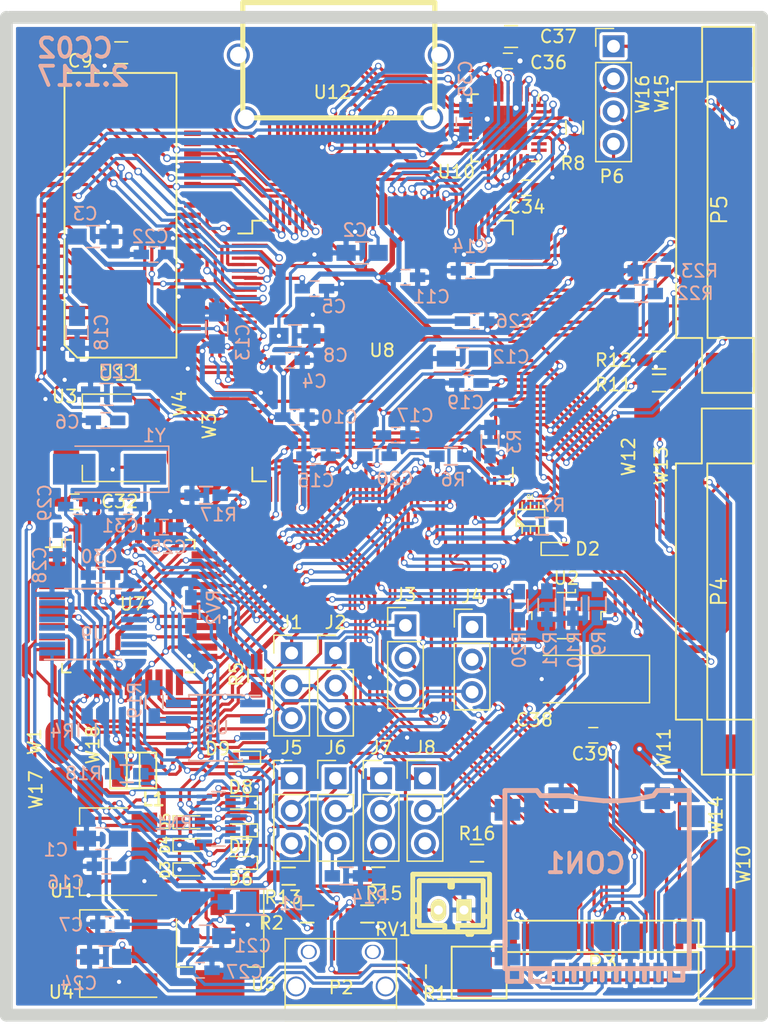
<source format=kicad_pcb>
(kicad_pcb (version 4) (host pcbnew 4.0.5)

  (general
    (links 425)
    (no_connects 0)
    (area 103.199999 46.572 166.806223 131.095)
    (thickness 1.6)
    (drawings 6)
    (tracks 3213)
    (zones 0)
    (modules 115)
    (nets 183)
  )

  (page A4)
  (layers
    (0 F.Cu signal)
    (31 B.Cu signal)
    (32 B.Adhes user hide)
    (33 F.Adhes user hide)
    (34 B.Paste user hide)
    (35 F.Paste user hide)
    (36 B.SilkS user hide)
    (37 F.SilkS user)
    (38 B.Mask user hide)
    (39 F.Mask user hide)
    (40 Dwgs.User user hide)
    (41 Cmts.User user hide)
    (42 Eco1.User user hide)
    (43 Eco2.User user hide)
    (44 Edge.Cuts user)
    (45 Margin user hide)
    (46 B.CrtYd user hide)
    (47 F.CrtYd user hide)
    (48 B.Fab user hide)
    (49 F.Fab user hide)
  )

  (setup
    (last_trace_width 0.25)
    (trace_clearance 0.18)
    (zone_clearance 0.25)
    (zone_45_only no)
    (trace_min 0.1524)
    (segment_width 0.2)
    (edge_width 0.5)
    (via_size 0.5)
    (via_drill 0.3302)
    (via_min_size 0.5)
    (via_min_drill 0.3302)
    (uvia_size 0.3)
    (uvia_drill 0.1)
    (uvias_allowed no)
    (uvia_min_size 0.2)
    (uvia_min_drill 0.1)
    (pcb_text_width 0.3)
    (pcb_text_size 1.5 1.5)
    (mod_edge_width 0.15)
    (mod_text_size 1 1)
    (mod_text_width 0.15)
    (pad_size 1.5 1.5)
    (pad_drill 0.6)
    (pad_to_mask_clearance 0)
    (aux_axis_origin 0 0)
    (visible_elements 7FFFEFFF)
    (pcbplotparams
      (layerselection 0x00030_80000001)
      (usegerberextensions false)
      (excludeedgelayer true)
      (linewidth 0.100000)
      (plotframeref false)
      (viasonmask false)
      (mode 1)
      (useauxorigin false)
      (hpglpennumber 1)
      (hpglpenspeed 20)
      (hpglpendiameter 15)
      (hpglpenoverlay 2)
      (psnegative false)
      (psa4output false)
      (plotreference true)
      (plotvalue true)
      (plotinvisibletext false)
      (padsonsilk false)
      (subtractmaskfromsilk false)
      (outputformat 1)
      (mirror false)
      (drillshape 1)
      (scaleselection 1)
      (outputdirectory ""))
  )

  (net 0 "")
  (net 1 +5V)
  (net 2 GND)
  (net 3 /VCCINT)
  (net 4 +3V3)
  (net 5 +2V8)
  (net 6 +3V3_FLASH)
  (net 7 "Net-(C28-Pad1)")
  (net 8 "Net-(C29-Pad1)")
  (net 9 "Net-(C31-Pad1)")
  (net 10 "Net-(C32-Pad1)")
  (net 11 /SD_RSV/DAT1)
  (net 12 /SD_D0/MISO/DAT0)
  (net 13 /SD_CLK)
  (net 14 /SD_D1/MOSI/CMD)
  (net 15 /SD_CS/DAT3/CD)
  (net 16 /SD_NC/DAT2)
  (net 17 "Net-(D2-Pad2)")
  (net 18 "Net-(D2-Pad1)")
  (net 19 "Net-(D3-Pad2)")
  (net 20 "Net-(D4-Pad2)")
  (net 21 "Net-(D5-Pad2)")
  (net 22 "Net-(D6-Pad2)")
  (net 23 "Net-(D7-Pad2)")
  (net 24 "Net-(D8-Pad2)")
  (net 25 "Net-(D9-Pad2)")
  (net 26 /SCK)
  (net 27 /AVR_F0)
  (net 28 /AVR_MOSI)
  (net 29 /AVR_F4)
  (net 30 /AVR_MISO)
  (net 31 /AVR_F5)
  (net 32 /AVR_F1)
  (net 33 /SR_M1)
  (net 34 /CB_RST_3V3)
  (net 35 "Net-(J5-Pad3)")
  (net 36 /SR_CSI_B)
  (net 37 /CB_PWDN_3V3)
  (net 38 "Net-(J6-Pad3)")
  (net 39 /SR_RDWR)
  (net 40 /CA_PWDN_3V3)
  (net 41 "Net-(J7-Pad3)")
  (net 42 /SR_M0)
  (net 43 /CA_RST_3V3)
  (net 44 "Net-(J8-Pad3)")
  (net 45 /VBUS)
  (net 46 "Net-(P2-Pad2)")
  (net 47 "Net-(P2-Pad3)")
  (net 48 /CAM_GPIO)
  (net 49 /CAM_CLK)
  (net 50 /CAM_SCL)
  (net 51 /CAM_SDA)
  (net 52 "Net-(P3-Pad15)")
  (net 53 /CA_PWDN)
  (net 54 /CA_HREF)
  (net 55 /CAB_SDA)
  (net 56 /CA_D6)
  (net 57 /CA_D4)
  (net 58 /CA_D2)
  (net 59 /CA_D0)
  (net 60 "Net-(P4-Pad13)")
  (net 61 /CA_D7)
  (net 62 /CA_D5)
  (net 63 /CAB_XCLK)
  (net 64 /CA_D3)
  (net 65 /CAB_SCL)
  (net 66 /CA_D1)
  (net 67 /CA_VSYNC)
  (net 68 /CA_PCLK)
  (net 69 "Net-(P4-Pad18)")
  (net 70 /CA_RST)
  (net 71 /CB_PWDN)
  (net 72 /CB_HREF)
  (net 73 /CB_D6)
  (net 74 /CB_D4)
  (net 75 /CB_D2)
  (net 76 /CB_D0)
  (net 77 "Net-(P5-Pad13)")
  (net 78 /CB_D7)
  (net 79 /CB_D5)
  (net 80 /CB_D3)
  (net 81 /CB_D1)
  (net 82 /CB_VSYNC)
  (net 83 /CB_PCLK)
  (net 84 "Net-(P5-Pad18)")
  (net 85 /CB_RST)
  (net 86 /TDI)
  (net 87 /TCK)
  (net 88 /TMS)
  (net 89 /TDO)
  (net 90 /DONE)
  (net 91 /D-)
  (net 92 /D+)
  (net 93 "Net-(R3-Pad1)")
  (net 94 /AVR_RESET)
  (net 95 /CS_FLASH)
  (net 96 "Net-(R8-Pad1)")
  (net 97 "Net-(R17-Pad2)")
  (net 98 "Net-(R18-Pad1)")
  (net 99 "Net-(R19-Pad2)")
  (net 100 "Net-(RN1-Pad8)")
  (net 101 "Net-(RN1-Pad9)")
  (net 102 /PROGRAM_B)
  (net 103 /INIT_B)
  (net 104 /CLK)
  (net 105 /~SR_QE)
  (net 106 /SS)
  (net 107 /D0)
  (net 108 /CCLK)
  (net 109 /AVR_RX)
  (net 110 /AVR_TX)
  (net 111 /SR_SER)
  (net 112 /SR_SRCLK)
  (net 113 /SR_RCLK)
  (net 114 /D3)
  (net 115 /D2)
  (net 116 /D1)
  (net 117 "Net-(U7-Pad36)")
  (net 118 "Net-(U7-Pad37)")
  (net 119 /DR0_A7)
  (net 120 /DR0_A8)
  (net 121 /DR0_A9)
  (net 122 /DR0_A10)
  (net 123 /DR0_A11)
  (net 124 /DR0_A12)
  (net 125 /DR0_DQ0)
  (net 126 /DR0_DQ1)
  (net 127 /DR0_DQ2)
  (net 128 /DR0_DQ3)
  (net 129 /DR0_DQ4)
  (net 130 /DR0_DQ5)
  (net 131 /DR0_DQ6)
  (net 132 /DR0_DQ7)
  (net 133 /DR0_DQ8)
  (net 134 /DR0_DQ9)
  (net 135 /DR0_DQ10)
  (net 136 /DR0_DQ11)
  (net 137 /DR0_DQ12)
  (net 138 /DR0_DQ13)
  (net 139 /DR0_DQ14)
  (net 140 /DR0_DQ15)
  (net 141 /DR0_WE#)
  (net 142 /DR0_CAS#)
  (net 143 /HD0N)
  (net 144 /HD0P)
  (net 145 /HDCEC)
  (net 146 /HDSCL)
  (net 147 /HD1N)
  (net 148 /HD1P)
  (net 149 /HDSDA)
  (net 150 /HDHPD)
  (net 151 /HD2N)
  (net 152 /HD2P)
  (net 153 /DR0_BA0)
  (net 154 /DR0_BA1)
  (net 155 /HDCLKN)
  (net 156 /HDCLKP)
  (net 157 /DR0_RAS#)
  (net 158 /DR0_CKE)
  (net 159 /DR0_CLK)
  (net 160 /DR0_LDQM)
  (net 161 /DR0_UDQM)
  (net 162 /DR0_A0)
  (net 163 /DR0_A1)
  (net 164 /DR0_A2)
  (net 165 /DR0_A3)
  (net 166 /DR0_A4)
  (net 167 /DR0_A5)
  (net 168 /DR0_A6)
  (net 169 /HDCLKP_O)
  (net 170 /HDCLKN_O)
  (net 171 /HD2P_O)
  (net 172 /HD2N_O)
  (net 173 /HD1P_O)
  (net 174 /HD1N_O)
  (net 175 /HD0P_O)
  (net 176 /HD0N_O)
  (net 177 /CAM_D0_N)
  (net 178 /CAM_D0_P)
  (net 179 /CAM_D1_N)
  (net 180 /CAM_D1_P)
  (net 181 /CAM_C_N)
  (net 182 /CAM_C_P)

  (net_class Default "This is the default net class."
    (clearance 0.18)
    (trace_width 0.25)
    (via_dia 0.5)
    (via_drill 0.3302)
    (uvia_dia 0.3)
    (uvia_drill 0.1)
    (add_net +2V8)
    (add_net +3V3)
    (add_net +3V3_FLASH)
    (add_net +5V)
    (add_net /AVR_F0)
    (add_net /AVR_F1)
    (add_net /AVR_F4)
    (add_net /AVR_F5)
    (add_net /AVR_MISO)
    (add_net /AVR_MOSI)
    (add_net /AVR_RESET)
    (add_net /AVR_RX)
    (add_net /AVR_TX)
    (add_net /CAB_SCL)
    (add_net /CAB_SDA)
    (add_net /CAB_XCLK)
    (add_net /CAM_CLK)
    (add_net /CAM_GPIO)
    (add_net /CAM_SCL)
    (add_net /CAM_SDA)
    (add_net /CA_D0)
    (add_net /CA_D1)
    (add_net /CA_D2)
    (add_net /CA_D3)
    (add_net /CA_D4)
    (add_net /CA_D5)
    (add_net /CA_D6)
    (add_net /CA_D7)
    (add_net /CA_HREF)
    (add_net /CA_PCLK)
    (add_net /CA_PWDN)
    (add_net /CA_PWDN_3V3)
    (add_net /CA_RST)
    (add_net /CA_RST_3V3)
    (add_net /CA_VSYNC)
    (add_net /CB_D0)
    (add_net /CB_D1)
    (add_net /CB_D2)
    (add_net /CB_D3)
    (add_net /CB_D4)
    (add_net /CB_D5)
    (add_net /CB_D6)
    (add_net /CB_D7)
    (add_net /CB_HREF)
    (add_net /CB_PCLK)
    (add_net /CB_PWDN)
    (add_net /CB_PWDN_3V3)
    (add_net /CB_RST)
    (add_net /CB_RST_3V3)
    (add_net /CB_VSYNC)
    (add_net /CCLK)
    (add_net /CLK)
    (add_net /CS_FLASH)
    (add_net /D+)
    (add_net /D-)
    (add_net /D0)
    (add_net /D1)
    (add_net /D2)
    (add_net /D3)
    (add_net /DONE)
    (add_net /DR0_A0)
    (add_net /DR0_A1)
    (add_net /DR0_A10)
    (add_net /DR0_A11)
    (add_net /DR0_A12)
    (add_net /DR0_A2)
    (add_net /DR0_A3)
    (add_net /DR0_A4)
    (add_net /DR0_A5)
    (add_net /DR0_A6)
    (add_net /DR0_A7)
    (add_net /DR0_A8)
    (add_net /DR0_A9)
    (add_net /DR0_BA0)
    (add_net /DR0_BA1)
    (add_net /DR0_CAS#)
    (add_net /DR0_CKE)
    (add_net /DR0_CLK)
    (add_net /DR0_DQ0)
    (add_net /DR0_DQ1)
    (add_net /DR0_DQ10)
    (add_net /DR0_DQ11)
    (add_net /DR0_DQ12)
    (add_net /DR0_DQ13)
    (add_net /DR0_DQ14)
    (add_net /DR0_DQ15)
    (add_net /DR0_DQ2)
    (add_net /DR0_DQ3)
    (add_net /DR0_DQ4)
    (add_net /DR0_DQ5)
    (add_net /DR0_DQ6)
    (add_net /DR0_DQ7)
    (add_net /DR0_DQ8)
    (add_net /DR0_DQ9)
    (add_net /DR0_LDQM)
    (add_net /DR0_RAS#)
    (add_net /DR0_UDQM)
    (add_net /DR0_WE#)
    (add_net /HD0N)
    (add_net /HD0N_O)
    (add_net /HD0P)
    (add_net /HD0P_O)
    (add_net /HD1N)
    (add_net /HD1N_O)
    (add_net /HD1P)
    (add_net /HD1P_O)
    (add_net /HD2N)
    (add_net /HD2N_O)
    (add_net /HD2P)
    (add_net /HD2P_O)
    (add_net /HDCEC)
    (add_net /HDCLKN)
    (add_net /HDCLKN_O)
    (add_net /HDCLKP)
    (add_net /HDCLKP_O)
    (add_net /HDHPD)
    (add_net /HDSCL)
    (add_net /HDSDA)
    (add_net /INIT_B)
    (add_net /PROGRAM_B)
    (add_net /SCK)
    (add_net /SD_CLK)
    (add_net /SD_CS/DAT3/CD)
    (add_net /SD_D0/MISO/DAT0)
    (add_net /SD_D1/MOSI/CMD)
    (add_net /SD_NC/DAT2)
    (add_net /SD_RSV/DAT1)
    (add_net /SR_CSI_B)
    (add_net /SR_M0)
    (add_net /SR_M1)
    (add_net /SR_RCLK)
    (add_net /SR_RDWR)
    (add_net /SR_SER)
    (add_net /SR_SRCLK)
    (add_net /SS)
    (add_net /TCK)
    (add_net /TDI)
    (add_net /TDO)
    (add_net /TMS)
    (add_net /VBUS)
    (add_net /VCCINT)
    (add_net /~SR_QE)
    (add_net GND)
    (add_net "Net-(C28-Pad1)")
    (add_net "Net-(C29-Pad1)")
    (add_net "Net-(C31-Pad1)")
    (add_net "Net-(C32-Pad1)")
    (add_net "Net-(D2-Pad1)")
    (add_net "Net-(D2-Pad2)")
    (add_net "Net-(D3-Pad2)")
    (add_net "Net-(D4-Pad2)")
    (add_net "Net-(D5-Pad2)")
    (add_net "Net-(D6-Pad2)")
    (add_net "Net-(D7-Pad2)")
    (add_net "Net-(D8-Pad2)")
    (add_net "Net-(D9-Pad2)")
    (add_net "Net-(J5-Pad3)")
    (add_net "Net-(J6-Pad3)")
    (add_net "Net-(J7-Pad3)")
    (add_net "Net-(J8-Pad3)")
    (add_net "Net-(P2-Pad2)")
    (add_net "Net-(P2-Pad3)")
    (add_net "Net-(P3-Pad15)")
    (add_net "Net-(P4-Pad13)")
    (add_net "Net-(P4-Pad18)")
    (add_net "Net-(P5-Pad13)")
    (add_net "Net-(P5-Pad18)")
    (add_net "Net-(R17-Pad2)")
    (add_net "Net-(R18-Pad1)")
    (add_net "Net-(R19-Pad2)")
    (add_net "Net-(R3-Pad1)")
    (add_net "Net-(R8-Pad1)")
    (add_net "Net-(RN1-Pad8)")
    (add_net "Net-(RN1-Pad9)")
    (add_net "Net-(U7-Pad36)")
    (add_net "Net-(U7-Pad37)")
  )

  (net_class DPAIR ""
    (clearance 0.2)
    (trace_width 0.2)
    (via_dia 0.5)
    (via_drill 0.3302)
    (uvia_dia 0.3)
    (uvia_drill 0.1)
    (add_net /CAM_C_N)
    (add_net /CAM_C_P)
    (add_net /CAM_D0_N)
    (add_net /CAM_D0_P)
    (add_net /CAM_D1_N)
    (add_net /CAM_D1_P)
  )

  (module visionFeet:WurthFFC_1mm_15 (layer F.Cu) (tedit 0) (tstamp 588AC65A)
    (at 150.274 122.449)
    (path /5882FA4E)
    (fp_text reference P3 (at 0 2.15) (layer F.SilkS)
      (effects (font (size 1.2 1.2) (thickness 0.15)))
    )
    (fp_text value CONN_01X15 (at 0 3.5) (layer F.Fab)
      (effects (font (size 1.2 1.2) (thickness 0.15)))
    )
    (fp_line (start -7.5 -1.225) (end 7.5 -1.225) (layer F.SilkS) (width 0.15))
    (fp_line (start -7.5 1.225) (end 7.5 1.225) (layer F.SilkS) (width 0.15))
    (fp_line (start -7.5 1.225) (end -7.5 4.85) (layer F.SilkS) (width 0.15))
    (fp_line (start 7.5 1.225) (end 7.5 4.85) (layer F.SilkS) (width 0.15))
    (fp_line (start -7.5 4.85) (end -11.79 4.85) (layer F.SilkS) (width 0.15))
    (fp_line (start 7.5 4.85) (end 11.79 4.85) (layer F.SilkS) (width 0.15))
    (fp_line (start -11.79 4.85) (end -11.79 0.8) (layer F.SilkS) (width 0.15))
    (fp_line (start 11.79 4.85) (end 11.79 0.8) (layer F.SilkS) (width 0.15))
    (fp_line (start -11.79 0.8) (end -7.5 0.8) (layer F.SilkS) (width 0.15))
    (fp_line (start 11.79 0.8) (end 7.5 0.8) (layer F.SilkS) (width 0.15))
    (fp_line (start -7.5 0.8) (end -7.5 -1.225) (layer F.SilkS) (width 0.15))
    (fp_line (start 7.5 0.8) (end 7.5 -1.225) (layer F.SilkS) (width 0.15))
    (pad 1 smd rect (at -7 0) (size 0.61 2) (layers F.Cu F.Paste F.Mask)
      (net 2 GND))
    (pad 2 smd rect (at -6 0) (size 0.61 2) (layers F.Cu F.Paste F.Mask)
      (net 177 /CAM_D0_N))
    (pad 3 smd rect (at -5 0) (size 0.61 2) (layers F.Cu F.Paste F.Mask)
      (net 178 /CAM_D0_P))
    (pad 4 smd rect (at -4 0) (size 0.61 2) (layers F.Cu F.Paste F.Mask)
      (net 2 GND))
    (pad 5 smd rect (at -3 0) (size 0.61 2) (layers F.Cu F.Paste F.Mask)
      (net 179 /CAM_D1_N))
    (pad 6 smd rect (at -2 0) (size 0.61 2) (layers F.Cu F.Paste F.Mask)
      (net 180 /CAM_D1_P))
    (pad 7 smd rect (at -1 0) (size 0.61 2) (layers F.Cu F.Paste F.Mask)
      (net 2 GND))
    (pad 8 smd rect (at 0 0) (size 0.61 2) (layers F.Cu F.Paste F.Mask)
      (net 181 /CAM_C_N))
    (pad 9 smd rect (at 1 0) (size 0.61 2) (layers F.Cu F.Paste F.Mask)
      (net 182 /CAM_C_P))
    (pad 10 smd rect (at 2 0) (size 0.61 2) (layers F.Cu F.Paste F.Mask)
      (net 2 GND))
    (pad 11 smd rect (at 3 0) (size 0.61 2) (layers F.Cu F.Paste F.Mask)
      (net 48 /CAM_GPIO))
    (pad 12 smd rect (at 4 0) (size 0.61 2) (layers F.Cu F.Paste F.Mask)
      (net 49 /CAM_CLK))
    (pad 13 smd rect (at 5 0) (size 0.61 2) (layers F.Cu F.Paste F.Mask)
      (net 50 /CAM_SCL))
    (pad 14 smd rect (at 6 0) (size 0.61 2) (layers F.Cu F.Paste F.Mask)
      (net 51 /CAM_SDA))
    (pad 15 smd rect (at 7 0) (size 0.61 2) (layers F.Cu F.Paste F.Mask)
      (net 52 "Net-(P3-Pad15)"))
    (pad 0 smd rect (at -10 2.9) (size 2.68 3.6) (layers F.Cu F.Paste F.Mask))
    (pad 0 smd rect (at 10 2.9) (size 2.68 3.6) (layers F.Cu F.Paste F.Mask))
  )

  (module visionFeet:CON-HDMI-Amphenol-10029449 (layer F.Cu) (tedit 588AE694) (tstamp 588B2E38)
    (at 129.667 58.547 180)
    (path /5883496E)
    (fp_text reference U12 (at 0.5 2 180) (layer F.SilkS)
      (effects (font (size 1 1) (thickness 0.15)))
    )
    (fp_text value CON-HDMI (at 0 11 180) (layer F.Fab)
      (effects (font (size 1 1) (thickness 0.15)))
    )
    (fp_line (start -7.5 9) (end 7.5 9) (layer F.SilkS) (width 0.4))
    (fp_line (start 7.5 9) (end 7.5 0) (layer F.SilkS) (width 0.4))
    (fp_line (start -7 0) (end 7 0) (layer F.SilkS) (width 0.4))
    (fp_line (start -7.5 9) (end -7.5 0) (layer F.SilkS) (width 0.4))
    (pad 1 smd rect (at 4.75 -1 180) (size 0.3 1.9) (layers F.Cu F.Paste F.Mask)
      (net 171 /HD2P_O))
    (pad 2 smd rect (at 4.25 -1 180) (size 0.3 1.9) (layers F.Cu F.Paste F.Mask)
      (net 2 GND))
    (pad 3 smd rect (at 3.75 -1 180) (size 0.3 1.9) (layers F.Cu F.Paste F.Mask)
      (net 172 /HD2N_O))
    (pad 4 smd rect (at 3.25 -1 180) (size 0.3 1.9) (layers F.Cu F.Paste F.Mask)
      (net 173 /HD1P_O))
    (pad 5 smd rect (at 2.75 -1 180) (size 0.3 1.9) (layers F.Cu F.Paste F.Mask)
      (net 2 GND))
    (pad 6 smd rect (at 2.25 -1 180) (size 0.3 1.9) (layers F.Cu F.Paste F.Mask)
      (net 174 /HD1N_O))
    (pad 7 smd rect (at 1.75 -1 180) (size 0.3 1.9) (layers F.Cu F.Paste F.Mask)
      (net 175 /HD0P_O))
    (pad 8 smd rect (at 1.25 -1 180) (size 0.3 1.9) (layers F.Cu F.Paste F.Mask)
      (net 2 GND))
    (pad 9 smd rect (at 0.75 -1 180) (size 0.3 1.9) (layers F.Cu F.Paste F.Mask)
      (net 176 /HD0N_O))
    (pad 10 smd rect (at 0.25 -1 180) (size 0.3 1.9) (layers F.Cu F.Paste F.Mask)
      (net 169 /HDCLKP_O))
    (pad 11 smd rect (at -0.25 -1 180) (size 0.3 1.9) (layers F.Cu F.Paste F.Mask)
      (net 2 GND))
    (pad 12 smd rect (at -0.75 -1 180) (size 0.3 1.9) (layers F.Cu F.Paste F.Mask)
      (net 170 /HDCLKN_O))
    (pad 13 smd rect (at -1.25 -1 180) (size 0.3 1.9) (layers F.Cu F.Paste F.Mask)
      (net 145 /HDCEC))
    (pad 14 smd rect (at -1.75 -1 180) (size 0.3 1.9) (layers F.Cu F.Paste F.Mask))
    (pad 15 smd rect (at -2.25 -1 180) (size 0.3 1.9) (layers F.Cu F.Paste F.Mask)
      (net 146 /HDSCL))
    (pad 16 smd rect (at -2.75 -1 180) (size 0.3 1.9) (layers F.Cu F.Paste F.Mask)
      (net 149 /HDSDA))
    (pad 17 smd rect (at -3.25 -1 180) (size 0.3 1.9) (layers F.Cu F.Paste F.Mask)
      (net 2 GND))
    (pad 18 smd rect (at -3.75 -1 180) (size 0.3 1.9) (layers F.Cu F.Paste F.Mask)
      (net 1 +5V))
    (pad 19 smd rect (at -4.25 -1 180) (size 0.3 1.9) (layers F.Cu F.Paste F.Mask)
      (net 150 /HDHPD))
    (pad "" thru_hole circle (at -7.25 0 180) (size 1.8 1.8) (drill 1.3) (layers *.Cu *.Mask))
    (pad "" thru_hole circle (at -7.85 4.9 180) (size 1.8 1.8) (drill 1.3) (layers *.Cu *.Mask))
    (pad "" thru_hole circle (at 7.85 4.9 180) (size 1.8 1.8) (drill 1.3) (layers *.Cu *.Mask))
    (pad "" thru_hole circle (at 7.25 0 180) (size 1.8 1.8) (drill 1.3) (layers *.Cu *.Mask))
  )

  (module visionFeet:TQFP-144_20x20mm_0.5mm_HS (layer F.Cu) (tedit 54130A77) (tstamp 588B5133)
    (at 133.085001 76.75)
    (descr "P/PG-TQFP-144-2, -3, -7 (see MAXIM 21-0087.PDF and 90-0144.PDF)")
    (tags "QFP 0.5")
    (path /587D2F7D)
    (attr smd)
    (fp_text reference U8 (at -0.035001 -0.05) (layer F.SilkS)
      (effects (font (size 1 1) (thickness 0.15)))
    )
    (fp_text value XC6SLX9-TQFP144 (at 0 7.07) (layer F.Fab)
      (effects (font (size 1 1) (thickness 0.15)))
    )
    (fp_text user %R (at 0 0) (layer F.Fab)
      (effects (font (size 1 1) (thickness 0.15)))
    )
    (fp_line (start -9 -10) (end 10 -10) (layer F.Fab) (width 0.15))
    (fp_line (start 10 -10) (end 10 10) (layer F.Fab) (width 0.15))
    (fp_line (start 10 10) (end -10 10) (layer F.Fab) (width 0.15))
    (fp_line (start -10 10) (end -10 -9) (layer F.Fab) (width 0.15))
    (fp_line (start -10 -9) (end -9 -10) (layer F.Fab) (width 0.15))
    (fp_line (start -11.55 -11.55) (end -11.55 11.55) (layer F.CrtYd) (width 0.05))
    (fp_line (start 11.55 -11.55) (end 11.55 11.55) (layer F.CrtYd) (width 0.05))
    (fp_line (start -11.55 -11.55) (end 11.55 -11.55) (layer F.CrtYd) (width 0.05))
    (fp_line (start -11.55 11.55) (end 11.55 11.55) (layer F.CrtYd) (width 0.05))
    (fp_line (start -10.175 -10.175) (end -10.175 -9.175) (layer F.SilkS) (width 0.15))
    (fp_line (start 10.175 -10.175) (end 10.175 -9.1) (layer F.SilkS) (width 0.15))
    (fp_line (start 10.175 10.175) (end 10.175 9.1) (layer F.SilkS) (width 0.15))
    (fp_line (start -10.175 10.175) (end -10.175 9.1) (layer F.SilkS) (width 0.15))
    (fp_line (start -10.175 -10.175) (end -9.1 -10.175) (layer F.SilkS) (width 0.15))
    (fp_line (start -10.175 10.175) (end -9.1 10.175) (layer F.SilkS) (width 0.15))
    (fp_line (start 10.175 10.175) (end 9.1 10.175) (layer F.SilkS) (width 0.15))
    (fp_line (start 10.175 -10.175) (end 9.1 -10.175) (layer F.SilkS) (width 0.15))
    (fp_line (start -10.175 -9.175) (end -11.275 -9.175) (layer F.SilkS) (width 0.15))
    (pad 1 smd rect (at -10.8 -8.75) (size 1.95 0.25) (layers F.Cu F.Paste F.Mask)
      (net 161 /DR0_UDQM))
    (pad 2 smd rect (at -10.8 -8.25) (size 1.95 0.25) (layers F.Cu F.Paste F.Mask)
      (net 120 /DR0_A8))
    (pad 3 smd rect (at -10.8 -7.75) (size 1.95 0.25) (layers F.Cu F.Paste F.Mask)
      (net 2 GND))
    (pad 4 smd rect (at -10.8 -7.25) (size 1.95 0.25) (layers F.Cu F.Paste F.Mask)
      (net 4 +3V3))
    (pad 5 smd rect (at -10.8 -6.75) (size 1.95 0.25) (layers F.Cu F.Paste F.Mask)
      (net 160 /DR0_LDQM))
    (pad 6 smd rect (at -10.8 -6.25) (size 1.95 0.25) (layers F.Cu F.Paste F.Mask)
      (net 121 /DR0_A9))
    (pad 7 smd rect (at -10.8 -5.75) (size 1.95 0.25) (layers F.Cu F.Paste F.Mask)
      (net 123 /DR0_A11))
    (pad 8 smd rect (at -10.8 -5.25) (size 1.95 0.25) (layers F.Cu F.Paste F.Mask)
      (net 124 /DR0_A12))
    (pad 9 smd rect (at -10.8 -4.75) (size 1.95 0.25) (layers F.Cu F.Paste F.Mask)
      (net 132 /DR0_DQ7))
    (pad 10 smd rect (at -10.8 -4.25) (size 1.95 0.25) (layers F.Cu F.Paste F.Mask)
      (net 131 /DR0_DQ6))
    (pad 11 smd rect (at -10.8 -3.75) (size 1.95 0.25) (layers F.Cu F.Paste F.Mask)
      (net 130 /DR0_DQ5))
    (pad 12 smd rect (at -10.8 -3.25) (size 1.95 0.25) (layers F.Cu F.Paste F.Mask)
      (net 129 /DR0_DQ4))
    (pad 13 smd rect (at -10.8 -2.75) (size 1.95 0.25) (layers F.Cu F.Paste F.Mask)
      (net 2 GND))
    (pad 14 smd rect (at -10.8 -2.25) (size 1.95 0.25) (layers F.Cu F.Paste F.Mask)
      (net 128 /DR0_DQ3))
    (pad 15 smd rect (at -10.8 -1.75) (size 1.95 0.25) (layers F.Cu F.Paste F.Mask)
      (net 127 /DR0_DQ2))
    (pad 16 smd rect (at -10.8 -1.25) (size 1.95 0.25) (layers F.Cu F.Paste F.Mask)
      (net 158 /DR0_CKE))
    (pad 17 smd rect (at -10.8 -0.75) (size 1.95 0.25) (layers F.Cu F.Paste F.Mask)
      (net 159 /DR0_CLK))
    (pad 18 smd rect (at -10.8 -0.25) (size 1.95 0.25) (layers F.Cu F.Paste F.Mask)
      (net 4 +3V3))
    (pad 19 smd rect (at -10.8 0.25) (size 1.95 0.25) (layers F.Cu F.Paste F.Mask)
      (net 3 /VCCINT))
    (pad 20 smd rect (at -10.8 0.75) (size 1.95 0.25) (layers F.Cu F.Paste F.Mask)
      (net 4 +3V3))
    (pad 21 smd rect (at -10.8 1.25) (size 1.95 0.25) (layers F.Cu F.Paste F.Mask)
      (net 133 /DR0_DQ8))
    (pad 22 smd rect (at -10.8 1.75) (size 1.95 0.25) (layers F.Cu F.Paste F.Mask)
      (net 134 /DR0_DQ9))
    (pad 23 smd rect (at -10.8 2.25) (size 1.95 0.25) (layers F.Cu F.Paste F.Mask)
      (net 126 /DR0_DQ1))
    (pad 24 smd rect (at -10.8 2.75) (size 1.95 0.25) (layers F.Cu F.Paste F.Mask)
      (net 125 /DR0_DQ0))
    (pad 25 smd rect (at -10.8 3.25) (size 1.95 0.25) (layers F.Cu F.Paste F.Mask)
      (net 2 GND))
    (pad 26 smd rect (at -10.8 3.75) (size 1.95 0.25) (layers F.Cu F.Paste F.Mask)
      (net 135 /DR0_DQ10))
    (pad 27 smd rect (at -10.8 4.25) (size 1.95 0.25) (layers F.Cu F.Paste F.Mask)
      (net 136 /DR0_DQ11))
    (pad 28 smd rect (at -10.8 4.75) (size 1.95 0.25) (layers F.Cu F.Paste F.Mask)
      (net 3 /VCCINT))
    (pad 29 smd rect (at -10.8 5.25) (size 1.95 0.25) (layers F.Cu F.Paste F.Mask)
      (net 137 /DR0_DQ12))
    (pad 30 smd rect (at -10.8 5.75) (size 1.95 0.25) (layers F.Cu F.Paste F.Mask)
      (net 138 /DR0_DQ13))
    (pad 31 smd rect (at -10.8 6.25) (size 1.95 0.25) (layers F.Cu F.Paste F.Mask)
      (net 4 +3V3))
    (pad 32 smd rect (at -10.8 6.75) (size 1.95 0.25) (layers F.Cu F.Paste F.Mask)
      (net 139 /DR0_DQ14))
    (pad 33 smd rect (at -10.8 7.25) (size 1.95 0.25) (layers F.Cu F.Paste F.Mask)
      (net 140 /DR0_DQ15))
    (pad 34 smd rect (at -10.8 7.75) (size 1.95 0.25) (layers F.Cu F.Paste F.Mask)
      (net 51 /CAM_SDA))
    (pad 35 smd rect (at -10.8 8.25) (size 1.95 0.25) (layers F.Cu F.Paste F.Mask)
      (net 50 /CAM_SCL))
    (pad 36 smd rect (at -10.8 8.75) (size 1.95 0.25) (layers F.Cu F.Paste F.Mask)
      (net 4 +3V3))
    (pad 37 smd rect (at -8.75 10.8 90) (size 1.95 0.25) (layers F.Cu F.Paste F.Mask)
      (net 102 /PROGRAM_B))
    (pad 38 smd rect (at -8.25 10.8 90) (size 1.95 0.25) (layers F.Cu F.Paste F.Mask)
      (net 76 /CB_D0))
    (pad 39 smd rect (at -7.75 10.8 90) (size 1.95 0.25) (layers F.Cu F.Paste F.Mask)
      (net 103 /INIT_B))
    (pad 40 smd rect (at -7.25 10.8 90) (size 1.95 0.25) (layers F.Cu F.Paste F.Mask)
      (net 177 /CAM_D0_N))
    (pad 41 smd rect (at -6.75 10.8 90) (size 1.95 0.25) (layers F.Cu F.Paste F.Mask)
      (net 178 /CAM_D0_P))
    (pad 42 smd rect (at -6.25 10.8 90) (size 1.95 0.25) (layers F.Cu F.Paste F.Mask)
      (net 4 +3V3))
    (pad 43 smd rect (at -5.75 10.8 90) (size 1.95 0.25) (layers F.Cu F.Paste F.Mask)
      (net 26 /SCK))
    (pad 44 smd rect (at -5.25 10.8 90) (size 1.95 0.25) (layers F.Cu F.Paste F.Mask)
      (net 28 /AVR_MOSI))
    (pad 45 smd rect (at -4.75 10.8 90) (size 1.95 0.25) (layers F.Cu F.Paste F.Mask)
      (net 30 /AVR_MISO))
    (pad 46 smd rect (at -4.25 10.8 90) (size 1.95 0.25) (layers F.Cu F.Paste F.Mask)
      (net 114 /D3))
    (pad 47 smd rect (at -3.75 10.8 90) (size 1.95 0.25) (layers F.Cu F.Paste F.Mask)
      (net 40 /CA_PWDN_3V3))
    (pad 48 smd rect (at -3.25 10.8 90) (size 1.95 0.25) (layers F.Cu F.Paste F.Mask)
      (net 106 /SS))
    (pad 49 smd rect (at -2.75 10.8 90) (size 1.95 0.25) (layers F.Cu F.Paste F.Mask)
      (net 2 GND))
    (pad 50 smd rect (at -2.25 10.8 90) (size 1.95 0.25) (layers F.Cu F.Paste F.Mask)
      (net 179 /CAM_D1_N))
    (pad 51 smd rect (at -1.75 10.8 90) (size 1.95 0.25) (layers F.Cu F.Paste F.Mask)
      (net 180 /CAM_D1_P))
    (pad 52 smd rect (at -1.25 10.8 90) (size 1.95 0.25) (layers F.Cu F.Paste F.Mask)
      (net 3 /VCCINT))
    (pad 53 smd rect (at -0.75 10.8 90) (size 1.95 0.25) (layers F.Cu F.Paste F.Mask)
      (net 4 +3V3))
    (pad 54 smd rect (at -0.25 10.8 90) (size 1.95 0.25) (layers F.Cu F.Paste F.Mask)
      (net 2 GND))
    (pad 55 smd rect (at 0.25 10.8 90) (size 1.95 0.25) (layers F.Cu F.Paste F.Mask)
      (net 110 /AVR_TX))
    (pad 56 smd rect (at 0.75 10.8 90) (size 1.95 0.25) (layers F.Cu F.Paste F.Mask)
      (net 104 /CLK))
    (pad 57 smd rect (at 1.25 10.8 90) (size 1.95 0.25) (layers F.Cu F.Paste F.Mask)
      (net 48 /CAM_GPIO))
    (pad 58 smd rect (at 1.75 10.8 90) (size 1.95 0.25) (layers F.Cu F.Paste F.Mask)
      (net 49 /CAM_CLK))
    (pad 59 smd rect (at 2.25 10.8 90) (size 1.95 0.25) (layers F.Cu F.Paste F.Mask)
      (net 109 /AVR_RX))
    (pad 60 smd rect (at 2.75 10.8 90) (size 1.95 0.25) (layers F.Cu F.Paste F.Mask)
      (net 34 /CB_RST_3V3))
    (pad 61 smd rect (at 3.25 10.8 90) (size 1.95 0.25) (layers F.Cu F.Paste F.Mask)
      (net 115 /D2))
    (pad 62 smd rect (at 3.75 10.8 90) (size 1.95 0.25) (layers F.Cu F.Paste F.Mask)
      (net 116 /D1))
    (pad 63 smd rect (at 4.25 10.8 90) (size 1.95 0.25) (layers F.Cu F.Paste F.Mask)
      (net 4 +3V3))
    (pad 64 smd rect (at 4.75 10.8 90) (size 1.95 0.25) (layers F.Cu F.Paste F.Mask)
      (net 37 /CB_PWDN_3V3))
    (pad 65 smd rect (at 5.25 10.8 90) (size 1.95 0.25) (layers F.Cu F.Paste F.Mask)
      (net 107 /D0))
    (pad 66 smd rect (at 5.75 10.8 90) (size 1.95 0.25) (layers F.Cu F.Paste F.Mask)
      (net 181 /CAM_C_N))
    (pad 67 smd rect (at 6.25 10.8 90) (size 1.95 0.25) (layers F.Cu F.Paste F.Mask)
      (net 182 /CAM_C_P))
    (pad 68 smd rect (at 6.75 10.8 90) (size 1.95 0.25) (layers F.Cu F.Paste F.Mask)
      (net 2 GND))
    (pad 69 smd rect (at 7.25 10.8 90) (size 1.95 0.25) (layers F.Cu F.Paste F.Mask)
      (net 43 /CA_RST_3V3))
    (pad 70 smd rect (at 7.75 10.8 90) (size 1.95 0.25) (layers F.Cu F.Paste F.Mask)
      (net 108 /CCLK))
    (pad 71 smd rect (at 8.25 10.8 90) (size 1.95 0.25) (layers F.Cu F.Paste F.Mask)
      (net 90 /DONE))
    (pad 72 smd rect (at 8.75 10.8 90) (size 1.95 0.25) (layers F.Cu F.Paste F.Mask))
    (pad 73 smd rect (at 10.8 8.75) (size 1.95 0.25) (layers F.Cu F.Paste F.Mask)
      (net 93 "Net-(R3-Pad1)"))
    (pad 74 smd rect (at 10.8 8.25) (size 1.95 0.25) (layers F.Cu F.Paste F.Mask)
      (net 67 /CA_VSYNC))
    (pad 75 smd rect (at 10.8 7.75) (size 1.95 0.25) (layers F.Cu F.Paste F.Mask)
      (net 65 /CAB_SCL))
    (pad 76 smd rect (at 10.8 7.25) (size 1.95 0.25) (layers F.Cu F.Paste F.Mask)
      (net 5 +2V8))
    (pad 77 smd rect (at 10.8 6.75) (size 1.95 0.25) (layers F.Cu F.Paste F.Mask)
      (net 2 GND))
    (pad 78 smd rect (at 10.8 6.25) (size 1.95 0.25) (layers F.Cu F.Paste F.Mask)
      (net 54 /CA_HREF))
    (pad 79 smd rect (at 10.8 5.75) (size 1.95 0.25) (layers F.Cu F.Paste F.Mask)
      (net 55 /CAB_SDA))
    (pad 80 smd rect (at 10.8 5.25) (size 1.95 0.25) (layers F.Cu F.Paste F.Mask)
      (net 56 /CA_D6))
    (pad 81 smd rect (at 10.8 4.75) (size 1.95 0.25) (layers F.Cu F.Paste F.Mask)
      (net 57 /CA_D4))
    (pad 82 smd rect (at 10.8 4.25) (size 1.95 0.25) (layers F.Cu F.Paste F.Mask)
      (net 58 /CA_D2))
    (pad 83 smd rect (at 10.8 3.75) (size 1.95 0.25) (layers F.Cu F.Paste F.Mask)
      (net 59 /CA_D0))
    (pad 84 smd rect (at 10.8 3.25) (size 1.95 0.25) (layers F.Cu F.Paste F.Mask)
      (net 61 /CA_D7))
    (pad 85 smd rect (at 10.8 2.75) (size 1.95 0.25) (layers F.Cu F.Paste F.Mask)
      (net 62 /CA_D5))
    (pad 86 smd rect (at 10.8 2.25) (size 1.95 0.25) (layers F.Cu F.Paste F.Mask)
      (net 5 +2V8))
    (pad 87 smd rect (at 10.8 1.75) (size 1.95 0.25) (layers F.Cu F.Paste F.Mask)
      (net 64 /CA_D3))
    (pad 88 smd rect (at 10.8 1.25) (size 1.95 0.25) (layers F.Cu F.Paste F.Mask)
      (net 66 /CA_D1))
    (pad 89 smd rect (at 10.8 0.75) (size 1.95 0.25) (layers F.Cu F.Paste F.Mask)
      (net 3 /VCCINT))
    (pad 90 smd rect (at 10.8 0.25) (size 1.95 0.25) (layers F.Cu F.Paste F.Mask)
      (net 4 +3V3))
    (pad 91 smd rect (at 10.8 -0.25) (size 1.95 0.25) (layers F.Cu F.Paste F.Mask)
      (net 2 GND))
    (pad 92 smd rect (at 10.8 -0.75) (size 1.95 0.25) (layers F.Cu F.Paste F.Mask)
      (net 68 /CA_PCLK))
    (pad 93 smd rect (at 10.8 -1.25) (size 1.95 0.25) (layers F.Cu F.Paste F.Mask)
      (net 83 /CB_PCLK))
    (pad 94 smd rect (at 10.8 -1.75) (size 1.95 0.25) (layers F.Cu F.Paste F.Mask)
      (net 82 /CB_VSYNC))
    (pad 95 smd rect (at 10.8 -2.25) (size 1.95 0.25) (layers F.Cu F.Paste F.Mask)
      (net 63 /CAB_XCLK))
    (pad 96 smd rect (at 10.8 -2.75) (size 1.95 0.25) (layers F.Cu F.Paste F.Mask)
      (net 2 GND))
    (pad 97 smd rect (at 10.8 -3.25) (size 1.95 0.25) (layers F.Cu F.Paste F.Mask)
      (net 72 /CB_HREF))
    (pad 98 smd rect (at 10.8 -3.75) (size 1.95 0.25) (layers F.Cu F.Paste F.Mask)
      (net 73 /CB_D6))
    (pad 99 smd rect (at 10.8 -4.25) (size 1.95 0.25) (layers F.Cu F.Paste F.Mask)
      (net 74 /CB_D4))
    (pad 100 smd rect (at 10.8 -4.75) (size 1.95 0.25) (layers F.Cu F.Paste F.Mask)
      (net 75 /CB_D2))
    (pad 101 smd rect (at 10.8 -5.25) (size 1.95 0.25) (layers F.Cu F.Paste F.Mask)
      (net 78 /CB_D7))
    (pad 102 smd rect (at 10.8 -5.75) (size 1.95 0.25) (layers F.Cu F.Paste F.Mask)
      (net 79 /CB_D5))
    (pad 103 smd rect (at 10.8 -6.25) (size 1.95 0.25) (layers F.Cu F.Paste F.Mask)
      (net 5 +2V8))
    (pad 104 smd rect (at 10.8 -6.75) (size 1.95 0.25) (layers F.Cu F.Paste F.Mask)
      (net 80 /CB_D3))
    (pad 105 smd rect (at 10.8 -7.25) (size 1.95 0.25) (layers F.Cu F.Paste F.Mask)
      (net 81 /CB_D1))
    (pad 106 smd rect (at 10.8 -7.75) (size 1.95 0.25) (layers F.Cu F.Paste F.Mask)
      (net 89 /TDO))
    (pad 107 smd rect (at 10.8 -8.25) (size 1.95 0.25) (layers F.Cu F.Paste F.Mask)
      (net 88 /TMS))
    (pad 108 smd rect (at 10.8 -8.75) (size 1.95 0.25) (layers F.Cu F.Paste F.Mask)
      (net 2 GND))
    (pad 109 smd rect (at 8.75 -10.8 90) (size 1.95 0.25) (layers F.Cu F.Paste F.Mask)
      (net 87 /TCK))
    (pad 110 smd rect (at 8.25 -10.8 90) (size 1.95 0.25) (layers F.Cu F.Paste F.Mask)
      (net 86 /TDI))
    (pad 111 smd rect (at 7.75 -10.8 90) (size 1.95 0.25) (layers F.Cu F.Paste F.Mask)
      (net 143 /HD0N))
    (pad 112 smd rect (at 7.25 -10.8 90) (size 1.95 0.25) (layers F.Cu F.Paste F.Mask)
      (net 144 /HD0P))
    (pad 113 smd rect (at 6.75 -10.8 90) (size 1.95 0.25) (layers F.Cu F.Paste F.Mask)
      (net 2 GND))
    (pad 114 smd rect (at 6.25 -10.8 90) (size 1.95 0.25) (layers F.Cu F.Paste F.Mask)
      (net 150 /HDHPD))
    (pad 115 smd rect (at 5.75 -10.8 90) (size 1.95 0.25) (layers F.Cu F.Paste F.Mask)
      (net 149 /HDSDA))
    (pad 116 smd rect (at 5.25 -10.8 90) (size 1.95 0.25) (layers F.Cu F.Paste F.Mask)
      (net 147 /HD1N))
    (pad 117 smd rect (at 4.75 -10.8 90) (size 1.95 0.25) (layers F.Cu F.Paste F.Mask)
      (net 148 /HD1P))
    (pad 118 smd rect (at 4.25 -10.8 90) (size 1.95 0.25) (layers F.Cu F.Paste F.Mask)
      (net 146 /HDSCL))
    (pad 119 smd rect (at 3.75 -10.8 90) (size 1.95 0.25) (layers F.Cu F.Paste F.Mask)
      (net 145 /HDCEC))
    (pad 120 smd rect (at 3.25 -10.8 90) (size 1.95 0.25) (layers F.Cu F.Paste F.Mask)
      (net 151 /HD2N))
    (pad 121 smd rect (at 2.75 -10.8 90) (size 1.95 0.25) (layers F.Cu F.Paste F.Mask)
      (net 152 /HD2P))
    (pad 122 smd rect (at 2.25 -10.8 90) (size 1.95 0.25) (layers F.Cu F.Paste F.Mask)
      (net 4 +3V3))
    (pad 123 smd rect (at 1.75 -10.8 90) (size 1.95 0.25) (layers F.Cu F.Paste F.Mask)
      (net 155 /HDCLKN))
    (pad 124 smd rect (at 1.25 -10.8 90) (size 1.95 0.25) (layers F.Cu F.Paste F.Mask)
      (net 156 /HDCLKP))
    (pad 125 smd rect (at 0.75 -10.8 90) (size 1.95 0.25) (layers F.Cu F.Paste F.Mask)
      (net 4 +3V3))
    (pad 126 smd rect (at 0.25 -10.8 90) (size 1.95 0.25) (layers F.Cu F.Paste F.Mask)
      (net 165 /DR0_A3))
    (pad 127 smd rect (at -0.25 -10.8 90) (size 1.95 0.25) (layers F.Cu F.Paste F.Mask)
      (net 164 /DR0_A2))
    (pad 128 smd rect (at -0.75 -10.8 90) (size 1.95 0.25) (layers F.Cu F.Paste F.Mask)
      (net 3 /VCCINT))
    (pad 129 smd rect (at -1.25 -10.8 90) (size 1.95 0.25) (layers F.Cu F.Paste F.Mask)
      (net 4 +3V3))
    (pad 130 smd rect (at -1.75 -10.8 90) (size 1.95 0.25) (layers F.Cu F.Paste F.Mask)
      (net 2 GND))
    (pad 131 smd rect (at -2.25 -10.8 90) (size 1.95 0.25) (layers F.Cu F.Paste F.Mask)
      (net 163 /DR0_A1))
    (pad 132 smd rect (at -2.75 -10.8 90) (size 1.95 0.25) (layers F.Cu F.Paste F.Mask)
      (net 162 /DR0_A0))
    (pad 133 smd rect (at -3.25 -10.8 90) (size 1.95 0.25) (layers F.Cu F.Paste F.Mask)
      (net 122 /DR0_A10))
    (pad 134 smd rect (at -3.75 -10.8 90) (size 1.95 0.25) (layers F.Cu F.Paste F.Mask)
      (net 154 /DR0_BA1))
    (pad 135 smd rect (at -4.25 -10.8 90) (size 1.95 0.25) (layers F.Cu F.Paste F.Mask)
      (net 4 +3V3))
    (pad 136 smd rect (at -4.75 -10.8 90) (size 1.95 0.25) (layers F.Cu F.Paste F.Mask)
      (net 2 GND))
    (pad 137 smd rect (at -5.25 -10.8 90) (size 1.95 0.25) (layers F.Cu F.Paste F.Mask)
      (net 153 /DR0_BA0))
    (pad 138 smd rect (at -5.75 -10.8 90) (size 1.95 0.25) (layers F.Cu F.Paste F.Mask)
      (net 166 /DR0_A4))
    (pad 139 smd rect (at -6.25 -10.8 90) (size 1.95 0.25) (layers F.Cu F.Paste F.Mask)
      (net 167 /DR0_A5))
    (pad 140 smd rect (at -6.75 -10.8 90) (size 1.95 0.25) (layers F.Cu F.Paste F.Mask)
      (net 168 /DR0_A6))
    (pad 141 smd rect (at -7.25 -10.8 90) (size 1.95 0.25) (layers F.Cu F.Paste F.Mask)
      (net 157 /DR0_RAS#))
    (pad 142 smd rect (at -7.75 -10.8 90) (size 1.95 0.25) (layers F.Cu F.Paste F.Mask)
      (net 119 /DR0_A7))
    (pad 143 smd rect (at -8.25 -10.8 90) (size 1.95 0.25) (layers F.Cu F.Paste F.Mask)
      (net 141 /DR0_WE#))
    (pad 144 smd rect (at -8.75 -10.8 90) (size 1.95 0.25) (layers F.Cu F.Paste F.Mask)
      (net 142 /DR0_CAS#))
    (model Housings_QFP.3dshapes/TQFP-144_20x20mm_Pitch0.5mm.wrl
      (at (xyz 0 0 0))
      (scale (xyz 1 1 1))
      (rotate (xyz 0 0 0))
    )
  )

  (module Capacitors_SMD:C_0603_HandSoldering (layer B.Cu) (tedit 541A9B4D) (tstamp 588B5A29)
    (at 111.05 94.25 180)
    (descr "Capacitor SMD 0603, hand soldering")
    (tags "capacitor 0603")
    (path /587D2596)
    (attr smd)
    (fp_text reference C30 (at 0.1 1.45 180) (layer B.SilkS)
      (effects (font (size 1 1) (thickness 0.15)) (justify mirror))
    )
    (fp_text value 1u (at 0 -1.9 180) (layer B.Fab)
      (effects (font (size 1 1) (thickness 0.15)) (justify mirror))
    )
    (fp_line (start -0.8 -0.4) (end -0.8 0.4) (layer B.Fab) (width 0.1))
    (fp_line (start 0.8 -0.4) (end -0.8 -0.4) (layer B.Fab) (width 0.1))
    (fp_line (start 0.8 0.4) (end 0.8 -0.4) (layer B.Fab) (width 0.1))
    (fp_line (start -0.8 0.4) (end 0.8 0.4) (layer B.Fab) (width 0.1))
    (fp_line (start -1.85 0.75) (end 1.85 0.75) (layer B.CrtYd) (width 0.05))
    (fp_line (start -1.85 -0.75) (end 1.85 -0.75) (layer B.CrtYd) (width 0.05))
    (fp_line (start -1.85 0.75) (end -1.85 -0.75) (layer B.CrtYd) (width 0.05))
    (fp_line (start 1.85 0.75) (end 1.85 -0.75) (layer B.CrtYd) (width 0.05))
    (fp_line (start -0.35 0.6) (end 0.35 0.6) (layer B.SilkS) (width 0.12))
    (fp_line (start 0.35 -0.6) (end -0.35 -0.6) (layer B.SilkS) (width 0.12))
    (pad 1 smd rect (at -0.95 0 180) (size 1.2 0.75) (layers B.Cu B.Paste B.Mask)
      (net 4 +3V3))
    (pad 2 smd rect (at 0.95 0 180) (size 1.2 0.75) (layers B.Cu B.Paste B.Mask)
      (net 2 GND))
    (model Capacitors_SMD.3dshapes/C_0603_HandSoldering.wrl
      (at (xyz 0 0 0))
      (scale (xyz 1 1 1))
      (rotate (xyz 0 0 0))
    )
  )

  (module visionFeet:SOIC-8_3.9x4.9mm_p1.27mm_HS (layer B.Cu) (tedit 54130A77) (tstamp 588B5AC9)
    (at 120.036 106.172 180)
    (descr "8-Lead Plastic Small Outline (SN) - Narrow, 3.90 mm Body [SOIC] (see Microchip Packaging Specification 00000049BS.pdf)")
    (tags "SOIC 1.27")
    (path /587D72C2)
    (attr smd)
    (fp_text reference U6 (at -0.064 0.022 180) (layer B.SilkS)
      (effects (font (size 1 1) (thickness 0.15)) (justify mirror))
    )
    (fp_text value M25P40-VMN6TPBCT-ND (at 0 -3.5 180) (layer B.Fab)
      (effects (font (size 1 1) (thickness 0.15)) (justify mirror))
    )
    (fp_line (start -0.95 2.45) (end 1.95 2.45) (layer B.Fab) (width 0.15))
    (fp_line (start 1.95 2.45) (end 1.95 -2.45) (layer B.Fab) (width 0.15))
    (fp_line (start 1.95 -2.45) (end -1.95 -2.45) (layer B.Fab) (width 0.15))
    (fp_line (start -1.95 -2.45) (end -1.95 1.45) (layer B.Fab) (width 0.15))
    (fp_line (start -1.95 1.45) (end -0.95 2.45) (layer B.Fab) (width 0.15))
    (fp_line (start -3.75 2.75) (end -3.75 -2.75) (layer B.CrtYd) (width 0.05))
    (fp_line (start 3.75 2.75) (end 3.75 -2.75) (layer B.CrtYd) (width 0.05))
    (fp_line (start -3.75 2.75) (end 3.75 2.75) (layer B.CrtYd) (width 0.05))
    (fp_line (start -3.75 -2.75) (end 3.75 -2.75) (layer B.CrtYd) (width 0.05))
    (fp_line (start -2.075 2.575) (end -2.075 2.525) (layer B.SilkS) (width 0.15))
    (fp_line (start 2.075 2.575) (end 2.075 2.43) (layer B.SilkS) (width 0.15))
    (fp_line (start 2.075 -2.575) (end 2.075 -2.43) (layer B.SilkS) (width 0.15))
    (fp_line (start -2.075 -2.575) (end -2.075 -2.43) (layer B.SilkS) (width 0.15))
    (fp_line (start -2.075 2.575) (end 2.075 2.575) (layer B.SilkS) (width 0.15))
    (fp_line (start -2.075 -2.575) (end 2.075 -2.575) (layer B.SilkS) (width 0.15))
    (fp_line (start -2.075 2.525) (end -3.475 2.525) (layer B.SilkS) (width 0.15))
    (pad 1 smd rect (at -2.9 1.905 180) (size 1.95 0.6) (layers B.Cu B.Paste B.Mask)
      (net 95 /CS_FLASH))
    (pad 2 smd rect (at -2.9 0.635 180) (size 1.95 0.6) (layers B.Cu B.Paste B.Mask)
      (net 30 /AVR_MISO))
    (pad 3 smd rect (at -2.9 -0.635 180) (size 1.95 0.6) (layers B.Cu B.Paste B.Mask)
      (net 98 "Net-(R18-Pad1)"))
    (pad 4 smd rect (at -2.9 -1.905 180) (size 1.95 0.6) (layers B.Cu B.Paste B.Mask)
      (net 2 GND))
    (pad 5 smd rect (at 2.9 -1.905 180) (size 1.95 0.6) (layers B.Cu B.Paste B.Mask)
      (net 28 /AVR_MOSI))
    (pad 6 smd rect (at 2.9 -0.635 180) (size 1.95 0.6) (layers B.Cu B.Paste B.Mask)
      (net 26 /SCK))
    (pad 7 smd rect (at 2.9 0.635 180) (size 1.95 0.6) (layers B.Cu B.Paste B.Mask)
      (net 99 "Net-(R19-Pad2)"))
    (pad 8 smd rect (at 2.9 1.905 180) (size 1.95 0.6) (layers B.Cu B.Paste B.Mask)
      (net 6 +3V3_FLASH))
    (model Housings_SOIC.3dshapes/SOIC-8_3.9x4.9mm_Pitch1.27mm.wrl
      (at (xyz 0 0 0))
      (scale (xyz 1 1 1))
      (rotate (xyz 0 0 0))
    )
  )

  (module visionFeet:TQFP-44_10x10mm_p0.8mm-HS (layer F.Cu) (tedit 588ED7E7) (tstamp 588B8DF9)
    (at 113.221 96.666)
    (descr "44-Lead Plastic Thin Quad Flatpack (PT) - 10x10x1.0 mm Body [TQFP] (see Microchip Packaging Specification 00000049BS.pdf)")
    (tags "QFP 0.8")
    (path /587D38CF)
    (attr smd)
    (fp_text reference U7 (at 0.329 -0.166) (layer F.SilkS)
      (effects (font (size 1 1) (thickness 0.15)))
    )
    (fp_text value ATMEGA32U4-A (at 0 7.45) (layer F.Fab)
      (effects (font (size 1 1) (thickness 0.15)))
    )
    (fp_text user %R (at 0 0) (layer F.Fab)
      (effects (font (size 1 1) (thickness 0.15)))
    )
    (fp_line (start -4 -5) (end 5 -5) (layer F.Fab) (width 0.15))
    (fp_line (start 5 -5) (end 5 5) (layer F.Fab) (width 0.15))
    (fp_line (start 5 5) (end -5 5) (layer F.Fab) (width 0.15))
    (fp_line (start -5 5) (end -5 -4) (layer F.Fab) (width 0.15))
    (fp_line (start -5 -4) (end -4 -5) (layer F.Fab) (width 0.15))
    (fp_line (start -6.7 -6.7) (end -6.7 6.7) (layer F.CrtYd) (width 0.05))
    (fp_line (start 6.7 -6.7) (end 6.7 6.7) (layer F.CrtYd) (width 0.05))
    (fp_line (start -6.7 -6.7) (end 6.7 -6.7) (layer F.CrtYd) (width 0.05))
    (fp_line (start -6.7 6.7) (end 6.7 6.7) (layer F.CrtYd) (width 0.05))
    (fp_line (start -5.175 -5.175) (end -5.175 -4.6) (layer F.SilkS) (width 0.15))
    (fp_line (start 5.175 -5.175) (end 5.175 -4.5) (layer F.SilkS) (width 0.15))
    (fp_line (start 5.175 5.175) (end 5.175 4.5) (layer F.SilkS) (width 0.15))
    (fp_line (start -5.175 5.175) (end -5.175 4.5) (layer F.SilkS) (width 0.15))
    (fp_line (start -5.175 -5.175) (end -4.5 -5.175) (layer F.SilkS) (width 0.15))
    (fp_line (start -5.175 5.175) (end -4.5 5.175) (layer F.SilkS) (width 0.15))
    (fp_line (start 5.175 5.175) (end 4.5 5.175) (layer F.SilkS) (width 0.15))
    (fp_line (start 5.175 -5.175) (end 4.5 -5.175) (layer F.SilkS) (width 0.15))
    (fp_line (start -5.175 -4.6) (end -6.45 -4.6) (layer F.SilkS) (width 0.15))
    (pad 1 smd rect (at -5.95 -4) (size 2.01 0.55) (layers F.Cu F.Paste F.Mask)
      (net 105 /~SR_QE))
    (pad 2 smd rect (at -5.95 -3.2) (size 2.01 0.55) (layers F.Cu F.Paste F.Mask))
    (pad 3 smd rect (at -5.95 -2.4) (size 2.01 0.55) (layers F.Cu F.Paste F.Mask)
      (net 91 /D-))
    (pad 4 smd rect (at -5.95 -1.6) (size 2.01 0.55) (layers F.Cu F.Paste F.Mask)
      (net 92 /D+))
    (pad 5 smd rect (at -5.95 -0.8) (size 2.01 0.55) (layers F.Cu F.Paste F.Mask)
      (net 2 GND))
    (pad 6 smd rect (at -5.95 0) (size 2.01 0.55) (layers F.Cu F.Paste F.Mask)
      (net 4 +3V3))
    (pad 7 smd rect (at -5.95 0.8) (size 2.01 0.55) (layers F.Cu F.Paste F.Mask)
      (net 45 /VBUS))
    (pad 8 smd rect (at -5.95 1.6) (size 2.01 0.55) (layers F.Cu F.Paste F.Mask)
      (net 106 /SS))
    (pad 9 smd rect (at -5.95 2.4) (size 2.01 0.55) (layers F.Cu F.Paste F.Mask)
      (net 26 /SCK))
    (pad 10 smd rect (at -5.95 3.2) (size 2.01 0.55) (layers F.Cu F.Paste F.Mask)
      (net 28 /AVR_MOSI))
    (pad 11 smd rect (at -5.95 4) (size 2.01 0.55) (layers F.Cu F.Paste F.Mask)
      (net 30 /AVR_MISO))
    (pad 12 smd rect (at -4 5.95 90) (size 2.01 0.55) (layers F.Cu F.Paste F.Mask)
      (net 107 /D0))
    (pad 13 smd rect (at -3.2 5.95 90) (size 2.01 0.55) (layers F.Cu F.Paste F.Mask)
      (net 94 /AVR_RESET))
    (pad 14 smd rect (at -2.4 5.95 90) (size 2.01 0.55) (layers F.Cu F.Paste F.Mask)
      (net 4 +3V3))
    (pad 15 smd rect (at -1.6 5.95 90) (size 2.01 0.55) (layers F.Cu F.Paste F.Mask)
      (net 2 GND))
    (pad 16 smd rect (at -0.8 5.95 90) (size 2.01 0.55) (layers F.Cu F.Paste F.Mask)
      (net 9 "Net-(C31-Pad1)"))
    (pad 17 smd rect (at 0 5.95 90) (size 2.01 0.55) (layers F.Cu F.Paste F.Mask)
      (net 8 "Net-(C29-Pad1)"))
    (pad 18 smd rect (at 0.8 5.95 90) (size 2.01 0.55) (layers F.Cu F.Paste F.Mask)
      (net 108 /CCLK))
    (pad 19 smd rect (at 1.6 5.95 90) (size 2.01 0.55) (layers F.Cu F.Paste F.Mask)
      (net 95 /CS_FLASH))
    (pad 20 smd rect (at 2.4 5.95 90) (size 2.01 0.55) (layers F.Cu F.Paste F.Mask)
      (net 109 /AVR_RX))
    (pad 21 smd rect (at 3.2 5.95 90) (size 2.01 0.55) (layers F.Cu F.Paste F.Mask)
      (net 110 /AVR_TX))
    (pad 22 smd rect (at 4 5.95 90) (size 2.01 0.55) (layers F.Cu F.Paste F.Mask)
      (net 103 /INIT_B))
    (pad 23 smd rect (at 5.95 4) (size 2.01 0.55) (layers F.Cu F.Paste F.Mask)
      (net 2 GND))
    (pad 24 smd rect (at 5.95 3.2) (size 2.01 0.55) (layers F.Cu F.Paste F.Mask)
      (net 7 "Net-(C28-Pad1)"))
    (pad 25 smd rect (at 5.95 2.4) (size 2.01 0.55) (layers F.Cu F.Paste F.Mask)
      (net 111 /SR_SER))
    (pad 26 smd rect (at 5.95 1.6) (size 2.01 0.55) (layers F.Cu F.Paste F.Mask)
      (net 112 /SR_SRCLK))
    (pad 27 smd rect (at 5.95 0.8) (size 2.01 0.55) (layers F.Cu F.Paste F.Mask)
      (net 113 /SR_RCLK))
    (pad 28 smd rect (at 5.95 0) (size 2.01 0.55) (layers F.Cu F.Paste F.Mask)
      (net 114 /D3))
    (pad 29 smd rect (at 5.95 -0.8) (size 2.01 0.55) (layers F.Cu F.Paste F.Mask)
      (net 115 /D2))
    (pad 30 smd rect (at 5.95 -1.6) (size 2.01 0.55) (layers F.Cu F.Paste F.Mask)
      (net 116 /D1))
    (pad 31 smd rect (at 5.95 -2.4) (size 2.01 0.55) (layers F.Cu F.Paste F.Mask)
      (net 90 /DONE))
    (pad 32 smd rect (at 5.95 -3.2) (size 2.01 0.55) (layers F.Cu F.Paste F.Mask)
      (net 102 /PROGRAM_B))
    (pad 33 smd rect (at 5.95 -4) (size 2.01 0.55) (layers F.Cu F.Paste F.Mask)
      (net 97 "Net-(R17-Pad2)"))
    (pad 34 smd rect (at 4 -5.95 90) (size 2.01 0.55) (layers F.Cu F.Paste F.Mask)
      (net 4 +3V3))
    (pad 35 smd rect (at 3.2 -5.95 90) (size 2.01 0.55) (layers F.Cu F.Paste F.Mask)
      (net 2 GND))
    (pad 36 smd rect (at 2.4 -5.95 90) (size 2.01 0.55) (layers F.Cu F.Paste F.Mask)
      (net 117 "Net-(U7-Pad36)"))
    (pad 37 smd rect (at 1.6 -5.95 90) (size 2.01 0.55) (layers F.Cu F.Paste F.Mask)
      (net 118 "Net-(U7-Pad37)"))
    (pad 38 smd rect (at 0.8 -5.95 90) (size 2.01 0.55) (layers F.Cu F.Paste F.Mask)
      (net 31 /AVR_F5))
    (pad 39 smd rect (at 0 -5.95 90) (size 2.01 0.55) (layers F.Cu F.Paste F.Mask)
      (net 29 /AVR_F4))
    (pad 40 smd rect (at -0.8 -5.95 90) (size 2.01 0.55) (layers F.Cu F.Paste F.Mask)
      (net 32 /AVR_F1))
    (pad 41 smd rect (at -1.6 -5.95 90) (size 2.01 0.55) (layers F.Cu F.Paste F.Mask)
      (net 27 /AVR_F0))
    (pad 42 smd rect (at -2.4 -5.95 90) (size 2.01 0.55) (layers F.Cu F.Paste F.Mask)
      (net 10 "Net-(C32-Pad1)"))
    (pad 43 smd rect (at -3.2 -5.95 90) (size 2.01 0.55) (layers F.Cu F.Paste F.Mask)
      (net 2 GND))
    (pad 44 smd rect (at -4 -5.95 90) (size 2.01 0.55) (layers F.Cu F.Paste F.Mask)
      (net 7 "Net-(C28-Pad1)"))
    (model Housings_QFP.3dshapes/TQFP-44_10x10mm_Pitch0.8mm.wrl
      (at (xyz 0 0 0))
      (scale (xyz 1 1 1))
      (rotate (xyz 0 0 0))
    )
  )

  (module Resistors_SMD:R_0603_HandSoldering (layer F.Cu) (tedit 58307AEF) (tstamp 588B5A56)
    (at 135.8 125.2 90)
    (descr "Resistor SMD 0603, hand soldering")
    (tags "resistor 0603")
    (path /587D5FBE)
    (attr smd)
    (fp_text reference R1 (at -1.7 1.4 180) (layer F.SilkS)
      (effects (font (size 1 1) (thickness 0.15)))
    )
    (fp_text value 22 (at 0 1.9 90) (layer F.Fab)
      (effects (font (size 1 1) (thickness 0.15)))
    )
    (fp_line (start -0.8 0.4) (end -0.8 -0.4) (layer F.Fab) (width 0.1))
    (fp_line (start 0.8 0.4) (end -0.8 0.4) (layer F.Fab) (width 0.1))
    (fp_line (start 0.8 -0.4) (end 0.8 0.4) (layer F.Fab) (width 0.1))
    (fp_line (start -0.8 -0.4) (end 0.8 -0.4) (layer F.Fab) (width 0.1))
    (fp_line (start -2 -0.8) (end 2 -0.8) (layer F.CrtYd) (width 0.05))
    (fp_line (start -2 0.8) (end 2 0.8) (layer F.CrtYd) (width 0.05))
    (fp_line (start -2 -0.8) (end -2 0.8) (layer F.CrtYd) (width 0.05))
    (fp_line (start 2 -0.8) (end 2 0.8) (layer F.CrtYd) (width 0.05))
    (fp_line (start 0.5 0.675) (end -0.5 0.675) (layer F.SilkS) (width 0.15))
    (fp_line (start -0.5 -0.675) (end 0.5 -0.675) (layer F.SilkS) (width 0.15))
    (pad 1 smd rect (at -1.1 0 90) (size 1.2 0.9) (layers F.Cu F.Paste F.Mask)
      (net 91 /D-))
    (pad 2 smd rect (at 1.1 0 90) (size 1.2 0.9) (layers F.Cu F.Paste F.Mask)
      (net 46 "Net-(P2-Pad2)"))
    (model Resistors_SMD.3dshapes/R_0603_HandSoldering.wrl
      (at (xyz 0 0 0))
      (scale (xyz 1 1 1))
      (rotate (xyz 0 0 0))
    )
  )

  (module Resistors_SMD:R_0603_HandSoldering (layer F.Cu) (tedit 58307AEF) (tstamp 588B5A5B)
    (at 127.2 120.7)
    (descr "Resistor SMD 0603, hand soldering")
    (tags "resistor 0603")
    (path /587D6014)
    (attr smd)
    (fp_text reference R2 (at -2.8 0.7 180) (layer F.SilkS)
      (effects (font (size 1 1) (thickness 0.15)))
    )
    (fp_text value 22 (at 0 1.9) (layer F.Fab)
      (effects (font (size 1 1) (thickness 0.15)))
    )
    (fp_line (start -0.8 0.4) (end -0.8 -0.4) (layer F.Fab) (width 0.1))
    (fp_line (start 0.8 0.4) (end -0.8 0.4) (layer F.Fab) (width 0.1))
    (fp_line (start 0.8 -0.4) (end 0.8 0.4) (layer F.Fab) (width 0.1))
    (fp_line (start -0.8 -0.4) (end 0.8 -0.4) (layer F.Fab) (width 0.1))
    (fp_line (start -2 -0.8) (end 2 -0.8) (layer F.CrtYd) (width 0.05))
    (fp_line (start -2 0.8) (end 2 0.8) (layer F.CrtYd) (width 0.05))
    (fp_line (start -2 -0.8) (end -2 0.8) (layer F.CrtYd) (width 0.05))
    (fp_line (start 2 -0.8) (end 2 0.8) (layer F.CrtYd) (width 0.05))
    (fp_line (start 0.5 0.675) (end -0.5 0.675) (layer F.SilkS) (width 0.15))
    (fp_line (start -0.5 -0.675) (end 0.5 -0.675) (layer F.SilkS) (width 0.15))
    (pad 1 smd rect (at -1.1 0) (size 1.2 0.9) (layers F.Cu F.Paste F.Mask)
      (net 92 /D+))
    (pad 2 smd rect (at 1.1 0) (size 1.2 0.9) (layers F.Cu F.Paste F.Mask)
      (net 47 "Net-(P2-Pad3)"))
    (model Resistors_SMD.3dshapes/R_0603_HandSoldering.wrl
      (at (xyz 0 0 0))
      (scale (xyz 1 1 1))
      (rotate (xyz 0 0 0))
    )
  )

  (module Pin_Headers:Pin_Header_Straight_1x03_Pitch2.54mm (layer F.Cu) (tedit 5862ED52) (tstamp 58877D57)
    (at 136.398 110.109)
    (descr "Through hole straight pin header, 1x03, 2.54mm pitch, single row")
    (tags "Through hole pin header THT 1x03 2.54mm single row")
    (path /58891DF8)
    (fp_text reference J8 (at 0 -2.39) (layer F.SilkS)
      (effects (font (size 1 1) (thickness 0.15)))
    )
    (fp_text value HEADER_3 (at 0 7.47) (layer F.Fab)
      (effects (font (size 1 1) (thickness 0.15)))
    )
    (fp_line (start -1.27 -1.27) (end -1.27 6.35) (layer F.Fab) (width 0.1))
    (fp_line (start -1.27 6.35) (end 1.27 6.35) (layer F.Fab) (width 0.1))
    (fp_line (start 1.27 6.35) (end 1.27 -1.27) (layer F.Fab) (width 0.1))
    (fp_line (start 1.27 -1.27) (end -1.27 -1.27) (layer F.Fab) (width 0.1))
    (fp_line (start -1.39 1.27) (end -1.39 6.47) (layer F.SilkS) (width 0.12))
    (fp_line (start -1.39 6.47) (end 1.39 6.47) (layer F.SilkS) (width 0.12))
    (fp_line (start 1.39 6.47) (end 1.39 1.27) (layer F.SilkS) (width 0.12))
    (fp_line (start 1.39 1.27) (end -1.39 1.27) (layer F.SilkS) (width 0.12))
    (fp_line (start -1.39 0) (end -1.39 -1.39) (layer F.SilkS) (width 0.12))
    (fp_line (start -1.39 -1.39) (end 0 -1.39) (layer F.SilkS) (width 0.12))
    (fp_line (start -1.6 -1.6) (end -1.6 6.6) (layer F.CrtYd) (width 0.05))
    (fp_line (start -1.6 6.6) (end 1.6 6.6) (layer F.CrtYd) (width 0.05))
    (fp_line (start 1.6 6.6) (end 1.6 -1.6) (layer F.CrtYd) (width 0.05))
    (fp_line (start 1.6 -1.6) (end -1.6 -1.6) (layer F.CrtYd) (width 0.05))
    (pad 1 thru_hole rect (at 0 0) (size 1.7 1.7) (drill 1) (layers *.Cu *.Mask)
      (net 42 /SR_M0))
    (pad 2 thru_hole oval (at 0 2.54) (size 1.7 1.7) (drill 1) (layers *.Cu *.Mask)
      (net 43 /CA_RST_3V3))
    (pad 3 thru_hole oval (at 0 5.08) (size 1.7 1.7) (drill 1) (layers *.Cu *.Mask)
      (net 44 "Net-(J8-Pad3)"))
    (model Pin_Headers.3dshapes/Pin_Header_Straight_1x03_Pitch2.54mm.wrl
      (at (xyz 0 -0.1 0))
      (scale (xyz 1 1 1))
      (rotate (xyz 0 0 90))
    )
  )

  (module Capacitors_Tantalum_SMD:CP_Tantalum_Case-U_EIA-6032-15_Hand (layer F.Cu) (tedit 58910CC0) (tstamp 58877CD7)
    (at 148.64 102.362 180)
    (descr "Tantalum capacitor, Case U, EIA 6032-15, 6.0x3.2x1.5mm, Hand soldering footprint")
    (tags "capacitor tantalum smd")
    (path /5887528F)
    (attr smd)
    (fp_text reference C38 (at 3.69 -3.188 180) (layer F.SilkS)
      (effects (font (size 1 1) (thickness 0.15)))
    )
    (fp_text value 100u (at 0 3.35 180) (layer F.Fab) hide
      (effects (font (size 1 1) (thickness 0.15)))
    )
    (fp_line (start -5.4 -2) (end -5.4 2) (layer F.CrtYd) (width 0.05))
    (fp_line (start -5.4 2) (end 5.4 2) (layer F.CrtYd) (width 0.05))
    (fp_line (start 5.4 2) (end 5.4 -2) (layer F.CrtYd) (width 0.05))
    (fp_line (start 5.4 -2) (end -5.4 -2) (layer F.CrtYd) (width 0.05))
    (fp_line (start -3 -1.6) (end -3 1.6) (layer F.Fab) (width 0.1))
    (fp_line (start -3 1.6) (end 3 1.6) (layer F.Fab) (width 0.1))
    (fp_line (start 3 1.6) (end 3 -1.6) (layer F.Fab) (width 0.1))
    (fp_line (start 3 -1.6) (end -3 -1.6) (layer F.Fab) (width 0.1))
    (fp_line (start -2.4 -1.6) (end -2.4 1.6) (layer F.Fab) (width 0.1))
    (fp_line (start -2.1 -1.6) (end -2.1 1.6) (layer F.Fab) (width 0.1))
    (fp_line (start -5.3 -1.85) (end 3 -1.85) (layer F.SilkS) (width 0.12))
    (fp_line (start -5.3 1.85) (end 3 1.85) (layer F.SilkS) (width 0.12))
    (fp_line (start -5.3 -1.85) (end -5.3 1.85) (layer F.SilkS) (width 0.12))
    (pad 1 smd rect (at -3.125 0 180) (size 3.75 2.5) (layers F.Cu F.Paste F.Mask)
      (net 6 +3V3_FLASH))
    (pad 2 smd rect (at 3.125 0 180) (size 3.75 2.5) (layers F.Cu F.Paste F.Mask)
      (net 2 GND))
    (model Capacitors_Tantalum_SMD.3dshapes/CP_Tantalum_Case-U_EIA-6032-15.wrl
      (at (xyz 0 0 0))
      (scale (xyz 1 1 1))
      (rotate (xyz 0 0 0))
    )
  )

  (module LEDs:LED_0603 (layer F.Cu) (tedit 57FE93A5) (tstamp 58877CF5)
    (at 146.774 92.202)
    (descr "LED 0603 smd package")
    (tags "LED led 0603 SMD smd SMT smt smdled SMDLED smtled SMTLED")
    (path /587EDCC0)
    (attr smd)
    (fp_text reference D2 (at 2.326 -0.002) (layer F.SilkS)
      (effects (font (size 1 1) (thickness 0.15)))
    )
    (fp_text value LED (at 0 1.35) (layer F.Fab)
      (effects (font (size 1 1) (thickness 0.15)))
    )
    (fp_line (start -1.3 -0.5) (end -1.3 0.5) (layer F.SilkS) (width 0.12))
    (fp_line (start -0.2 -0.2) (end -0.2 0.2) (layer F.Fab) (width 0.1))
    (fp_line (start -0.15 0) (end 0.15 -0.2) (layer F.Fab) (width 0.1))
    (fp_line (start 0.15 0.2) (end -0.15 0) (layer F.Fab) (width 0.1))
    (fp_line (start 0.15 -0.2) (end 0.15 0.2) (layer F.Fab) (width 0.1))
    (fp_line (start 0.8 0.4) (end -0.8 0.4) (layer F.Fab) (width 0.1))
    (fp_line (start 0.8 -0.4) (end 0.8 0.4) (layer F.Fab) (width 0.1))
    (fp_line (start -0.8 -0.4) (end 0.8 -0.4) (layer F.Fab) (width 0.1))
    (fp_line (start -0.8 0.4) (end -0.8 -0.4) (layer F.Fab) (width 0.1))
    (fp_line (start -1.3 0.5) (end 0.8 0.5) (layer F.SilkS) (width 0.12))
    (fp_line (start -1.3 -0.5) (end 0.8 -0.5) (layer F.SilkS) (width 0.12))
    (fp_line (start 1.45 -0.65) (end 1.45 0.65) (layer F.CrtYd) (width 0.05))
    (fp_line (start 1.45 0.65) (end -1.45 0.65) (layer F.CrtYd) (width 0.05))
    (fp_line (start -1.45 0.65) (end -1.45 -0.65) (layer F.CrtYd) (width 0.05))
    (fp_line (start -1.45 -0.65) (end 1.45 -0.65) (layer F.CrtYd) (width 0.05))
    (pad 2 smd rect (at 0.8 0 180) (size 0.8 0.8) (layers F.Cu F.Paste F.Mask)
      (net 17 "Net-(D2-Pad2)"))
    (pad 1 smd rect (at -0.8 0 180) (size 0.8 0.8) (layers F.Cu F.Paste F.Mask)
      (net 18 "Net-(D2-Pad1)"))
    (model LEDs.3dshapes/LED_0603.wrl
      (at (xyz 0 0 0))
      (scale (xyz 1 1 1))
      (rotate (xyz 0 0 180))
    )
  )

  (module LEDs:LED_0603 (layer F.Cu) (tedit 58930C68) (tstamp 58877CFB)
    (at 118.021 117.221)
    (descr "LED 0603 smd package")
    (tags "LED led 0603 SMD smd SMT smt smdled SMDLED smtled SMTLED")
    (path /5889CAFE)
    (attr smd)
    (fp_text reference D3 (at -1.921 0.029 90) (layer F.SilkS)
      (effects (font (size 0.7 0.7) (thickness 0.15)))
    )
    (fp_text value LED (at 0 1.35) (layer F.Fab)
      (effects (font (size 1 1) (thickness 0.15)))
    )
    (fp_line (start -1.3 -0.5) (end -1.3 0.5) (layer F.SilkS) (width 0.12))
    (fp_line (start -0.2 -0.2) (end -0.2 0.2) (layer F.Fab) (width 0.1))
    (fp_line (start -0.15 0) (end 0.15 -0.2) (layer F.Fab) (width 0.1))
    (fp_line (start 0.15 0.2) (end -0.15 0) (layer F.Fab) (width 0.1))
    (fp_line (start 0.15 -0.2) (end 0.15 0.2) (layer F.Fab) (width 0.1))
    (fp_line (start 0.8 0.4) (end -0.8 0.4) (layer F.Fab) (width 0.1))
    (fp_line (start 0.8 -0.4) (end 0.8 0.4) (layer F.Fab) (width 0.1))
    (fp_line (start -0.8 -0.4) (end 0.8 -0.4) (layer F.Fab) (width 0.1))
    (fp_line (start -0.8 0.4) (end -0.8 -0.4) (layer F.Fab) (width 0.1))
    (fp_line (start -1.3 0.5) (end 0.8 0.5) (layer F.SilkS) (width 0.12))
    (fp_line (start -1.3 -0.5) (end 0.8 -0.5) (layer F.SilkS) (width 0.12))
    (fp_line (start 1.45 -0.65) (end 1.45 0.65) (layer F.CrtYd) (width 0.05))
    (fp_line (start 1.45 0.65) (end -1.45 0.65) (layer F.CrtYd) (width 0.05))
    (fp_line (start -1.45 0.65) (end -1.45 -0.65) (layer F.CrtYd) (width 0.05))
    (fp_line (start -1.45 -0.65) (end 1.45 -0.65) (layer F.CrtYd) (width 0.05))
    (pad 2 smd rect (at 0.8 0 180) (size 0.8 0.8) (layers F.Cu F.Paste F.Mask)
      (net 19 "Net-(D3-Pad2)"))
    (pad 1 smd rect (at -0.8 0 180) (size 0.8 0.8) (layers F.Cu F.Paste F.Mask)
      (net 2 GND))
    (model LEDs.3dshapes/LED_0603.wrl
      (at (xyz 0 0 0))
      (scale (xyz 1 1 1))
      (rotate (xyz 0 0 180))
    )
  )

  (module LEDs:LED_0603 (layer F.Cu) (tedit 58930C61) (tstamp 58877D01)
    (at 118.021 115.316)
    (descr "LED 0603 smd package")
    (tags "LED led 0603 SMD smd SMT smt smdled SMDLED smtled SMTLED")
    (path /5889D191)
    (attr smd)
    (fp_text reference D4 (at -1.921 -0.016 90) (layer F.SilkS)
      (effects (font (size 0.7 0.7) (thickness 0.15)))
    )
    (fp_text value LED (at 0 1.35) (layer F.Fab)
      (effects (font (size 1 1) (thickness 0.15)))
    )
    (fp_line (start -1.3 -0.5) (end -1.3 0.5) (layer F.SilkS) (width 0.12))
    (fp_line (start -0.2 -0.2) (end -0.2 0.2) (layer F.Fab) (width 0.1))
    (fp_line (start -0.15 0) (end 0.15 -0.2) (layer F.Fab) (width 0.1))
    (fp_line (start 0.15 0.2) (end -0.15 0) (layer F.Fab) (width 0.1))
    (fp_line (start 0.15 -0.2) (end 0.15 0.2) (layer F.Fab) (width 0.1))
    (fp_line (start 0.8 0.4) (end -0.8 0.4) (layer F.Fab) (width 0.1))
    (fp_line (start 0.8 -0.4) (end 0.8 0.4) (layer F.Fab) (width 0.1))
    (fp_line (start -0.8 -0.4) (end 0.8 -0.4) (layer F.Fab) (width 0.1))
    (fp_line (start -0.8 0.4) (end -0.8 -0.4) (layer F.Fab) (width 0.1))
    (fp_line (start -1.3 0.5) (end 0.8 0.5) (layer F.SilkS) (width 0.12))
    (fp_line (start -1.3 -0.5) (end 0.8 -0.5) (layer F.SilkS) (width 0.12))
    (fp_line (start 1.45 -0.65) (end 1.45 0.65) (layer F.CrtYd) (width 0.05))
    (fp_line (start 1.45 0.65) (end -1.45 0.65) (layer F.CrtYd) (width 0.05))
    (fp_line (start -1.45 0.65) (end -1.45 -0.65) (layer F.CrtYd) (width 0.05))
    (fp_line (start -1.45 -0.65) (end 1.45 -0.65) (layer F.CrtYd) (width 0.05))
    (pad 2 smd rect (at 0.8 0 180) (size 0.8 0.8) (layers F.Cu F.Paste F.Mask)
      (net 20 "Net-(D4-Pad2)"))
    (pad 1 smd rect (at -0.8 0 180) (size 0.8 0.8) (layers F.Cu F.Paste F.Mask)
      (net 2 GND))
    (model LEDs.3dshapes/LED_0603.wrl
      (at (xyz 0 0 0))
      (scale (xyz 1 1 1))
      (rotate (xyz 0 0 180))
    )
  )

  (module LEDs:LED_0603 (layer F.Cu) (tedit 58930CB1) (tstamp 58877D07)
    (at 118.021 113.538)
    (descr "LED 0603 smd package")
    (tags "LED led 0603 SMD smd SMT smt smdled SMDLED smtled SMTLED")
    (path /5889D197)
    (attr smd)
    (fp_text reference D5 (at -1.921 -0.038 90) (layer F.SilkS)
      (effects (font (size 0.7 0.7) (thickness 0.15)))
    )
    (fp_text value LED (at 0 1.35) (layer F.Fab)
      (effects (font (size 1 1) (thickness 0.15)))
    )
    (fp_line (start -1.3 -0.5) (end -1.3 0.5) (layer F.SilkS) (width 0.12))
    (fp_line (start -0.2 -0.2) (end -0.2 0.2) (layer F.Fab) (width 0.1))
    (fp_line (start -0.15 0) (end 0.15 -0.2) (layer F.Fab) (width 0.1))
    (fp_line (start 0.15 0.2) (end -0.15 0) (layer F.Fab) (width 0.1))
    (fp_line (start 0.15 -0.2) (end 0.15 0.2) (layer F.Fab) (width 0.1))
    (fp_line (start 0.8 0.4) (end -0.8 0.4) (layer F.Fab) (width 0.1))
    (fp_line (start 0.8 -0.4) (end 0.8 0.4) (layer F.Fab) (width 0.1))
    (fp_line (start -0.8 -0.4) (end 0.8 -0.4) (layer F.Fab) (width 0.1))
    (fp_line (start -0.8 0.4) (end -0.8 -0.4) (layer F.Fab) (width 0.1))
    (fp_line (start -1.3 0.5) (end 0.8 0.5) (layer F.SilkS) (width 0.12))
    (fp_line (start -1.3 -0.5) (end 0.8 -0.5) (layer F.SilkS) (width 0.12))
    (fp_line (start 1.45 -0.65) (end 1.45 0.65) (layer F.CrtYd) (width 0.05))
    (fp_line (start 1.45 0.65) (end -1.45 0.65) (layer F.CrtYd) (width 0.05))
    (fp_line (start -1.45 0.65) (end -1.45 -0.65) (layer F.CrtYd) (width 0.05))
    (fp_line (start -1.45 -0.65) (end 1.45 -0.65) (layer F.CrtYd) (width 0.05))
    (pad 2 smd rect (at 0.8 0 180) (size 0.8 0.8) (layers F.Cu F.Paste F.Mask)
      (net 21 "Net-(D5-Pad2)"))
    (pad 1 smd rect (at -0.8 0 180) (size 0.8 0.8) (layers F.Cu F.Paste F.Mask)
      (net 2 GND))
    (model LEDs.3dshapes/LED_0603.wrl
      (at (xyz 0 0 0))
      (scale (xyz 1 1 1))
      (rotate (xyz 0 0 180))
    )
  )

  (module LEDs:LED_0603 (layer F.Cu) (tedit 57FE93A5) (tstamp 58877D0D)
    (at 122.009 116.713 180)
    (descr "LED 0603 smd package")
    (tags "LED led 0603 SMD smd SMT smt smdled SMDLED smtled SMTLED")
    (path /5889CC67)
    (attr smd)
    (fp_text reference D6 (at 0 -1.25 180) (layer F.SilkS)
      (effects (font (size 1 1) (thickness 0.15)))
    )
    (fp_text value LED (at 0 1.35 180) (layer F.Fab)
      (effects (font (size 1 1) (thickness 0.15)))
    )
    (fp_line (start -1.3 -0.5) (end -1.3 0.5) (layer F.SilkS) (width 0.12))
    (fp_line (start -0.2 -0.2) (end -0.2 0.2) (layer F.Fab) (width 0.1))
    (fp_line (start -0.15 0) (end 0.15 -0.2) (layer F.Fab) (width 0.1))
    (fp_line (start 0.15 0.2) (end -0.15 0) (layer F.Fab) (width 0.1))
    (fp_line (start 0.15 -0.2) (end 0.15 0.2) (layer F.Fab) (width 0.1))
    (fp_line (start 0.8 0.4) (end -0.8 0.4) (layer F.Fab) (width 0.1))
    (fp_line (start 0.8 -0.4) (end 0.8 0.4) (layer F.Fab) (width 0.1))
    (fp_line (start -0.8 -0.4) (end 0.8 -0.4) (layer F.Fab) (width 0.1))
    (fp_line (start -0.8 0.4) (end -0.8 -0.4) (layer F.Fab) (width 0.1))
    (fp_line (start -1.3 0.5) (end 0.8 0.5) (layer F.SilkS) (width 0.12))
    (fp_line (start -1.3 -0.5) (end 0.8 -0.5) (layer F.SilkS) (width 0.12))
    (fp_line (start 1.45 -0.65) (end 1.45 0.65) (layer F.CrtYd) (width 0.05))
    (fp_line (start 1.45 0.65) (end -1.45 0.65) (layer F.CrtYd) (width 0.05))
    (fp_line (start -1.45 0.65) (end -1.45 -0.65) (layer F.CrtYd) (width 0.05))
    (fp_line (start -1.45 -0.65) (end 1.45 -0.65) (layer F.CrtYd) (width 0.05))
    (pad 2 smd rect (at 0.8 0) (size 0.8 0.8) (layers F.Cu F.Paste F.Mask)
      (net 22 "Net-(D6-Pad2)"))
    (pad 1 smd rect (at -0.8 0) (size 0.8 0.8) (layers F.Cu F.Paste F.Mask)
      (net 2 GND))
    (model LEDs.3dshapes/LED_0603.wrl
      (at (xyz 0 0 0))
      (scale (xyz 1 1 1))
      (rotate (xyz 0 0 180))
    )
  )

  (module LEDs:LED_0603 (layer F.Cu) (tedit 57FE93A5) (tstamp 58877D13)
    (at 122.009 114.173 180)
    (descr "LED 0603 smd package")
    (tags "LED led 0603 SMD smd SMT smt smdled SMDLED smtled SMTLED")
    (path /588AAE62)
    (attr smd)
    (fp_text reference D7 (at 0 -1.25 180) (layer F.SilkS)
      (effects (font (size 1 1) (thickness 0.15)))
    )
    (fp_text value LED (at 0 1.35 180) (layer F.Fab)
      (effects (font (size 1 1) (thickness 0.15)))
    )
    (fp_line (start -1.3 -0.5) (end -1.3 0.5) (layer F.SilkS) (width 0.12))
    (fp_line (start -0.2 -0.2) (end -0.2 0.2) (layer F.Fab) (width 0.1))
    (fp_line (start -0.15 0) (end 0.15 -0.2) (layer F.Fab) (width 0.1))
    (fp_line (start 0.15 0.2) (end -0.15 0) (layer F.Fab) (width 0.1))
    (fp_line (start 0.15 -0.2) (end 0.15 0.2) (layer F.Fab) (width 0.1))
    (fp_line (start 0.8 0.4) (end -0.8 0.4) (layer F.Fab) (width 0.1))
    (fp_line (start 0.8 -0.4) (end 0.8 0.4) (layer F.Fab) (width 0.1))
    (fp_line (start -0.8 -0.4) (end 0.8 -0.4) (layer F.Fab) (width 0.1))
    (fp_line (start -0.8 0.4) (end -0.8 -0.4) (layer F.Fab) (width 0.1))
    (fp_line (start -1.3 0.5) (end 0.8 0.5) (layer F.SilkS) (width 0.12))
    (fp_line (start -1.3 -0.5) (end 0.8 -0.5) (layer F.SilkS) (width 0.12))
    (fp_line (start 1.45 -0.65) (end 1.45 0.65) (layer F.CrtYd) (width 0.05))
    (fp_line (start 1.45 0.65) (end -1.45 0.65) (layer F.CrtYd) (width 0.05))
    (fp_line (start -1.45 0.65) (end -1.45 -0.65) (layer F.CrtYd) (width 0.05))
    (fp_line (start -1.45 -0.65) (end 1.45 -0.65) (layer F.CrtYd) (width 0.05))
    (pad 2 smd rect (at 0.8 0) (size 0.8 0.8) (layers F.Cu F.Paste F.Mask)
      (net 23 "Net-(D7-Pad2)"))
    (pad 1 smd rect (at -0.8 0) (size 0.8 0.8) (layers F.Cu F.Paste F.Mask)
      (net 2 GND))
    (model LEDs.3dshapes/LED_0603.wrl
      (at (xyz 0 0 0))
      (scale (xyz 1 1 1))
      (rotate (xyz 0 0 180))
    )
  )

  (module LEDs:LED_0603 (layer F.Cu) (tedit 57FE93A5) (tstamp 58877D19)
    (at 122.009 112.014 180)
    (descr "LED 0603 smd package")
    (tags "LED led 0603 SMD smd SMT smt smdled SMDLED smtled SMTLED")
    (path /588AAF8A)
    (attr smd)
    (fp_text reference D8 (at 0 1.214 180) (layer F.SilkS)
      (effects (font (size 1 1) (thickness 0.15)))
    )
    (fp_text value LED (at 0 1.35 180) (layer F.Fab)
      (effects (font (size 1 1) (thickness 0.15)))
    )
    (fp_line (start -1.3 -0.5) (end -1.3 0.5) (layer F.SilkS) (width 0.12))
    (fp_line (start -0.2 -0.2) (end -0.2 0.2) (layer F.Fab) (width 0.1))
    (fp_line (start -0.15 0) (end 0.15 -0.2) (layer F.Fab) (width 0.1))
    (fp_line (start 0.15 0.2) (end -0.15 0) (layer F.Fab) (width 0.1))
    (fp_line (start 0.15 -0.2) (end 0.15 0.2) (layer F.Fab) (width 0.1))
    (fp_line (start 0.8 0.4) (end -0.8 0.4) (layer F.Fab) (width 0.1))
    (fp_line (start 0.8 -0.4) (end 0.8 0.4) (layer F.Fab) (width 0.1))
    (fp_line (start -0.8 -0.4) (end 0.8 -0.4) (layer F.Fab) (width 0.1))
    (fp_line (start -0.8 0.4) (end -0.8 -0.4) (layer F.Fab) (width 0.1))
    (fp_line (start -1.3 0.5) (end 0.8 0.5) (layer F.SilkS) (width 0.12))
    (fp_line (start -1.3 -0.5) (end 0.8 -0.5) (layer F.SilkS) (width 0.12))
    (fp_line (start 1.45 -0.65) (end 1.45 0.65) (layer F.CrtYd) (width 0.05))
    (fp_line (start 1.45 0.65) (end -1.45 0.65) (layer F.CrtYd) (width 0.05))
    (fp_line (start -1.45 0.65) (end -1.45 -0.65) (layer F.CrtYd) (width 0.05))
    (fp_line (start -1.45 -0.65) (end 1.45 -0.65) (layer F.CrtYd) (width 0.05))
    (pad 2 smd rect (at 0.8 0) (size 0.8 0.8) (layers F.Cu F.Paste F.Mask)
      (net 24 "Net-(D8-Pad2)"))
    (pad 1 smd rect (at -0.8 0) (size 0.8 0.8) (layers F.Cu F.Paste F.Mask)
      (net 2 GND))
    (model LEDs.3dshapes/LED_0603.wrl
      (at (xyz 0 0 0))
      (scale (xyz 1 1 1))
      (rotate (xyz 0 0 180))
    )
  )

  (module LEDs:LED_0603 (layer F.Cu) (tedit 57FE93A5) (tstamp 58877D1F)
    (at 122.25 108.5 180)
    (descr "LED 0603 smd package")
    (tags "LED led 0603 SMD smd SMT smt smdled SMDLED smtled SMTLED")
    (path /5888A941)
    (attr smd)
    (fp_text reference D9 (at 2.05 0.7 180) (layer F.SilkS)
      (effects (font (size 1 1) (thickness 0.15)))
    )
    (fp_text value LED (at 0 1.35 180) (layer F.Fab)
      (effects (font (size 1 1) (thickness 0.15)))
    )
    (fp_line (start -1.3 -0.5) (end -1.3 0.5) (layer F.SilkS) (width 0.12))
    (fp_line (start -0.2 -0.2) (end -0.2 0.2) (layer F.Fab) (width 0.1))
    (fp_line (start -0.15 0) (end 0.15 -0.2) (layer F.Fab) (width 0.1))
    (fp_line (start 0.15 0.2) (end -0.15 0) (layer F.Fab) (width 0.1))
    (fp_line (start 0.15 -0.2) (end 0.15 0.2) (layer F.Fab) (width 0.1))
    (fp_line (start 0.8 0.4) (end -0.8 0.4) (layer F.Fab) (width 0.1))
    (fp_line (start 0.8 -0.4) (end 0.8 0.4) (layer F.Fab) (width 0.1))
    (fp_line (start -0.8 -0.4) (end 0.8 -0.4) (layer F.Fab) (width 0.1))
    (fp_line (start -0.8 0.4) (end -0.8 -0.4) (layer F.Fab) (width 0.1))
    (fp_line (start -1.3 0.5) (end 0.8 0.5) (layer F.SilkS) (width 0.12))
    (fp_line (start -1.3 -0.5) (end 0.8 -0.5) (layer F.SilkS) (width 0.12))
    (fp_line (start 1.45 -0.65) (end 1.45 0.65) (layer F.CrtYd) (width 0.05))
    (fp_line (start 1.45 0.65) (end -1.45 0.65) (layer F.CrtYd) (width 0.05))
    (fp_line (start -1.45 0.65) (end -1.45 -0.65) (layer F.CrtYd) (width 0.05))
    (fp_line (start -1.45 -0.65) (end 1.45 -0.65) (layer F.CrtYd) (width 0.05))
    (pad 2 smd rect (at 0.8 0) (size 0.8 0.8) (layers F.Cu F.Paste F.Mask)
      (net 25 "Net-(D9-Pad2)"))
    (pad 1 smd rect (at -0.8 0) (size 0.8 0.8) (layers F.Cu F.Paste F.Mask)
      (net 2 GND))
    (model LEDs.3dshapes/LED_0603.wrl
      (at (xyz 0 0 0))
      (scale (xyz 1 1 1))
      (rotate (xyz 0 0 180))
    )
  )

  (module Pin_Headers:Pin_Header_Straight_1x03_Pitch2.54mm (layer F.Cu) (tedit 5862ED52) (tstamp 58877D26)
    (at 125.984 100.33)
    (descr "Through hole straight pin header, 1x03, 2.54mm pitch, single row")
    (tags "Through hole pin header THT 1x03 2.54mm single row")
    (path /58871AF8)
    (fp_text reference J1 (at 0 -2.39) (layer F.SilkS)
      (effects (font (size 1 1) (thickness 0.15)))
    )
    (fp_text value HEADER_3 (at 0 7.47) (layer F.Fab)
      (effects (font (size 1 1) (thickness 0.15)))
    )
    (fp_line (start -1.27 -1.27) (end -1.27 6.35) (layer F.Fab) (width 0.1))
    (fp_line (start -1.27 6.35) (end 1.27 6.35) (layer F.Fab) (width 0.1))
    (fp_line (start 1.27 6.35) (end 1.27 -1.27) (layer F.Fab) (width 0.1))
    (fp_line (start 1.27 -1.27) (end -1.27 -1.27) (layer F.Fab) (width 0.1))
    (fp_line (start -1.39 1.27) (end -1.39 6.47) (layer F.SilkS) (width 0.12))
    (fp_line (start -1.39 6.47) (end 1.39 6.47) (layer F.SilkS) (width 0.12))
    (fp_line (start 1.39 6.47) (end 1.39 1.27) (layer F.SilkS) (width 0.12))
    (fp_line (start 1.39 1.27) (end -1.39 1.27) (layer F.SilkS) (width 0.12))
    (fp_line (start -1.39 0) (end -1.39 -1.39) (layer F.SilkS) (width 0.12))
    (fp_line (start -1.39 -1.39) (end 0 -1.39) (layer F.SilkS) (width 0.12))
    (fp_line (start -1.6 -1.6) (end -1.6 6.6) (layer F.CrtYd) (width 0.05))
    (fp_line (start -1.6 6.6) (end 1.6 6.6) (layer F.CrtYd) (width 0.05))
    (fp_line (start 1.6 6.6) (end 1.6 -1.6) (layer F.CrtYd) (width 0.05))
    (fp_line (start 1.6 -1.6) (end -1.6 -1.6) (layer F.CrtYd) (width 0.05))
    (pad 1 thru_hole rect (at 0 0) (size 1.7 1.7) (drill 1) (layers *.Cu *.Mask)
      (net 26 /SCK))
    (pad 2 thru_hole oval (at 0 2.54) (size 1.7 1.7) (drill 1) (layers *.Cu *.Mask)
      (net 13 /SD_CLK))
    (pad 3 thru_hole oval (at 0 5.08) (size 1.7 1.7) (drill 1) (layers *.Cu *.Mask)
      (net 27 /AVR_F0))
    (model Pin_Headers.3dshapes/Pin_Header_Straight_1x03_Pitch2.54mm.wrl
      (at (xyz 0 -0.1 0))
      (scale (xyz 1 1 1))
      (rotate (xyz 0 0 90))
    )
  )

  (module Pin_Headers:Pin_Header_Straight_1x03_Pitch2.54mm (layer F.Cu) (tedit 5862ED52) (tstamp 58877D2D)
    (at 129.413 100.33)
    (descr "Through hole straight pin header, 1x03, 2.54mm pitch, single row")
    (tags "Through hole pin header THT 1x03 2.54mm single row")
    (path /5888227C)
    (fp_text reference J2 (at 0 -2.39) (layer F.SilkS)
      (effects (font (size 1 1) (thickness 0.15)))
    )
    (fp_text value HEADER_3 (at 0 7.47) (layer F.Fab)
      (effects (font (size 1 1) (thickness 0.15)))
    )
    (fp_line (start -1.27 -1.27) (end -1.27 6.35) (layer F.Fab) (width 0.1))
    (fp_line (start -1.27 6.35) (end 1.27 6.35) (layer F.Fab) (width 0.1))
    (fp_line (start 1.27 6.35) (end 1.27 -1.27) (layer F.Fab) (width 0.1))
    (fp_line (start 1.27 -1.27) (end -1.27 -1.27) (layer F.Fab) (width 0.1))
    (fp_line (start -1.39 1.27) (end -1.39 6.47) (layer F.SilkS) (width 0.12))
    (fp_line (start -1.39 6.47) (end 1.39 6.47) (layer F.SilkS) (width 0.12))
    (fp_line (start 1.39 6.47) (end 1.39 1.27) (layer F.SilkS) (width 0.12))
    (fp_line (start 1.39 1.27) (end -1.39 1.27) (layer F.SilkS) (width 0.12))
    (fp_line (start -1.39 0) (end -1.39 -1.39) (layer F.SilkS) (width 0.12))
    (fp_line (start -1.39 -1.39) (end 0 -1.39) (layer F.SilkS) (width 0.12))
    (fp_line (start -1.6 -1.6) (end -1.6 6.6) (layer F.CrtYd) (width 0.05))
    (fp_line (start -1.6 6.6) (end 1.6 6.6) (layer F.CrtYd) (width 0.05))
    (fp_line (start 1.6 6.6) (end 1.6 -1.6) (layer F.CrtYd) (width 0.05))
    (fp_line (start 1.6 -1.6) (end -1.6 -1.6) (layer F.CrtYd) (width 0.05))
    (pad 1 thru_hole rect (at 0 0) (size 1.7 1.7) (drill 1) (layers *.Cu *.Mask)
      (net 28 /AVR_MOSI))
    (pad 2 thru_hole oval (at 0 2.54) (size 1.7 1.7) (drill 1) (layers *.Cu *.Mask)
      (net 14 /SD_D1/MOSI/CMD))
    (pad 3 thru_hole oval (at 0 5.08) (size 1.7 1.7) (drill 1) (layers *.Cu *.Mask)
      (net 29 /AVR_F4))
    (model Pin_Headers.3dshapes/Pin_Header_Straight_1x03_Pitch2.54mm.wrl
      (at (xyz 0 -0.1 0))
      (scale (xyz 1 1 1))
      (rotate (xyz 0 0 90))
    )
  )

  (module Pin_Headers:Pin_Header_Straight_1x03_Pitch2.54mm (layer F.Cu) (tedit 5862ED52) (tstamp 58877D34)
    (at 134.874 98.171)
    (descr "Through hole straight pin header, 1x03, 2.54mm pitch, single row")
    (tags "Through hole pin header THT 1x03 2.54mm single row")
    (path /58882CDA)
    (fp_text reference J3 (at 0 -2.39) (layer F.SilkS)
      (effects (font (size 1 1) (thickness 0.15)))
    )
    (fp_text value HEADER_3 (at 0 7.47) (layer F.Fab)
      (effects (font (size 1 1) (thickness 0.15)))
    )
    (fp_line (start -1.27 -1.27) (end -1.27 6.35) (layer F.Fab) (width 0.1))
    (fp_line (start -1.27 6.35) (end 1.27 6.35) (layer F.Fab) (width 0.1))
    (fp_line (start 1.27 6.35) (end 1.27 -1.27) (layer F.Fab) (width 0.1))
    (fp_line (start 1.27 -1.27) (end -1.27 -1.27) (layer F.Fab) (width 0.1))
    (fp_line (start -1.39 1.27) (end -1.39 6.47) (layer F.SilkS) (width 0.12))
    (fp_line (start -1.39 6.47) (end 1.39 6.47) (layer F.SilkS) (width 0.12))
    (fp_line (start 1.39 6.47) (end 1.39 1.27) (layer F.SilkS) (width 0.12))
    (fp_line (start 1.39 1.27) (end -1.39 1.27) (layer F.SilkS) (width 0.12))
    (fp_line (start -1.39 0) (end -1.39 -1.39) (layer F.SilkS) (width 0.12))
    (fp_line (start -1.39 -1.39) (end 0 -1.39) (layer F.SilkS) (width 0.12))
    (fp_line (start -1.6 -1.6) (end -1.6 6.6) (layer F.CrtYd) (width 0.05))
    (fp_line (start -1.6 6.6) (end 1.6 6.6) (layer F.CrtYd) (width 0.05))
    (fp_line (start 1.6 6.6) (end 1.6 -1.6) (layer F.CrtYd) (width 0.05))
    (fp_line (start 1.6 -1.6) (end -1.6 -1.6) (layer F.CrtYd) (width 0.05))
    (pad 1 thru_hole rect (at 0 0) (size 1.7 1.7) (drill 1) (layers *.Cu *.Mask)
      (net 30 /AVR_MISO))
    (pad 2 thru_hole oval (at 0 2.54) (size 1.7 1.7) (drill 1) (layers *.Cu *.Mask)
      (net 12 /SD_D0/MISO/DAT0))
    (pad 3 thru_hole oval (at 0 5.08) (size 1.7 1.7) (drill 1) (layers *.Cu *.Mask)
      (net 31 /AVR_F5))
    (model Pin_Headers.3dshapes/Pin_Header_Straight_1x03_Pitch2.54mm.wrl
      (at (xyz 0 -0.1 0))
      (scale (xyz 1 1 1))
      (rotate (xyz 0 0 90))
    )
  )

  (module Pin_Headers:Pin_Header_Straight_1x03_Pitch2.54mm (layer F.Cu) (tedit 5862ED52) (tstamp 58877D3B)
    (at 140.081 98.298)
    (descr "Through hole straight pin header, 1x03, 2.54mm pitch, single row")
    (tags "Through hole pin header THT 1x03 2.54mm single row")
    (path /5887226E)
    (fp_text reference J4 (at 0 -2.39) (layer F.SilkS)
      (effects (font (size 1 1) (thickness 0.15)))
    )
    (fp_text value HEADER_3 (at 0 7.47) (layer F.Fab)
      (effects (font (size 1 1) (thickness 0.15)))
    )
    (fp_line (start -1.27 -1.27) (end -1.27 6.35) (layer F.Fab) (width 0.1))
    (fp_line (start -1.27 6.35) (end 1.27 6.35) (layer F.Fab) (width 0.1))
    (fp_line (start 1.27 6.35) (end 1.27 -1.27) (layer F.Fab) (width 0.1))
    (fp_line (start 1.27 -1.27) (end -1.27 -1.27) (layer F.Fab) (width 0.1))
    (fp_line (start -1.39 1.27) (end -1.39 6.47) (layer F.SilkS) (width 0.12))
    (fp_line (start -1.39 6.47) (end 1.39 6.47) (layer F.SilkS) (width 0.12))
    (fp_line (start 1.39 6.47) (end 1.39 1.27) (layer F.SilkS) (width 0.12))
    (fp_line (start 1.39 1.27) (end -1.39 1.27) (layer F.SilkS) (width 0.12))
    (fp_line (start -1.39 0) (end -1.39 -1.39) (layer F.SilkS) (width 0.12))
    (fp_line (start -1.39 -1.39) (end 0 -1.39) (layer F.SilkS) (width 0.12))
    (fp_line (start -1.6 -1.6) (end -1.6 6.6) (layer F.CrtYd) (width 0.05))
    (fp_line (start -1.6 6.6) (end 1.6 6.6) (layer F.CrtYd) (width 0.05))
    (fp_line (start 1.6 6.6) (end 1.6 -1.6) (layer F.CrtYd) (width 0.05))
    (fp_line (start 1.6 -1.6) (end -1.6 -1.6) (layer F.CrtYd) (width 0.05))
    (pad 1 thru_hole rect (at 0 0) (size 1.7 1.7) (drill 1) (layers *.Cu *.Mask))
    (pad 2 thru_hole oval (at 0 2.54) (size 1.7 1.7) (drill 1) (layers *.Cu *.Mask)
      (net 15 /SD_CS/DAT3/CD))
    (pad 3 thru_hole oval (at 0 5.08) (size 1.7 1.7) (drill 1) (layers *.Cu *.Mask)
      (net 32 /AVR_F1))
    (model Pin_Headers.3dshapes/Pin_Header_Straight_1x03_Pitch2.54mm.wrl
      (at (xyz 0 -0.1 0))
      (scale (xyz 1 1 1))
      (rotate (xyz 0 0 90))
    )
  )

  (module Pin_Headers:Pin_Header_Straight_1x03_Pitch2.54mm (layer F.Cu) (tedit 5862ED52) (tstamp 58877D42)
    (at 125.984 110.109)
    (descr "Through hole straight pin header, 1x03, 2.54mm pitch, single row")
    (tags "Through hole pin header THT 1x03 2.54mm single row")
    (path /58891CDB)
    (fp_text reference J5 (at 0 -2.39) (layer F.SilkS)
      (effects (font (size 1 1) (thickness 0.15)))
    )
    (fp_text value HEADER_3 (at 0 7.47) (layer F.Fab)
      (effects (font (size 1 1) (thickness 0.15)))
    )
    (fp_line (start -1.27 -1.27) (end -1.27 6.35) (layer F.Fab) (width 0.1))
    (fp_line (start -1.27 6.35) (end 1.27 6.35) (layer F.Fab) (width 0.1))
    (fp_line (start 1.27 6.35) (end 1.27 -1.27) (layer F.Fab) (width 0.1))
    (fp_line (start 1.27 -1.27) (end -1.27 -1.27) (layer F.Fab) (width 0.1))
    (fp_line (start -1.39 1.27) (end -1.39 6.47) (layer F.SilkS) (width 0.12))
    (fp_line (start -1.39 6.47) (end 1.39 6.47) (layer F.SilkS) (width 0.12))
    (fp_line (start 1.39 6.47) (end 1.39 1.27) (layer F.SilkS) (width 0.12))
    (fp_line (start 1.39 1.27) (end -1.39 1.27) (layer F.SilkS) (width 0.12))
    (fp_line (start -1.39 0) (end -1.39 -1.39) (layer F.SilkS) (width 0.12))
    (fp_line (start -1.39 -1.39) (end 0 -1.39) (layer F.SilkS) (width 0.12))
    (fp_line (start -1.6 -1.6) (end -1.6 6.6) (layer F.CrtYd) (width 0.05))
    (fp_line (start -1.6 6.6) (end 1.6 6.6) (layer F.CrtYd) (width 0.05))
    (fp_line (start 1.6 6.6) (end 1.6 -1.6) (layer F.CrtYd) (width 0.05))
    (fp_line (start 1.6 -1.6) (end -1.6 -1.6) (layer F.CrtYd) (width 0.05))
    (pad 1 thru_hole rect (at 0 0) (size 1.7 1.7) (drill 1) (layers *.Cu *.Mask)
      (net 33 /SR_M1))
    (pad 2 thru_hole oval (at 0 2.54) (size 1.7 1.7) (drill 1) (layers *.Cu *.Mask)
      (net 34 /CB_RST_3V3))
    (pad 3 thru_hole oval (at 0 5.08) (size 1.7 1.7) (drill 1) (layers *.Cu *.Mask)
      (net 35 "Net-(J5-Pad3)"))
    (model Pin_Headers.3dshapes/Pin_Header_Straight_1x03_Pitch2.54mm.wrl
      (at (xyz 0 -0.1 0))
      (scale (xyz 1 1 1))
      (rotate (xyz 0 0 90))
    )
  )

  (module Pin_Headers:Pin_Header_Straight_1x03_Pitch2.54mm (layer F.Cu) (tedit 5862ED52) (tstamp 58877D49)
    (at 129.413 110.109)
    (descr "Through hole straight pin header, 1x03, 2.54mm pitch, single row")
    (tags "Through hole pin header THT 1x03 2.54mm single row")
    (path /58891BC3)
    (fp_text reference J6 (at 0 -2.39) (layer F.SilkS)
      (effects (font (size 1 1) (thickness 0.15)))
    )
    (fp_text value HEADER_3 (at 0 7.47) (layer F.Fab)
      (effects (font (size 1 1) (thickness 0.15)))
    )
    (fp_line (start -1.27 -1.27) (end -1.27 6.35) (layer F.Fab) (width 0.1))
    (fp_line (start -1.27 6.35) (end 1.27 6.35) (layer F.Fab) (width 0.1))
    (fp_line (start 1.27 6.35) (end 1.27 -1.27) (layer F.Fab) (width 0.1))
    (fp_line (start 1.27 -1.27) (end -1.27 -1.27) (layer F.Fab) (width 0.1))
    (fp_line (start -1.39 1.27) (end -1.39 6.47) (layer F.SilkS) (width 0.12))
    (fp_line (start -1.39 6.47) (end 1.39 6.47) (layer F.SilkS) (width 0.12))
    (fp_line (start 1.39 6.47) (end 1.39 1.27) (layer F.SilkS) (width 0.12))
    (fp_line (start 1.39 1.27) (end -1.39 1.27) (layer F.SilkS) (width 0.12))
    (fp_line (start -1.39 0) (end -1.39 -1.39) (layer F.SilkS) (width 0.12))
    (fp_line (start -1.39 -1.39) (end 0 -1.39) (layer F.SilkS) (width 0.12))
    (fp_line (start -1.6 -1.6) (end -1.6 6.6) (layer F.CrtYd) (width 0.05))
    (fp_line (start -1.6 6.6) (end 1.6 6.6) (layer F.CrtYd) (width 0.05))
    (fp_line (start 1.6 6.6) (end 1.6 -1.6) (layer F.CrtYd) (width 0.05))
    (fp_line (start 1.6 -1.6) (end -1.6 -1.6) (layer F.CrtYd) (width 0.05))
    (pad 1 thru_hole rect (at 0 0) (size 1.7 1.7) (drill 1) (layers *.Cu *.Mask)
      (net 36 /SR_CSI_B))
    (pad 2 thru_hole oval (at 0 2.54) (size 1.7 1.7) (drill 1) (layers *.Cu *.Mask)
      (net 37 /CB_PWDN_3V3))
    (pad 3 thru_hole oval (at 0 5.08) (size 1.7 1.7) (drill 1) (layers *.Cu *.Mask)
      (net 38 "Net-(J6-Pad3)"))
    (model Pin_Headers.3dshapes/Pin_Header_Straight_1x03_Pitch2.54mm.wrl
      (at (xyz 0 -0.1 0))
      (scale (xyz 1 1 1))
      (rotate (xyz 0 0 90))
    )
  )

  (module Pin_Headers:Pin_Header_Straight_1x03_Pitch2.54mm (layer F.Cu) (tedit 5862ED52) (tstamp 58877D50)
    (at 132.969 110.109)
    (descr "Through hole straight pin header, 1x03, 2.54mm pitch, single row")
    (tags "Through hole pin header THT 1x03 2.54mm single row")
    (path /58891988)
    (fp_text reference J7 (at 0 -2.39) (layer F.SilkS)
      (effects (font (size 1 1) (thickness 0.15)))
    )
    (fp_text value HEADER_3 (at 0 7.47) (layer F.Fab)
      (effects (font (size 1 1) (thickness 0.15)))
    )
    (fp_line (start -1.27 -1.27) (end -1.27 6.35) (layer F.Fab) (width 0.1))
    (fp_line (start -1.27 6.35) (end 1.27 6.35) (layer F.Fab) (width 0.1))
    (fp_line (start 1.27 6.35) (end 1.27 -1.27) (layer F.Fab) (width 0.1))
    (fp_line (start 1.27 -1.27) (end -1.27 -1.27) (layer F.Fab) (width 0.1))
    (fp_line (start -1.39 1.27) (end -1.39 6.47) (layer F.SilkS) (width 0.12))
    (fp_line (start -1.39 6.47) (end 1.39 6.47) (layer F.SilkS) (width 0.12))
    (fp_line (start 1.39 6.47) (end 1.39 1.27) (layer F.SilkS) (width 0.12))
    (fp_line (start 1.39 1.27) (end -1.39 1.27) (layer F.SilkS) (width 0.12))
    (fp_line (start -1.39 0) (end -1.39 -1.39) (layer F.SilkS) (width 0.12))
    (fp_line (start -1.39 -1.39) (end 0 -1.39) (layer F.SilkS) (width 0.12))
    (fp_line (start -1.6 -1.6) (end -1.6 6.6) (layer F.CrtYd) (width 0.05))
    (fp_line (start -1.6 6.6) (end 1.6 6.6) (layer F.CrtYd) (width 0.05))
    (fp_line (start 1.6 6.6) (end 1.6 -1.6) (layer F.CrtYd) (width 0.05))
    (fp_line (start 1.6 -1.6) (end -1.6 -1.6) (layer F.CrtYd) (width 0.05))
    (pad 1 thru_hole rect (at 0 0) (size 1.7 1.7) (drill 1) (layers *.Cu *.Mask)
      (net 39 /SR_RDWR))
    (pad 2 thru_hole oval (at 0 2.54) (size 1.7 1.7) (drill 1) (layers *.Cu *.Mask)
      (net 40 /CA_PWDN_3V3))
    (pad 3 thru_hole oval (at 0 5.08) (size 1.7 1.7) (drill 1) (layers *.Cu *.Mask)
      (net 41 "Net-(J7-Pad3)"))
    (model Pin_Headers.3dshapes/Pin_Header_Straight_1x03_Pitch2.54mm.wrl
      (at (xyz 0 -0.1 0))
      (scale (xyz 1 1 1))
      (rotate (xyz 0 0 90))
    )
  )

  (module w_smd_inductors:inductor_smd_1008 (layer F.Cu) (tedit 58910E00) (tstamp 58877D5D)
    (at 113.607 109.5 180)
    (descr "Inductor SMD, 1008")
    (path /587D31A5)
    (fp_text reference L1 (at -1.582 -2.26 180) (layer F.SilkS)
      (effects (font (size 0.99568 0.99568) (thickness 0.19558)))
    )
    (fp_text value 10uH (at 0 2.49936 180) (layer F.SilkS) hide
      (effects (font (size 0.99822 0.99822) (thickness 0.19812)))
    )
    (fp_line (start -0.50038 -1.39954) (end -0.50038 1.39954) (layer F.SilkS) (width 0.14986))
    (fp_line (start 0.50038 1.39954) (end 0.50038 -1.39954) (layer F.SilkS) (width 0.14986))
    (fp_line (start -1.80086 -1.397) (end 1.80086 -1.397) (layer F.SilkS) (width 0.14986))
    (fp_line (start 1.80086 -1.39954) (end 1.80086 1.39954) (layer F.SilkS) (width 0.14986))
    (fp_line (start 1.80086 1.39954) (end -1.80086 1.39954) (layer F.SilkS) (width 0.14986))
    (fp_line (start -1.80086 1.39954) (end -1.80086 -1.39954) (layer F.SilkS) (width 0.14986))
    (pad 1 smd rect (at -1.143 0 180) (size 1.016 2.54) (layers F.Cu F.Paste F.Mask)
      (net 4 +3V3))
    (pad 2 smd rect (at 1.143 0 180) (size 1.016 2.54) (layers F.Cu F.Paste F.Mask)
      (net 7 "Net-(C28-Pad1)"))
    (model walter/smd_inductors/inductor_smd_1008.wrl
      (at (xyz 0 0 0))
      (scale (xyz 1 1 1))
      (rotate (xyz 0 0 0))
    )
  )

  (module w_conn_jst-ph:b2b-ph-kl (layer F.Cu) (tedit 58910D49) (tstamp 58877D63)
    (at 138.44524 120.396 180)
    (descr "JST PH series connector, B2B-PH-KL")
    (path /58805843)
    (fp_text reference P1 (at 0 -2.99974 180) (layer F.SilkS) hide
      (effects (font (thickness 0.3048)))
    )
    (fp_text value "CON JST 1x2" (at 0 4.20116 180) (layer F.SilkS) hide
      (effects (font (thickness 0.3048)))
    )
    (fp_line (start -0.09906 2.30124) (end -0.09906 1.80086) (layer F.SilkS) (width 0.381))
    (fp_line (start -0.09906 1.80086) (end 0.09906 1.80086) (layer F.SilkS) (width 0.381))
    (fp_line (start 0.09906 1.80086) (end 0.09906 2.30124) (layer F.SilkS) (width 0.381))
    (fp_line (start 2.99974 -0.50038) (end 2.49936 -0.50038) (layer F.SilkS) (width 0.381))
    (fp_line (start 2.49936 0.8001) (end 2.99974 0.8001) (layer F.SilkS) (width 0.381))
    (fp_line (start -2.49936 0.8001) (end -2.99974 0.8001) (layer F.SilkS) (width 0.381))
    (fp_line (start -2.49936 -0.50038) (end -2.99974 -0.50038) (layer F.SilkS) (width 0.381))
    (fp_line (start -0.50038 -1.69926) (end -0.50038 -1.19888) (layer F.SilkS) (width 0.381))
    (fp_line (start -0.50038 -1.19888) (end -2.49936 -1.19888) (layer F.SilkS) (width 0.381))
    (fp_line (start -2.49936 -1.19888) (end -2.49936 2.30124) (layer F.SilkS) (width 0.381))
    (fp_line (start -2.49936 2.30124) (end 2.49936 2.30124) (layer F.SilkS) (width 0.381))
    (fp_line (start 2.49936 2.30124) (end 2.49936 -1.19888) (layer F.SilkS) (width 0.381))
    (fp_line (start 2.49936 -1.19888) (end 0.50038 -1.19888) (layer F.SilkS) (width 0.381))
    (fp_line (start 0.50038 -1.19888) (end 0.50038 -1.69926) (layer F.SilkS) (width 0.381))
    (fp_line (start -2.99974 -1.69926) (end -2.99974 2.79908) (layer F.SilkS) (width 0.381))
    (fp_line (start 2.99974 -1.69926) (end 2.99974 2.79908) (layer F.SilkS) (width 0.381))
    (fp_line (start -1.30048 -1.69926) (end -1.30048 -1.89992) (layer F.SilkS) (width 0.381))
    (fp_line (start -1.30048 -1.89992) (end -1.6002 -1.89992) (layer F.SilkS) (width 0.381))
    (fp_line (start -1.6002 -1.89992) (end -1.6002 -1.69926) (layer F.SilkS) (width 0.381))
    (fp_line (start 2.99974 -1.69926) (end -2.99974 -1.69926) (layer F.SilkS) (width 0.381))
    (fp_line (start -2.99974 2.79908) (end 2.99974 2.79908) (layer F.SilkS) (width 0.381))
    (pad 1 thru_hole rect (at -1.00076 0 180) (size 1.19888 1.69926) (drill 0.70104) (layers *.Cu *.Mask F.SilkS)
      (net 2 GND))
    (pad 2 thru_hole oval (at 1.00076 0 180) (size 1.19888 1.69926) (drill 0.70104) (layers *.Cu *.Mask F.SilkS)
      (net 1 +5V))
    (model walter/conn_jst-ph/b2b-ph-kl.wrl
      (at (xyz 0 0 0))
      (scale (xyz 1 1 1))
      (rotate (xyz 0 0 0))
    )
  )

  (module Pin_Headers:Pin_Header_Straight_1x04_Pitch2.54mm (layer F.Cu) (tedit 5862ED52) (tstamp 58877DC1)
    (at 151.13 52.959)
    (descr "Through hole straight pin header, 1x04, 2.54mm pitch, single row")
    (tags "Through hole pin header THT 1x04 2.54mm single row")
    (path /588AA9A9)
    (fp_text reference P6 (at -0.127 10.16) (layer F.SilkS)
      (effects (font (size 1 1) (thickness 0.15)))
    )
    (fp_text value CONN_01X04 (at 0 10.01) (layer F.Fab)
      (effects (font (size 1 1) (thickness 0.15)))
    )
    (fp_line (start -1.27 -1.27) (end -1.27 8.89) (layer F.Fab) (width 0.1))
    (fp_line (start -1.27 8.89) (end 1.27 8.89) (layer F.Fab) (width 0.1))
    (fp_line (start 1.27 8.89) (end 1.27 -1.27) (layer F.Fab) (width 0.1))
    (fp_line (start 1.27 -1.27) (end -1.27 -1.27) (layer F.Fab) (width 0.1))
    (fp_line (start -1.39 1.27) (end -1.39 9.01) (layer F.SilkS) (width 0.12))
    (fp_line (start -1.39 9.01) (end 1.39 9.01) (layer F.SilkS) (width 0.12))
    (fp_line (start 1.39 9.01) (end 1.39 1.27) (layer F.SilkS) (width 0.12))
    (fp_line (start 1.39 1.27) (end -1.39 1.27) (layer F.SilkS) (width 0.12))
    (fp_line (start -1.39 0) (end -1.39 -1.39) (layer F.SilkS) (width 0.12))
    (fp_line (start -1.39 -1.39) (end 0 -1.39) (layer F.SilkS) (width 0.12))
    (fp_line (start -1.6 -1.6) (end -1.6 9.2) (layer F.CrtYd) (width 0.05))
    (fp_line (start -1.6 9.2) (end 1.6 9.2) (layer F.CrtYd) (width 0.05))
    (fp_line (start 1.6 9.2) (end 1.6 -1.6) (layer F.CrtYd) (width 0.05))
    (fp_line (start 1.6 -1.6) (end -1.6 -1.6) (layer F.CrtYd) (width 0.05))
    (pad 1 thru_hole rect (at 0 0) (size 1.7 1.7) (drill 1) (layers *.Cu *.Mask)
      (net 86 /TDI))
    (pad 2 thru_hole oval (at 0 2.54) (size 1.7 1.7) (drill 1) (layers *.Cu *.Mask)
      (net 87 /TCK))
    (pad 3 thru_hole oval (at 0 5.08) (size 1.7 1.7) (drill 1) (layers *.Cu *.Mask)
      (net 89 /TDO))
    (pad 4 thru_hole oval (at 0 7.62) (size 1.7 1.7) (drill 1) (layers *.Cu *.Mask)
      (net 88 /TMS))
    (model Pin_Headers.3dshapes/Pin_Header_Straight_1x04_Pitch2.54mm.wrl
      (at (xyz 0 -0.15 0))
      (scale (xyz 1 1 1))
      (rotate (xyz 0 0 90))
    )
  )

  (module w_smd_trans:sot323-6 (layer F.Cu) (tedit 0) (tstamp 58877DCB)
    (at 144.638 89.773)
    (descr SOT323-6)
    (path /587EF425)
    (fp_text reference Q1 (at 0 -1.651) (layer F.SilkS)
      (effects (font (size 0.29972 0.29972) (thickness 0.06096)))
    )
    (fp_text value MOSFET (at 0 0) (layer F.SilkS) hide
      (effects (font (size 0.29972 0.29972) (thickness 0.06096)))
    )
    (fp_line (start -0.4445 0.6477) (end -1.1049 -0.0127) (layer F.SilkS) (width 0.127))
    (fp_line (start -0.5969 0.6477) (end -1.1049 0.1524) (layer F.SilkS) (width 0.127))
    (fp_line (start 0.6477 -0.6477) (end 0.6477 -1.2065) (layer F.SilkS) (width 0.127))
    (fp_line (start -0.6477 -0.6477) (end -0.6477 -1.2065) (layer F.SilkS) (width 0.127))
    (fp_line (start 0 0.6477) (end 0 1.2065) (layer F.SilkS) (width 0.127))
    (fp_line (start 0.6477 0.6477) (end 0.6477 1.2065) (layer F.SilkS) (width 0.127))
    (fp_line (start -0.6477 0.6477) (end -0.6477 1.2065) (layer F.SilkS) (width 0.127))
    (fp_line (start 0 -0.6477) (end 0 -1.2065) (layer F.SilkS) (width 0.127))
    (fp_line (start -1.1049 -0.6477) (end 1.1049 -0.6477) (layer F.SilkS) (width 0.127))
    (fp_line (start 1.1049 -0.6477) (end 1.1049 0.6477) (layer F.SilkS) (width 0.127))
    (fp_line (start 1.1049 0.6477) (end -1.1049 0.6477) (layer F.SilkS) (width 0.127))
    (fp_line (start -1.1049 0.6477) (end -1.1049 -0.6477) (layer F.SilkS) (width 0.127))
    (pad 1 smd rect (at -0.65 1) (size 0.5 0.8) (layers F.Cu F.Paste F.Mask)
      (net 90 /DONE) (clearance 0.14))
    (pad 5 smd rect (at 0 -1) (size 0.5 0.8) (layers F.Cu F.Paste F.Mask)
      (clearance 0.14))
    (pad 3 smd rect (at 0.65 1) (size 0.5 0.8) (layers F.Cu F.Paste F.Mask)
      (net 18 "Net-(D2-Pad1)") (clearance 0.14))
    (pad 2 smd rect (at 0 1) (size 0.5 0.8) (layers F.Cu F.Paste F.Mask)
      (net 2 GND) (clearance 0.14))
    (pad 4 smd rect (at 0.65 -1) (size 0.5 0.8) (layers F.Cu F.Paste F.Mask)
      (clearance 0.14))
    (pad 6 smd rect (at -0.65 -1) (size 0.5 0.8) (layers F.Cu F.Paste F.Mask)
      (clearance 0.14))
    (model walter/smd_trans/sot323-6.wrl
      (at (xyz 0 0 0))
      (scale (xyz 1 1 1))
      (rotate (xyz 0 0 0))
    )
  )

  (module Resistors_SMD:R_0603_HandSoldering (layer F.Cu) (tedit 58307AEF) (tstamp 58877E6F)
    (at 131.9 120.7)
    (descr "Resistor SMD 0603, hand soldering")
    (tags "resistor 0603")
    (path /587D6550)
    (attr smd)
    (fp_text reference RV1 (at 2 1.2) (layer F.SilkS)
      (effects (font (size 1 1) (thickness 0.15)))
    )
    (fp_text value CG0603MLC-05E (at 0 1.9) (layer F.Fab)
      (effects (font (size 1 1) (thickness 0.15)))
    )
    (fp_line (start -0.8 0.4) (end -0.8 -0.4) (layer F.Fab) (width 0.1))
    (fp_line (start 0.8 0.4) (end -0.8 0.4) (layer F.Fab) (width 0.1))
    (fp_line (start 0.8 -0.4) (end 0.8 0.4) (layer F.Fab) (width 0.1))
    (fp_line (start -0.8 -0.4) (end 0.8 -0.4) (layer F.Fab) (width 0.1))
    (fp_line (start -2 -0.8) (end 2 -0.8) (layer F.CrtYd) (width 0.05))
    (fp_line (start -2 0.8) (end 2 0.8) (layer F.CrtYd) (width 0.05))
    (fp_line (start -2 -0.8) (end -2 0.8) (layer F.CrtYd) (width 0.05))
    (fp_line (start 2 -0.8) (end 2 0.8) (layer F.CrtYd) (width 0.05))
    (fp_line (start 0.5 0.675) (end -0.5 0.675) (layer F.SilkS) (width 0.15))
    (fp_line (start -0.5 -0.675) (end 0.5 -0.675) (layer F.SilkS) (width 0.15))
    (pad 1 smd rect (at -1.1 0) (size 1.2 0.9) (layers F.Cu F.Paste F.Mask)
      (net 46 "Net-(P2-Pad2)"))
    (pad 2 smd rect (at 1.1 0) (size 1.2 0.9) (layers F.Cu F.Paste F.Mask)
      (net 2 GND))
    (model Resistors_SMD.3dshapes/R_0603_HandSoldering.wrl
      (at (xyz 0 0 0))
      (scale (xyz 1 1 1))
      (rotate (xyz 0 0 0))
    )
  )

  (module Resistors_SMD:R_0603_HandSoldering (layer B.Cu) (tedit 58307AEF) (tstamp 58877E75)
    (at 118.11 97.112 90)
    (descr "Resistor SMD 0603, hand soldering")
    (tags "resistor 0603")
    (path /587D671F)
    (attr smd)
    (fp_text reference RV2 (at 0.338 1.778 90) (layer B.SilkS)
      (effects (font (size 1 1) (thickness 0.15)) (justify mirror))
    )
    (fp_text value CG0603MLC-05E (at 0 -1.9 90) (layer B.Fab)
      (effects (font (size 1 1) (thickness 0.15)) (justify mirror))
    )
    (fp_line (start -0.8 -0.4) (end -0.8 0.4) (layer B.Fab) (width 0.1))
    (fp_line (start 0.8 -0.4) (end -0.8 -0.4) (layer B.Fab) (width 0.1))
    (fp_line (start 0.8 0.4) (end 0.8 -0.4) (layer B.Fab) (width 0.1))
    (fp_line (start -0.8 0.4) (end 0.8 0.4) (layer B.Fab) (width 0.1))
    (fp_line (start -2 0.8) (end 2 0.8) (layer B.CrtYd) (width 0.05))
    (fp_line (start -2 -0.8) (end 2 -0.8) (layer B.CrtYd) (width 0.05))
    (fp_line (start -2 0.8) (end -2 -0.8) (layer B.CrtYd) (width 0.05))
    (fp_line (start 2 0.8) (end 2 -0.8) (layer B.CrtYd) (width 0.05))
    (fp_line (start 0.5 -0.675) (end -0.5 -0.675) (layer B.SilkS) (width 0.15))
    (fp_line (start -0.5 0.675) (end 0.5 0.675) (layer B.SilkS) (width 0.15))
    (pad 1 smd rect (at -1.1 0 90) (size 1.2 0.9) (layers B.Cu B.Paste B.Mask)
      (net 47 "Net-(P2-Pad3)"))
    (pad 2 smd rect (at 1.1 0 90) (size 1.2 0.9) (layers B.Cu B.Paste B.Mask)
      (net 2 GND))
    (model Resistors_SMD.3dshapes/R_0603_HandSoldering.wrl
      (at (xyz 0 0 0))
      (scale (xyz 1 1 1))
      (rotate (xyz 0 0 0))
    )
  )

  (module TO_SOT_Packages_SMD:SOT-223 (layer F.Cu) (tedit 583F3B4E) (tstamp 58877E7D)
    (at 111.328634 115.83569 180)
    (descr "module CMS SOT223 4 pins")
    (tags "CMS SOT")
    (path /587F0C5F)
    (attr smd)
    (fp_text reference U1 (at 3.228634 -3.06431 180) (layer F.SilkS)
      (effects (font (size 1 1) (thickness 0.15)))
    )
    (fp_text value NCP1117ST33T3G (at 0 4.5 180) (layer F.Fab)
      (effects (font (size 1 1) (thickness 0.15)))
    )
    (fp_line (start 1.91 3.41) (end 1.91 2.15) (layer F.SilkS) (width 0.12))
    (fp_line (start 1.91 -3.41) (end 1.91 -2.15) (layer F.SilkS) (width 0.12))
    (fp_line (start 4.4 -3.6) (end -4.4 -3.6) (layer F.CrtYd) (width 0.05))
    (fp_line (start 4.4 3.6) (end 4.4 -3.6) (layer F.CrtYd) (width 0.05))
    (fp_line (start -4.4 3.6) (end 4.4 3.6) (layer F.CrtYd) (width 0.05))
    (fp_line (start -4.4 -3.6) (end -4.4 3.6) (layer F.CrtYd) (width 0.05))
    (fp_line (start -1.85 -3.35) (end -1.85 3.35) (layer F.Fab) (width 0.15))
    (fp_line (start -1.85 3.41) (end 1.91 3.41) (layer F.SilkS) (width 0.12))
    (fp_line (start -1.85 -3.35) (end 1.85 -3.35) (layer F.Fab) (width 0.15))
    (fp_line (start -4.1 -3.41) (end 1.91 -3.41) (layer F.SilkS) (width 0.12))
    (fp_line (start -1.85 3.35) (end 1.85 3.35) (layer F.Fab) (width 0.15))
    (fp_line (start 1.85 -3.35) (end 1.85 3.35) (layer F.Fab) (width 0.15))
    (pad 4 smd rect (at 3.15 0 180) (size 2 3.8) (layers F.Cu F.Paste F.Mask))
    (pad 2 smd rect (at -3.15 0 180) (size 2 1.5) (layers F.Cu F.Paste F.Mask)
      (net 4 +3V3))
    (pad 3 smd rect (at -3.15 2.3 180) (size 2 1.5) (layers F.Cu F.Paste F.Mask)
      (net 1 +5V))
    (pad 1 smd rect (at -3.15 -2.3 180) (size 2 1.5) (layers F.Cu F.Paste F.Mask)
      (net 2 GND))
    (model TO_SOT_Packages_SMD.3dshapes/SOT-223.wrl
      (at (xyz 0 0 0))
      (scale (xyz 0.4 0.4 0.4))
      (rotate (xyz 0 0 90))
    )
  )

  (module TO_SOT_Packages_SMD:SOT-223 (layer F.Cu) (tedit 583F3B4E) (tstamp 58877E8D)
    (at 111.540528 83.528204 180)
    (descr "module CMS SOT223 4 pins")
    (tags "CMS SOT")
    (path /587F0D2B)
    (attr smd)
    (fp_text reference U3 (at 3.290528 3.228204 180) (layer F.SilkS)
      (effects (font (size 1 1) (thickness 0.15)))
    )
    (fp_text value LD1117S12CTR (at 0 4.5 180) (layer F.Fab)
      (effects (font (size 1 1) (thickness 0.15)))
    )
    (fp_line (start 1.91 3.41) (end 1.91 2.15) (layer F.SilkS) (width 0.12))
    (fp_line (start 1.91 -3.41) (end 1.91 -2.15) (layer F.SilkS) (width 0.12))
    (fp_line (start 4.4 -3.6) (end -4.4 -3.6) (layer F.CrtYd) (width 0.05))
    (fp_line (start 4.4 3.6) (end 4.4 -3.6) (layer F.CrtYd) (width 0.05))
    (fp_line (start -4.4 3.6) (end 4.4 3.6) (layer F.CrtYd) (width 0.05))
    (fp_line (start -4.4 -3.6) (end -4.4 3.6) (layer F.CrtYd) (width 0.05))
    (fp_line (start -1.85 -3.35) (end -1.85 3.35) (layer F.Fab) (width 0.15))
    (fp_line (start -1.85 3.41) (end 1.91 3.41) (layer F.SilkS) (width 0.12))
    (fp_line (start -1.85 -3.35) (end 1.85 -3.35) (layer F.Fab) (width 0.15))
    (fp_line (start -4.1 -3.41) (end 1.91 -3.41) (layer F.SilkS) (width 0.12))
    (fp_line (start -1.85 3.35) (end 1.85 3.35) (layer F.Fab) (width 0.15))
    (fp_line (start 1.85 -3.35) (end 1.85 3.35) (layer F.Fab) (width 0.15))
    (pad 4 smd rect (at 3.15 0 180) (size 2 3.8) (layers F.Cu F.Paste F.Mask))
    (pad 2 smd rect (at -3.15 0 180) (size 2 1.5) (layers F.Cu F.Paste F.Mask)
      (net 3 /VCCINT))
    (pad 3 smd rect (at -3.15 2.3 180) (size 2 1.5) (layers F.Cu F.Paste F.Mask)
      (net 1 +5V))
    (pad 1 smd rect (at -3.15 -2.3 180) (size 2 1.5) (layers F.Cu F.Paste F.Mask)
      (net 2 GND))
    (model TO_SOT_Packages_SMD.3dshapes/SOT-223.wrl
      (at (xyz 0 0 0))
      (scale (xyz 0.4 0.4 0.4))
      (rotate (xyz 0 0 90))
    )
  )

  (module TO_SOT_Packages_SMD:SOT-223 (layer F.Cu) (tedit 583F3B4E) (tstamp 58877E95)
    (at 111.342668 123.791388 180)
    (descr "module CMS SOT223 4 pins")
    (tags "CMS SOT")
    (path /58801BC2)
    (attr smd)
    (fp_text reference U4 (at 3.342668 -3.008612 180) (layer F.SilkS)
      (effects (font (size 1 1) (thickness 0.15)))
    )
    (fp_text value AP7361-28E-13 (at 0 4.5 180) (layer F.Fab)
      (effects (font (size 1 1) (thickness 0.15)))
    )
    (fp_line (start 1.91 3.41) (end 1.91 2.15) (layer F.SilkS) (width 0.12))
    (fp_line (start 1.91 -3.41) (end 1.91 -2.15) (layer F.SilkS) (width 0.12))
    (fp_line (start 4.4 -3.6) (end -4.4 -3.6) (layer F.CrtYd) (width 0.05))
    (fp_line (start 4.4 3.6) (end 4.4 -3.6) (layer F.CrtYd) (width 0.05))
    (fp_line (start -4.4 3.6) (end 4.4 3.6) (layer F.CrtYd) (width 0.05))
    (fp_line (start -4.4 -3.6) (end -4.4 3.6) (layer F.CrtYd) (width 0.05))
    (fp_line (start -1.85 -3.35) (end -1.85 3.35) (layer F.Fab) (width 0.15))
    (fp_line (start -1.85 3.41) (end 1.91 3.41) (layer F.SilkS) (width 0.12))
    (fp_line (start -1.85 -3.35) (end 1.85 -3.35) (layer F.Fab) (width 0.15))
    (fp_line (start -4.1 -3.41) (end 1.91 -3.41) (layer F.SilkS) (width 0.12))
    (fp_line (start -1.85 3.35) (end 1.85 3.35) (layer F.Fab) (width 0.15))
    (fp_line (start 1.85 -3.35) (end 1.85 3.35) (layer F.Fab) (width 0.15))
    (pad 4 smd rect (at 3.15 0 180) (size 2 3.8) (layers F.Cu F.Paste F.Mask))
    (pad 2 smd rect (at -3.15 0 180) (size 2 1.5) (layers F.Cu F.Paste F.Mask)
      (net 5 +2V8))
    (pad 3 smd rect (at -3.15 2.3 180) (size 2 1.5) (layers F.Cu F.Paste F.Mask)
      (net 1 +5V))
    (pad 1 smd rect (at -3.15 -2.3 180) (size 2 1.5) (layers F.Cu F.Paste F.Mask)
      (net 2 GND))
    (model TO_SOT_Packages_SMD.3dshapes/SOT-223.wrl
      (at (xyz 0 0 0))
      (scale (xyz 0.4 0.4 0.4))
      (rotate (xyz 0 0 90))
    )
  )

  (module TO_SOT_Packages_SMD:SOT-223 (layer F.Cu) (tedit 583F3B4E) (tstamp 58877E9D)
    (at 120.396 122.936 270)
    (descr "module CMS SOT223 4 pins")
    (tags "CMS SOT")
    (path /58873057)
    (attr smd)
    (fp_text reference U5 (at 3.264 -3.404 360) (layer F.SilkS)
      (effects (font (size 1 1) (thickness 0.15)))
    )
    (fp_text value NCP1117ST33T3G (at 0 4.5 270) (layer F.Fab)
      (effects (font (size 1 1) (thickness 0.15)))
    )
    (fp_line (start 1.91 3.41) (end 1.91 2.15) (layer F.SilkS) (width 0.12))
    (fp_line (start 1.91 -3.41) (end 1.91 -2.15) (layer F.SilkS) (width 0.12))
    (fp_line (start 4.4 -3.6) (end -4.4 -3.6) (layer F.CrtYd) (width 0.05))
    (fp_line (start 4.4 3.6) (end 4.4 -3.6) (layer F.CrtYd) (width 0.05))
    (fp_line (start -4.4 3.6) (end 4.4 3.6) (layer F.CrtYd) (width 0.05))
    (fp_line (start -4.4 -3.6) (end -4.4 3.6) (layer F.CrtYd) (width 0.05))
    (fp_line (start -1.85 -3.35) (end -1.85 3.35) (layer F.Fab) (width 0.15))
    (fp_line (start -1.85 3.41) (end 1.91 3.41) (layer F.SilkS) (width 0.12))
    (fp_line (start -1.85 -3.35) (end 1.85 -3.35) (layer F.Fab) (width 0.15))
    (fp_line (start -4.1 -3.41) (end 1.91 -3.41) (layer F.SilkS) (width 0.12))
    (fp_line (start -1.85 3.35) (end 1.85 3.35) (layer F.Fab) (width 0.15))
    (fp_line (start 1.85 -3.35) (end 1.85 3.35) (layer F.Fab) (width 0.15))
    (pad 4 smd rect (at 3.15 0 270) (size 2 3.8) (layers F.Cu F.Paste F.Mask))
    (pad 2 smd rect (at -3.15 0 270) (size 2 1.5) (layers F.Cu F.Paste F.Mask)
      (net 6 +3V3_FLASH))
    (pad 3 smd rect (at -3.15 2.3 270) (size 2 1.5) (layers F.Cu F.Paste F.Mask)
      (net 1 +5V))
    (pad 1 smd rect (at -3.15 -2.3 270) (size 2 1.5) (layers F.Cu F.Paste F.Mask)
      (net 2 GND))
    (model TO_SOT_Packages_SMD.3dshapes/SOT-223.wrl
      (at (xyz 0 0 0))
      (scale (xyz 0.4 0.4 0.4))
      (rotate (xyz 0 0 90))
    )
  )

  (module Crystals:Crystal_SMD_Abracon_ABM3-2pin_5.0x3.2mm_HandSoldering (layer B.Cu) (tedit 5873B462) (tstamp 58878009)
    (at 111.76 85.979 180)
    (descr "Abracon Miniature Ceramic Smd Crystal ABM3 http://www.abracon.com/Resonators/abm3.pdf, hand-soldering, 5.0x3.2mm^2 package")
    (tags "SMD SMT crystal hand-soldering")
    (path /587D284C)
    (attr smd)
    (fp_text reference Y1 (at -3.49 2.629 180) (layer B.SilkS)
      (effects (font (size 1 1) (thickness 0.15)) (justify mirror))
    )
    (fp_text value 8MHz (at 0 -2.8 180) (layer B.Fab)
      (effects (font (size 1 1) (thickness 0.15)) (justify mirror))
    )
    (fp_circle (center 0 0) (end 0.5 0) (layer B.Adhes) (width 0.1))
    (fp_circle (center 0 0) (end 0.416667 0) (layer B.Adhes) (width 0.166667))
    (fp_circle (center 0 0) (end 0.266667 0) (layer B.Adhes) (width 0.166667))
    (fp_circle (center 0 0) (end 0.116667 0) (layer B.Adhes) (width 0.233333))
    (fp_line (start -2.3 1.6) (end 2.3 1.6) (layer B.Fab) (width 0.1))
    (fp_line (start 2.3 1.6) (end 2.5 1.4) (layer B.Fab) (width 0.1))
    (fp_line (start 2.5 1.4) (end 2.5 -1.4) (layer B.Fab) (width 0.1))
    (fp_line (start 2.5 -1.4) (end 2.3 -1.6) (layer B.Fab) (width 0.1))
    (fp_line (start 2.3 -1.6) (end -2.3 -1.6) (layer B.Fab) (width 0.1))
    (fp_line (start -2.3 -1.6) (end -2.5 -1.4) (layer B.Fab) (width 0.1))
    (fp_line (start -2.5 -1.4) (end -2.5 1.4) (layer B.Fab) (width 0.1))
    (fp_line (start -2.5 1.4) (end -2.3 1.6) (layer B.Fab) (width 0.1))
    (fp_line (start -2.5 -0.6) (end -1.5 -1.6) (layer B.Fab) (width 0.1))
    (fp_line (start 2.7 1.8) (end -4.625 1.8) (layer B.SilkS) (width 0.12))
    (fp_line (start -4.625 1.8) (end -4.625 -1.8) (layer B.SilkS) (width 0.12))
    (fp_line (start -4.625 -1.8) (end 2.7 -1.8) (layer B.SilkS) (width 0.12))
    (fp_line (start -4.7 1.9) (end -4.7 -1.9) (layer B.CrtYd) (width 0.05))
    (fp_line (start -4.7 -1.9) (end 4.7 -1.9) (layer B.CrtYd) (width 0.05))
    (fp_line (start 4.7 -1.9) (end 4.7 1.9) (layer B.CrtYd) (width 0.05))
    (fp_line (start 4.7 1.9) (end -4.7 1.9) (layer B.CrtYd) (width 0.05))
    (pad 1 smd rect (at -2.7625 0 180) (size 3.325 2.4) (layers B.Cu B.Mask)
      (net 9 "Net-(C31-Pad1)"))
    (pad 2 smd rect (at 2.7625 0 180) (size 3.325 2.4) (layers B.Cu B.Mask)
      (net 8 "Net-(C29-Pad1)"))
    (model Crystals.3dshapes/Crystal_SMD_Abracon_ABM3-2pin_5.0x3.2mm_HandSoldering.wrl
      (at (xyz 0 0 0))
      (scale (xyz 1 1 1))
      (rotate (xyz 0 0 0))
    )
  )

  (module Capacitors_SMD:C_0805_HandSoldering (layer B.Cu) (tedit 541A9B8D) (tstamp 588B5998)
    (at 111.201634 114.81969 180)
    (descr "Capacitor SMD 0805, hand soldering")
    (tags "capacitor 0805")
    (path /587F40BC)
    (attr smd)
    (fp_text reference C1 (at 3.632634 -0.87731 180) (layer B.SilkS)
      (effects (font (size 1 1) (thickness 0.15)) (justify mirror))
    )
    (fp_text value 4u7 (at 0 -2.1 180) (layer B.Fab)
      (effects (font (size 1 1) (thickness 0.15)) (justify mirror))
    )
    (fp_line (start -1 -0.625) (end -1 0.625) (layer B.Fab) (width 0.1))
    (fp_line (start 1 -0.625) (end -1 -0.625) (layer B.Fab) (width 0.1))
    (fp_line (start 1 0.625) (end 1 -0.625) (layer B.Fab) (width 0.1))
    (fp_line (start -1 0.625) (end 1 0.625) (layer B.Fab) (width 0.1))
    (fp_line (start -2.3 1) (end 2.3 1) (layer B.CrtYd) (width 0.05))
    (fp_line (start -2.3 -1) (end 2.3 -1) (layer B.CrtYd) (width 0.05))
    (fp_line (start -2.3 1) (end -2.3 -1) (layer B.CrtYd) (width 0.05))
    (fp_line (start 2.3 1) (end 2.3 -1) (layer B.CrtYd) (width 0.05))
    (fp_line (start 0.5 0.85) (end -0.5 0.85) (layer B.SilkS) (width 0.12))
    (fp_line (start -0.5 -0.85) (end 0.5 -0.85) (layer B.SilkS) (width 0.12))
    (pad 1 smd rect (at -1.25 0 180) (size 1.5 1.25) (layers B.Cu B.Paste B.Mask)
      (net 1 +5V))
    (pad 2 smd rect (at 1.25 0 180) (size 1.5 1.25) (layers B.Cu B.Paste B.Mask)
      (net 2 GND))
    (model Capacitors_SMD.3dshapes/C_0805_HandSoldering.wrl
      (at (xyz 0 0 0))
      (scale (xyz 1 1 1))
      (rotate (xyz 0 0 0))
    )
  )

  (module Capacitors_SMD:C_0805_HandSoldering (layer B.Cu) (tedit 541A9B8D) (tstamp 588B599D)
    (at 131.485 69.088 180)
    (descr "Capacitor SMD 0805, hand soldering")
    (tags "capacitor 0805")
    (path /587E4D0E)
    (attr smd)
    (fp_text reference C2 (at 0.548 1.778 180) (layer B.SilkS)
      (effects (font (size 1 1) (thickness 0.15)) (justify mirror))
    )
    (fp_text value 10u (at 0 -2.1 180) (layer B.Fab)
      (effects (font (size 1 1) (thickness 0.15)) (justify mirror))
    )
    (fp_line (start -1 -0.625) (end -1 0.625) (layer B.Fab) (width 0.1))
    (fp_line (start 1 -0.625) (end -1 -0.625) (layer B.Fab) (width 0.1))
    (fp_line (start 1 0.625) (end 1 -0.625) (layer B.Fab) (width 0.1))
    (fp_line (start -1 0.625) (end 1 0.625) (layer B.Fab) (width 0.1))
    (fp_line (start -2.3 1) (end 2.3 1) (layer B.CrtYd) (width 0.05))
    (fp_line (start -2.3 -1) (end 2.3 -1) (layer B.CrtYd) (width 0.05))
    (fp_line (start -2.3 1) (end -2.3 -1) (layer B.CrtYd) (width 0.05))
    (fp_line (start 2.3 1) (end 2.3 -1) (layer B.CrtYd) (width 0.05))
    (fp_line (start 0.5 0.85) (end -0.5 0.85) (layer B.SilkS) (width 0.12))
    (fp_line (start -0.5 -0.85) (end 0.5 -0.85) (layer B.SilkS) (width 0.12))
    (pad 1 smd rect (at -1.25 0 180) (size 1.5 1.25) (layers B.Cu B.Paste B.Mask)
      (net 3 /VCCINT))
    (pad 2 smd rect (at 1.25 0 180) (size 1.5 1.25) (layers B.Cu B.Paste B.Mask)
      (net 2 GND))
    (model Capacitors_SMD.3dshapes/C_0805_HandSoldering.wrl
      (at (xyz 0 0 0))
      (scale (xyz 1 1 1))
      (rotate (xyz 0 0 0))
    )
  )

  (module Capacitors_SMD:C_0805_HandSoldering (layer B.Cu) (tedit 541A9B8D) (tstamp 588B59A2)
    (at 110.47 67.818)
    (descr "Capacitor SMD 0805, hand soldering")
    (tags "capacitor 0805")
    (path /587E5167)
    (attr smd)
    (fp_text reference C3 (at -0.615 -1.778) (layer B.SilkS)
      (effects (font (size 1 1) (thickness 0.15)) (justify mirror))
    )
    (fp_text value 10u (at 0 -2.1) (layer B.Fab)
      (effects (font (size 1 1) (thickness 0.15)) (justify mirror))
    )
    (fp_line (start -1 -0.625) (end -1 0.625) (layer B.Fab) (width 0.1))
    (fp_line (start 1 -0.625) (end -1 -0.625) (layer B.Fab) (width 0.1))
    (fp_line (start 1 0.625) (end 1 -0.625) (layer B.Fab) (width 0.1))
    (fp_line (start -1 0.625) (end 1 0.625) (layer B.Fab) (width 0.1))
    (fp_line (start -2.3 1) (end 2.3 1) (layer B.CrtYd) (width 0.05))
    (fp_line (start -2.3 -1) (end 2.3 -1) (layer B.CrtYd) (width 0.05))
    (fp_line (start -2.3 1) (end -2.3 -1) (layer B.CrtYd) (width 0.05))
    (fp_line (start 2.3 1) (end 2.3 -1) (layer B.CrtYd) (width 0.05))
    (fp_line (start 0.5 0.85) (end -0.5 0.85) (layer B.SilkS) (width 0.12))
    (fp_line (start -0.5 -0.85) (end 0.5 -0.85) (layer B.SilkS) (width 0.12))
    (pad 1 smd rect (at -1.25 0) (size 1.5 1.25) (layers B.Cu B.Paste B.Mask)
      (net 4 +3V3))
    (pad 2 smd rect (at 1.25 0) (size 1.5 1.25) (layers B.Cu B.Paste B.Mask)
      (net 2 GND))
    (model Capacitors_SMD.3dshapes/C_0805_HandSoldering.wrl
      (at (xyz 0 0 0))
      (scale (xyz 1 1 1))
      (rotate (xyz 0 0 0))
    )
  )

  (module Capacitors_SMD:C_0603_HandSoldering (layer B.Cu) (tedit 541A9B4D) (tstamp 588B59A7)
    (at 125.857 77.47)
    (descr "Capacitor SMD 0603, hand soldering")
    (tags "capacitor 0603")
    (path /587E6DA3)
    (attr smd)
    (fp_text reference C4 (at 1.905 1.651) (layer B.SilkS)
      (effects (font (size 1 1) (thickness 0.15)) (justify mirror))
    )
    (fp_text value 1u (at 0 -1.9) (layer B.Fab)
      (effects (font (size 1 1) (thickness 0.15)) (justify mirror))
    )
    (fp_line (start -0.8 -0.4) (end -0.8 0.4) (layer B.Fab) (width 0.1))
    (fp_line (start 0.8 -0.4) (end -0.8 -0.4) (layer B.Fab) (width 0.1))
    (fp_line (start 0.8 0.4) (end 0.8 -0.4) (layer B.Fab) (width 0.1))
    (fp_line (start -0.8 0.4) (end 0.8 0.4) (layer B.Fab) (width 0.1))
    (fp_line (start -1.85 0.75) (end 1.85 0.75) (layer B.CrtYd) (width 0.05))
    (fp_line (start -1.85 -0.75) (end 1.85 -0.75) (layer B.CrtYd) (width 0.05))
    (fp_line (start -1.85 0.75) (end -1.85 -0.75) (layer B.CrtYd) (width 0.05))
    (fp_line (start 1.85 0.75) (end 1.85 -0.75) (layer B.CrtYd) (width 0.05))
    (fp_line (start -0.35 0.6) (end 0.35 0.6) (layer B.SilkS) (width 0.12))
    (fp_line (start 0.35 -0.6) (end -0.35 -0.6) (layer B.SilkS) (width 0.12))
    (pad 1 smd rect (at -0.95 0) (size 1.2 0.75) (layers B.Cu B.Paste B.Mask)
      (net 4 +3V3))
    (pad 2 smd rect (at 0.95 0) (size 1.2 0.75) (layers B.Cu B.Paste B.Mask)
      (net 2 GND))
    (model Capacitors_SMD.3dshapes/C_0603_HandSoldering.wrl
      (at (xyz 0 0 0))
      (scale (xyz 1 1 1))
      (rotate (xyz 0 0 0))
    )
  )

  (module Capacitors_SMD:C_0603_HandSoldering (layer B.Cu) (tedit 541A9B4D) (tstamp 588B59AC)
    (at 127.762 71.882)
    (descr "Capacitor SMD 0603, hand soldering")
    (tags "capacitor 0603")
    (path /587E805E)
    (attr smd)
    (fp_text reference C5 (at 1.524 1.397) (layer B.SilkS)
      (effects (font (size 1 1) (thickness 0.15)) (justify mirror))
    )
    (fp_text value 1u (at 0 -1.9) (layer B.Fab)
      (effects (font (size 1 1) (thickness 0.15)) (justify mirror))
    )
    (fp_line (start -0.8 -0.4) (end -0.8 0.4) (layer B.Fab) (width 0.1))
    (fp_line (start 0.8 -0.4) (end -0.8 -0.4) (layer B.Fab) (width 0.1))
    (fp_line (start 0.8 0.4) (end 0.8 -0.4) (layer B.Fab) (width 0.1))
    (fp_line (start -0.8 0.4) (end 0.8 0.4) (layer B.Fab) (width 0.1))
    (fp_line (start -1.85 0.75) (end 1.85 0.75) (layer B.CrtYd) (width 0.05))
    (fp_line (start -1.85 -0.75) (end 1.85 -0.75) (layer B.CrtYd) (width 0.05))
    (fp_line (start -1.85 0.75) (end -1.85 -0.75) (layer B.CrtYd) (width 0.05))
    (fp_line (start 1.85 0.75) (end 1.85 -0.75) (layer B.CrtYd) (width 0.05))
    (fp_line (start -0.35 0.6) (end 0.35 0.6) (layer B.SilkS) (width 0.12))
    (fp_line (start 0.35 -0.6) (end -0.35 -0.6) (layer B.SilkS) (width 0.12))
    (pad 1 smd rect (at -0.95 0) (size 1.2 0.75) (layers B.Cu B.Paste B.Mask)
      (net 4 +3V3))
    (pad 2 smd rect (at 0.95 0) (size 1.2 0.75) (layers B.Cu B.Paste B.Mask)
      (net 2 GND))
    (model Capacitors_SMD.3dshapes/C_0603_HandSoldering.wrl
      (at (xyz 0 0 0))
      (scale (xyz 1 1 1))
      (rotate (xyz 0 0 0))
    )
  )

  (module Capacitors_SMD:C_0603_HandSoldering (layer B.Cu) (tedit 541A9B4D) (tstamp 588B59B1)
    (at 111.445 82.169 180)
    (descr "Capacitor SMD 0603, hand soldering")
    (tags "capacitor 0603")
    (path /587F2843)
    (attr smd)
    (fp_text reference C6 (at 2.987 -0.127 180) (layer B.SilkS)
      (effects (font (size 1 1) (thickness 0.15)) (justify mirror))
    )
    (fp_text value 1u (at 0 -1.9 180) (layer B.Fab)
      (effects (font (size 1 1) (thickness 0.15)) (justify mirror))
    )
    (fp_line (start -0.8 -0.4) (end -0.8 0.4) (layer B.Fab) (width 0.1))
    (fp_line (start 0.8 -0.4) (end -0.8 -0.4) (layer B.Fab) (width 0.1))
    (fp_line (start 0.8 0.4) (end 0.8 -0.4) (layer B.Fab) (width 0.1))
    (fp_line (start -0.8 0.4) (end 0.8 0.4) (layer B.Fab) (width 0.1))
    (fp_line (start -1.85 0.75) (end 1.85 0.75) (layer B.CrtYd) (width 0.05))
    (fp_line (start -1.85 -0.75) (end 1.85 -0.75) (layer B.CrtYd) (width 0.05))
    (fp_line (start -1.85 0.75) (end -1.85 -0.75) (layer B.CrtYd) (width 0.05))
    (fp_line (start 1.85 0.75) (end 1.85 -0.75) (layer B.CrtYd) (width 0.05))
    (fp_line (start -0.35 0.6) (end 0.35 0.6) (layer B.SilkS) (width 0.12))
    (fp_line (start 0.35 -0.6) (end -0.35 -0.6) (layer B.SilkS) (width 0.12))
    (pad 1 smd rect (at -0.95 0 180) (size 1.2 0.75) (layers B.Cu B.Paste B.Mask)
      (net 1 +5V))
    (pad 2 smd rect (at 0.95 0 180) (size 1.2 0.75) (layers B.Cu B.Paste B.Mask)
      (net 2 GND))
    (model Capacitors_SMD.3dshapes/C_0603_HandSoldering.wrl
      (at (xyz 0 0 0))
      (scale (xyz 1 1 1))
      (rotate (xyz 0 0 0))
    )
  )

  (module Capacitors_SMD:C_0603_HandSoldering (layer B.Cu) (tedit 541A9B4D) (tstamp 588B59B6)
    (at 111.784668 121.505388 180)
    (descr "Capacitor SMD 0603, hand soldering")
    (tags "capacitor 0603")
    (path /5880301B)
    (attr smd)
    (fp_text reference C7 (at 3.034668 -0.044612 180) (layer B.SilkS)
      (effects (font (size 1 1) (thickness 0.15)) (justify mirror))
    )
    (fp_text value 1u (at 0 -1.9 180) (layer B.Fab)
      (effects (font (size 1 1) (thickness 0.15)) (justify mirror))
    )
    (fp_line (start -0.8 -0.4) (end -0.8 0.4) (layer B.Fab) (width 0.1))
    (fp_line (start 0.8 -0.4) (end -0.8 -0.4) (layer B.Fab) (width 0.1))
    (fp_line (start 0.8 0.4) (end 0.8 -0.4) (layer B.Fab) (width 0.1))
    (fp_line (start -0.8 0.4) (end 0.8 0.4) (layer B.Fab) (width 0.1))
    (fp_line (start -1.85 0.75) (end 1.85 0.75) (layer B.CrtYd) (width 0.05))
    (fp_line (start -1.85 -0.75) (end 1.85 -0.75) (layer B.CrtYd) (width 0.05))
    (fp_line (start -1.85 0.75) (end -1.85 -0.75) (layer B.CrtYd) (width 0.05))
    (fp_line (start 1.85 0.75) (end 1.85 -0.75) (layer B.CrtYd) (width 0.05))
    (fp_line (start -0.35 0.6) (end 0.35 0.6) (layer B.SilkS) (width 0.12))
    (fp_line (start 0.35 -0.6) (end -0.35 -0.6) (layer B.SilkS) (width 0.12))
    (pad 1 smd rect (at -0.95 0 180) (size 1.2 0.75) (layers B.Cu B.Paste B.Mask)
      (net 1 +5V))
    (pad 2 smd rect (at 0.95 0 180) (size 1.2 0.75) (layers B.Cu B.Paste B.Mask)
      (net 2 GND))
    (model Capacitors_SMD.3dshapes/C_0603_HandSoldering.wrl
      (at (xyz 0 0 0))
      (scale (xyz 1 1 1))
      (rotate (xyz 0 0 0))
    )
  )

  (module Capacitors_SMD:C_0805_HandSoldering (layer B.Cu) (tedit 541A9B8D) (tstamp 588B59BB)
    (at 126.238 75.565)
    (descr "Capacitor SMD 0805, hand soldering")
    (tags "capacitor 0805")
    (path /587E4E00)
    (attr smd)
    (fp_text reference C8 (at 3.175 1.524) (layer B.SilkS)
      (effects (font (size 1 1) (thickness 0.15)) (justify mirror))
    )
    (fp_text value 10u (at 0 -2.1) (layer B.Fab)
      (effects (font (size 1 1) (thickness 0.15)) (justify mirror))
    )
    (fp_line (start -1 -0.625) (end -1 0.625) (layer B.Fab) (width 0.1))
    (fp_line (start 1 -0.625) (end -1 -0.625) (layer B.Fab) (width 0.1))
    (fp_line (start 1 0.625) (end 1 -0.625) (layer B.Fab) (width 0.1))
    (fp_line (start -1 0.625) (end 1 0.625) (layer B.Fab) (width 0.1))
    (fp_line (start -2.3 1) (end 2.3 1) (layer B.CrtYd) (width 0.05))
    (fp_line (start -2.3 -1) (end 2.3 -1) (layer B.CrtYd) (width 0.05))
    (fp_line (start -2.3 1) (end -2.3 -1) (layer B.CrtYd) (width 0.05))
    (fp_line (start 2.3 1) (end 2.3 -1) (layer B.CrtYd) (width 0.05))
    (fp_line (start 0.5 0.85) (end -0.5 0.85) (layer B.SilkS) (width 0.12))
    (fp_line (start -0.5 -0.85) (end 0.5 -0.85) (layer B.SilkS) (width 0.12))
    (pad 1 smd rect (at -1.25 0) (size 1.5 1.25) (layers B.Cu B.Paste B.Mask)
      (net 3 /VCCINT))
    (pad 2 smd rect (at 1.25 0) (size 1.5 1.25) (layers B.Cu B.Paste B.Mask)
      (net 2 GND))
    (model Capacitors_SMD.3dshapes/C_0805_HandSoldering.wrl
      (at (xyz 0 0 0))
      (scale (xyz 1 1 1))
      (rotate (xyz 0 0 0))
    )
  )

  (module Capacitors_SMD:C_0805_HandSoldering (layer F.Cu) (tedit 541A9B8D) (tstamp 588B59C0)
    (at 112.669 53.467 180)
    (descr "Capacitor SMD 0805, hand soldering")
    (tags "capacitor 0805")
    (path /587E516D)
    (attr smd)
    (fp_text reference C9 (at 3.195 -0.635 180) (layer F.SilkS)
      (effects (font (size 1 1) (thickness 0.15)))
    )
    (fp_text value 10u (at 0 2.1 180) (layer F.Fab)
      (effects (font (size 1 1) (thickness 0.15)))
    )
    (fp_line (start -1 0.625) (end -1 -0.625) (layer F.Fab) (width 0.1))
    (fp_line (start 1 0.625) (end -1 0.625) (layer F.Fab) (width 0.1))
    (fp_line (start 1 -0.625) (end 1 0.625) (layer F.Fab) (width 0.1))
    (fp_line (start -1 -0.625) (end 1 -0.625) (layer F.Fab) (width 0.1))
    (fp_line (start -2.3 -1) (end 2.3 -1) (layer F.CrtYd) (width 0.05))
    (fp_line (start -2.3 1) (end 2.3 1) (layer F.CrtYd) (width 0.05))
    (fp_line (start -2.3 -1) (end -2.3 1) (layer F.CrtYd) (width 0.05))
    (fp_line (start 2.3 -1) (end 2.3 1) (layer F.CrtYd) (width 0.05))
    (fp_line (start 0.5 -0.85) (end -0.5 -0.85) (layer F.SilkS) (width 0.12))
    (fp_line (start -0.5 0.85) (end 0.5 0.85) (layer F.SilkS) (width 0.12))
    (pad 1 smd rect (at -1.25 0 180) (size 1.5 1.25) (layers F.Cu F.Paste F.Mask)
      (net 4 +3V3))
    (pad 2 smd rect (at 1.25 0 180) (size 1.5 1.25) (layers F.Cu F.Paste F.Mask)
      (net 2 GND))
    (model Capacitors_SMD.3dshapes/C_0805_HandSoldering.wrl
      (at (xyz 0 0 0))
      (scale (xyz 1 1 1))
      (rotate (xyz 0 0 0))
    )
  )

  (module Capacitors_SMD:C_0603_HandSoldering (layer B.Cu) (tedit 541A9B4D) (tstamp 588B59C5)
    (at 126.238 81.915)
    (descr "Capacitor SMD 0603, hand soldering")
    (tags "capacitor 0603")
    (path /587E6EB1)
    (attr smd)
    (fp_text reference C10 (at 3.462 -0.015) (layer B.SilkS)
      (effects (font (size 1 1) (thickness 0.15)) (justify mirror))
    )
    (fp_text value 1u (at 0 -1.9) (layer B.Fab)
      (effects (font (size 1 1) (thickness 0.15)) (justify mirror))
    )
    (fp_line (start -0.8 -0.4) (end -0.8 0.4) (layer B.Fab) (width 0.1))
    (fp_line (start 0.8 -0.4) (end -0.8 -0.4) (layer B.Fab) (width 0.1))
    (fp_line (start 0.8 0.4) (end 0.8 -0.4) (layer B.Fab) (width 0.1))
    (fp_line (start -0.8 0.4) (end 0.8 0.4) (layer B.Fab) (width 0.1))
    (fp_line (start -1.85 0.75) (end 1.85 0.75) (layer B.CrtYd) (width 0.05))
    (fp_line (start -1.85 -0.75) (end 1.85 -0.75) (layer B.CrtYd) (width 0.05))
    (fp_line (start -1.85 0.75) (end -1.85 -0.75) (layer B.CrtYd) (width 0.05))
    (fp_line (start 1.85 0.75) (end 1.85 -0.75) (layer B.CrtYd) (width 0.05))
    (fp_line (start -0.35 0.6) (end 0.35 0.6) (layer B.SilkS) (width 0.12))
    (fp_line (start 0.35 -0.6) (end -0.35 -0.6) (layer B.SilkS) (width 0.12))
    (pad 1 smd rect (at -0.95 0) (size 1.2 0.75) (layers B.Cu B.Paste B.Mask)
      (net 4 +3V3))
    (pad 2 smd rect (at 0.95 0) (size 1.2 0.75) (layers B.Cu B.Paste B.Mask)
      (net 2 GND))
    (model Capacitors_SMD.3dshapes/C_0603_HandSoldering.wrl
      (at (xyz 0 0 0))
      (scale (xyz 1 1 1))
      (rotate (xyz 0 0 0))
    )
  )

  (module Capacitors_SMD:C_0603_HandSoldering (layer B.Cu) (tedit 541A9B4D) (tstamp 588B59CA)
    (at 134.874 70.993)
    (descr "Capacitor SMD 0603, hand soldering")
    (tags "capacitor 0603")
    (path /587E8064)
    (attr smd)
    (fp_text reference C11 (at 2.032 1.524) (layer B.SilkS)
      (effects (font (size 1 1) (thickness 0.15)) (justify mirror))
    )
    (fp_text value 1u (at 0 -1.9) (layer B.Fab)
      (effects (font (size 1 1) (thickness 0.15)) (justify mirror))
    )
    (fp_line (start -0.8 -0.4) (end -0.8 0.4) (layer B.Fab) (width 0.1))
    (fp_line (start 0.8 -0.4) (end -0.8 -0.4) (layer B.Fab) (width 0.1))
    (fp_line (start 0.8 0.4) (end 0.8 -0.4) (layer B.Fab) (width 0.1))
    (fp_line (start -0.8 0.4) (end 0.8 0.4) (layer B.Fab) (width 0.1))
    (fp_line (start -1.85 0.75) (end 1.85 0.75) (layer B.CrtYd) (width 0.05))
    (fp_line (start -1.85 -0.75) (end 1.85 -0.75) (layer B.CrtYd) (width 0.05))
    (fp_line (start -1.85 0.75) (end -1.85 -0.75) (layer B.CrtYd) (width 0.05))
    (fp_line (start 1.85 0.75) (end 1.85 -0.75) (layer B.CrtYd) (width 0.05))
    (fp_line (start -0.35 0.6) (end 0.35 0.6) (layer B.SilkS) (width 0.12))
    (fp_line (start 0.35 -0.6) (end -0.35 -0.6) (layer B.SilkS) (width 0.12))
    (pad 1 smd rect (at -0.95 0) (size 1.2 0.75) (layers B.Cu B.Paste B.Mask)
      (net 4 +3V3))
    (pad 2 smd rect (at 0.95 0) (size 1.2 0.75) (layers B.Cu B.Paste B.Mask)
      (net 2 GND))
    (model Capacitors_SMD.3dshapes/C_0603_HandSoldering.wrl
      (at (xyz 0 0 0))
      (scale (xyz 1 1 1))
      (rotate (xyz 0 0 0))
    )
  )

  (module Capacitors_SMD:C_0805_HandSoldering (layer B.Cu) (tedit 541A9B8D) (tstamp 588B59CF)
    (at 139.319 77.343 180)
    (descr "Capacitor SMD 0805, hand soldering")
    (tags "capacitor 0805")
    (path /587E4E85)
    (attr smd)
    (fp_text reference C12 (at -3.81 0.127 180) (layer B.SilkS)
      (effects (font (size 1 1) (thickness 0.15)) (justify mirror))
    )
    (fp_text value 10u (at 0 -2.1 180) (layer B.Fab)
      (effects (font (size 1 1) (thickness 0.15)) (justify mirror))
    )
    (fp_line (start -1 -0.625) (end -1 0.625) (layer B.Fab) (width 0.1))
    (fp_line (start 1 -0.625) (end -1 -0.625) (layer B.Fab) (width 0.1))
    (fp_line (start 1 0.625) (end 1 -0.625) (layer B.Fab) (width 0.1))
    (fp_line (start -1 0.625) (end 1 0.625) (layer B.Fab) (width 0.1))
    (fp_line (start -2.3 1) (end 2.3 1) (layer B.CrtYd) (width 0.05))
    (fp_line (start -2.3 -1) (end 2.3 -1) (layer B.CrtYd) (width 0.05))
    (fp_line (start -2.3 1) (end -2.3 -1) (layer B.CrtYd) (width 0.05))
    (fp_line (start 2.3 1) (end 2.3 -1) (layer B.CrtYd) (width 0.05))
    (fp_line (start 0.5 0.85) (end -0.5 0.85) (layer B.SilkS) (width 0.12))
    (fp_line (start -0.5 -0.85) (end 0.5 -0.85) (layer B.SilkS) (width 0.12))
    (pad 1 smd rect (at -1.25 0 180) (size 1.5 1.25) (layers B.Cu B.Paste B.Mask)
      (net 3 /VCCINT))
    (pad 2 smd rect (at 1.25 0 180) (size 1.5 1.25) (layers B.Cu B.Paste B.Mask)
      (net 2 GND))
    (model Capacitors_SMD.3dshapes/C_0805_HandSoldering.wrl
      (at (xyz 0 0 0))
      (scale (xyz 1 1 1))
      (rotate (xyz 0 0 0))
    )
  )

  (module Capacitors_SMD:C_0805_HandSoldering (layer B.Cu) (tedit 541A9B8D) (tstamp 588B59D4)
    (at 120.142 74.95 90)
    (descr "Capacitor SMD 0805, hand soldering")
    (tags "capacitor 0805")
    (path /587E5173)
    (attr smd)
    (fp_text reference C13 (at -1.123 2.032 90) (layer B.SilkS)
      (effects (font (size 1 1) (thickness 0.15)) (justify mirror))
    )
    (fp_text value 10u (at 0 -2.1 90) (layer B.Fab)
      (effects (font (size 1 1) (thickness 0.15)) (justify mirror))
    )
    (fp_line (start -1 -0.625) (end -1 0.625) (layer B.Fab) (width 0.1))
    (fp_line (start 1 -0.625) (end -1 -0.625) (layer B.Fab) (width 0.1))
    (fp_line (start 1 0.625) (end 1 -0.625) (layer B.Fab) (width 0.1))
    (fp_line (start -1 0.625) (end 1 0.625) (layer B.Fab) (width 0.1))
    (fp_line (start -2.3 1) (end 2.3 1) (layer B.CrtYd) (width 0.05))
    (fp_line (start -2.3 -1) (end 2.3 -1) (layer B.CrtYd) (width 0.05))
    (fp_line (start -2.3 1) (end -2.3 -1) (layer B.CrtYd) (width 0.05))
    (fp_line (start 2.3 1) (end 2.3 -1) (layer B.CrtYd) (width 0.05))
    (fp_line (start 0.5 0.85) (end -0.5 0.85) (layer B.SilkS) (width 0.12))
    (fp_line (start -0.5 -0.85) (end 0.5 -0.85) (layer B.SilkS) (width 0.12))
    (pad 1 smd rect (at -1.25 0 90) (size 1.5 1.25) (layers B.Cu B.Paste B.Mask)
      (net 4 +3V3))
    (pad 2 smd rect (at 1.25 0 90) (size 1.5 1.25) (layers B.Cu B.Paste B.Mask)
      (net 2 GND))
    (model Capacitors_SMD.3dshapes/C_0805_HandSoldering.wrl
      (at (xyz 0 0 0))
      (scale (xyz 1 1 1))
      (rotate (xyz 0 0 0))
    )
  )

  (module Capacitors_SMD:C_0603_HandSoldering (layer B.Cu) (tedit 541A9B4D) (tstamp 588B59D9)
    (at 139.954 70.485 180)
    (descr "Capacitor SMD 0603, hand soldering")
    (tags "capacitor 0603")
    (path /587E7AD8)
    (attr smd)
    (fp_text reference C14 (at 0 1.9 180) (layer B.SilkS)
      (effects (font (size 1 1) (thickness 0.15)) (justify mirror))
    )
    (fp_text value 1u (at 0 -1.9 180) (layer B.Fab)
      (effects (font (size 1 1) (thickness 0.15)) (justify mirror))
    )
    (fp_line (start -0.8 -0.4) (end -0.8 0.4) (layer B.Fab) (width 0.1))
    (fp_line (start 0.8 -0.4) (end -0.8 -0.4) (layer B.Fab) (width 0.1))
    (fp_line (start 0.8 0.4) (end 0.8 -0.4) (layer B.Fab) (width 0.1))
    (fp_line (start -0.8 0.4) (end 0.8 0.4) (layer B.Fab) (width 0.1))
    (fp_line (start -1.85 0.75) (end 1.85 0.75) (layer B.CrtYd) (width 0.05))
    (fp_line (start -1.85 -0.75) (end 1.85 -0.75) (layer B.CrtYd) (width 0.05))
    (fp_line (start -1.85 0.75) (end -1.85 -0.75) (layer B.CrtYd) (width 0.05))
    (fp_line (start 1.85 0.75) (end 1.85 -0.75) (layer B.CrtYd) (width 0.05))
    (fp_line (start -0.35 0.6) (end 0.35 0.6) (layer B.SilkS) (width 0.12))
    (fp_line (start 0.35 -0.6) (end -0.35 -0.6) (layer B.SilkS) (width 0.12))
    (pad 1 smd rect (at -0.95 0 180) (size 1.2 0.75) (layers B.Cu B.Paste B.Mask)
      (net 5 +2V8))
    (pad 2 smd rect (at 0.95 0 180) (size 1.2 0.75) (layers B.Cu B.Paste B.Mask)
      (net 2 GND))
    (model Capacitors_SMD.3dshapes/C_0603_HandSoldering.wrl
      (at (xyz 0 0 0))
      (scale (xyz 1 1 1))
      (rotate (xyz 0 0 0))
    )
  )

  (module Capacitors_SMD:C_0603_HandSoldering (layer B.Cu) (tedit 541A9B4D) (tstamp 588B59DE)
    (at 127.889 84.963)
    (descr "Capacitor SMD 0603, hand soldering")
    (tags "capacitor 0603")
    (path /587E8135)
    (attr smd)
    (fp_text reference C15 (at 0 1.9) (layer B.SilkS)
      (effects (font (size 1 1) (thickness 0.15)) (justify mirror))
    )
    (fp_text value 1u (at 0 -1.9) (layer B.Fab)
      (effects (font (size 1 1) (thickness 0.15)) (justify mirror))
    )
    (fp_line (start -0.8 -0.4) (end -0.8 0.4) (layer B.Fab) (width 0.1))
    (fp_line (start 0.8 -0.4) (end -0.8 -0.4) (layer B.Fab) (width 0.1))
    (fp_line (start 0.8 0.4) (end 0.8 -0.4) (layer B.Fab) (width 0.1))
    (fp_line (start -0.8 0.4) (end 0.8 0.4) (layer B.Fab) (width 0.1))
    (fp_line (start -1.85 0.75) (end 1.85 0.75) (layer B.CrtYd) (width 0.05))
    (fp_line (start -1.85 -0.75) (end 1.85 -0.75) (layer B.CrtYd) (width 0.05))
    (fp_line (start -1.85 0.75) (end -1.85 -0.75) (layer B.CrtYd) (width 0.05))
    (fp_line (start 1.85 0.75) (end 1.85 -0.75) (layer B.CrtYd) (width 0.05))
    (fp_line (start -0.35 0.6) (end 0.35 0.6) (layer B.SilkS) (width 0.12))
    (fp_line (start 0.35 -0.6) (end -0.35 -0.6) (layer B.SilkS) (width 0.12))
    (pad 1 smd rect (at -0.95 0) (size 1.2 0.75) (layers B.Cu B.Paste B.Mask)
      (net 4 +3V3))
    (pad 2 smd rect (at 0.95 0) (size 1.2 0.75) (layers B.Cu B.Paste B.Mask)
      (net 2 GND))
    (model Capacitors_SMD.3dshapes/C_0603_HandSoldering.wrl
      (at (xyz 0 0 0))
      (scale (xyz 1 1 1))
      (rotate (xyz 0 0 0))
    )
  )

  (module Capacitors_SMD:C_0603_HandSoldering (layer B.Cu) (tedit 541A9B4D) (tstamp 588B59E3)
    (at 111.516634 116.97869 180)
    (descr "Capacitor SMD 0603, hand soldering")
    (tags "capacitor 0603")
    (path /587F3FC7)
    (attr smd)
    (fp_text reference C16 (at 3.185634 -1.25831 180) (layer B.SilkS)
      (effects (font (size 1 1) (thickness 0.15)) (justify mirror))
    )
    (fp_text value 1u (at 0 -1.9 180) (layer B.Fab)
      (effects (font (size 1 1) (thickness 0.15)) (justify mirror))
    )
    (fp_line (start -0.8 -0.4) (end -0.8 0.4) (layer B.Fab) (width 0.1))
    (fp_line (start 0.8 -0.4) (end -0.8 -0.4) (layer B.Fab) (width 0.1))
    (fp_line (start 0.8 0.4) (end 0.8 -0.4) (layer B.Fab) (width 0.1))
    (fp_line (start -0.8 0.4) (end 0.8 0.4) (layer B.Fab) (width 0.1))
    (fp_line (start -1.85 0.75) (end 1.85 0.75) (layer B.CrtYd) (width 0.05))
    (fp_line (start -1.85 -0.75) (end 1.85 -0.75) (layer B.CrtYd) (width 0.05))
    (fp_line (start -1.85 0.75) (end -1.85 -0.75) (layer B.CrtYd) (width 0.05))
    (fp_line (start 1.85 0.75) (end 1.85 -0.75) (layer B.CrtYd) (width 0.05))
    (fp_line (start -0.35 0.6) (end 0.35 0.6) (layer B.SilkS) (width 0.12))
    (fp_line (start 0.35 -0.6) (end -0.35 -0.6) (layer B.SilkS) (width 0.12))
    (pad 1 smd rect (at -0.95 0 180) (size 1.2 0.75) (layers B.Cu B.Paste B.Mask)
      (net 4 +3V3))
    (pad 2 smd rect (at 0.95 0 180) (size 1.2 0.75) (layers B.Cu B.Paste B.Mask)
      (net 2 GND))
    (model Capacitors_SMD.3dshapes/C_0603_HandSoldering.wrl
      (at (xyz 0 0 0))
      (scale (xyz 1 1 1))
      (rotate (xyz 0 0 0))
    )
  )

  (module Capacitors_SMD:C_0603_HandSoldering (layer B.Cu) (tedit 541A9B4D) (tstamp 588B59E8)
    (at 134.112 83.312)
    (descr "Capacitor SMD 0603, hand soldering")
    (tags "capacitor 0603")
    (path /587E4EFD)
    (attr smd)
    (fp_text reference C17 (at 1.524 -1.524) (layer B.SilkS)
      (effects (font (size 1 1) (thickness 0.15)) (justify mirror))
    )
    (fp_text value 1u (at 0 -1.9) (layer B.Fab)
      (effects (font (size 1 1) (thickness 0.15)) (justify mirror))
    )
    (fp_line (start -0.8 -0.4) (end -0.8 0.4) (layer B.Fab) (width 0.1))
    (fp_line (start 0.8 -0.4) (end -0.8 -0.4) (layer B.Fab) (width 0.1))
    (fp_line (start 0.8 0.4) (end 0.8 -0.4) (layer B.Fab) (width 0.1))
    (fp_line (start -0.8 0.4) (end 0.8 0.4) (layer B.Fab) (width 0.1))
    (fp_line (start -1.85 0.75) (end 1.85 0.75) (layer B.CrtYd) (width 0.05))
    (fp_line (start -1.85 -0.75) (end 1.85 -0.75) (layer B.CrtYd) (width 0.05))
    (fp_line (start -1.85 0.75) (end -1.85 -0.75) (layer B.CrtYd) (width 0.05))
    (fp_line (start 1.85 0.75) (end 1.85 -0.75) (layer B.CrtYd) (width 0.05))
    (fp_line (start -0.35 0.6) (end 0.35 0.6) (layer B.SilkS) (width 0.12))
    (fp_line (start 0.35 -0.6) (end -0.35 -0.6) (layer B.SilkS) (width 0.12))
    (pad 1 smd rect (at -0.95 0) (size 1.2 0.75) (layers B.Cu B.Paste B.Mask)
      (net 3 /VCCINT))
    (pad 2 smd rect (at 0.95 0) (size 1.2 0.75) (layers B.Cu B.Paste B.Mask)
      (net 2 GND))
    (model Capacitors_SMD.3dshapes/C_0603_HandSoldering.wrl
      (at (xyz 0 0 0))
      (scale (xyz 1 1 1))
      (rotate (xyz 0 0 0))
    )
  )

  (module Capacitors_SMD:C_0805_HandSoldering (layer B.Cu) (tedit 541A9B8D) (tstamp 588B59ED)
    (at 109.22 75.291 270)
    (descr "Capacitor SMD 0805, hand soldering")
    (tags "capacitor 0805")
    (path /587E5279)
    (attr smd)
    (fp_text reference C18 (at 0 -1.905 270) (layer B.SilkS)
      (effects (font (size 1 1) (thickness 0.15)) (justify mirror))
    )
    (fp_text value 10u (at 0 -2.1 270) (layer B.Fab)
      (effects (font (size 1 1) (thickness 0.15)) (justify mirror))
    )
    (fp_line (start -1 -0.625) (end -1 0.625) (layer B.Fab) (width 0.1))
    (fp_line (start 1 -0.625) (end -1 -0.625) (layer B.Fab) (width 0.1))
    (fp_line (start 1 0.625) (end 1 -0.625) (layer B.Fab) (width 0.1))
    (fp_line (start -1 0.625) (end 1 0.625) (layer B.Fab) (width 0.1))
    (fp_line (start -2.3 1) (end 2.3 1) (layer B.CrtYd) (width 0.05))
    (fp_line (start -2.3 -1) (end 2.3 -1) (layer B.CrtYd) (width 0.05))
    (fp_line (start -2.3 1) (end -2.3 -1) (layer B.CrtYd) (width 0.05))
    (fp_line (start 2.3 1) (end 2.3 -1) (layer B.CrtYd) (width 0.05))
    (fp_line (start 0.5 0.85) (end -0.5 0.85) (layer B.SilkS) (width 0.12))
    (fp_line (start -0.5 -0.85) (end 0.5 -0.85) (layer B.SilkS) (width 0.12))
    (pad 1 smd rect (at -1.25 0 270) (size 1.5 1.25) (layers B.Cu B.Paste B.Mask)
      (net 4 +3V3))
    (pad 2 smd rect (at 1.25 0 270) (size 1.5 1.25) (layers B.Cu B.Paste B.Mask)
      (net 2 GND))
    (model Capacitors_SMD.3dshapes/C_0805_HandSoldering.wrl
      (at (xyz 0 0 0))
      (scale (xyz 1 1 1))
      (rotate (xyz 0 0 0))
    )
  )

  (module Capacitors_SMD:C_0603_HandSoldering (layer B.Cu) (tedit 541A9B4D) (tstamp 588B59F2)
    (at 139.827 79.248 180)
    (descr "Capacitor SMD 0603, hand soldering")
    (tags "capacitor 0603")
    (path /587E7ADE)
    (attr smd)
    (fp_text reference C19 (at 0.254 -1.524 180) (layer B.SilkS)
      (effects (font (size 1 1) (thickness 0.15)) (justify mirror))
    )
    (fp_text value 1u (at 0 -1.9 180) (layer B.Fab)
      (effects (font (size 1 1) (thickness 0.15)) (justify mirror))
    )
    (fp_line (start -0.8 -0.4) (end -0.8 0.4) (layer B.Fab) (width 0.1))
    (fp_line (start 0.8 -0.4) (end -0.8 -0.4) (layer B.Fab) (width 0.1))
    (fp_line (start 0.8 0.4) (end 0.8 -0.4) (layer B.Fab) (width 0.1))
    (fp_line (start -0.8 0.4) (end 0.8 0.4) (layer B.Fab) (width 0.1))
    (fp_line (start -1.85 0.75) (end 1.85 0.75) (layer B.CrtYd) (width 0.05))
    (fp_line (start -1.85 -0.75) (end 1.85 -0.75) (layer B.CrtYd) (width 0.05))
    (fp_line (start -1.85 0.75) (end -1.85 -0.75) (layer B.CrtYd) (width 0.05))
    (fp_line (start 1.85 0.75) (end 1.85 -0.75) (layer B.CrtYd) (width 0.05))
    (fp_line (start -0.35 0.6) (end 0.35 0.6) (layer B.SilkS) (width 0.12))
    (fp_line (start 0.35 -0.6) (end -0.35 -0.6) (layer B.SilkS) (width 0.12))
    (pad 1 smd rect (at -0.95 0 180) (size 1.2 0.75) (layers B.Cu B.Paste B.Mask)
      (net 5 +2V8))
    (pad 2 smd rect (at 0.95 0 180) (size 1.2 0.75) (layers B.Cu B.Paste B.Mask)
      (net 2 GND))
    (model Capacitors_SMD.3dshapes/C_0603_HandSoldering.wrl
      (at (xyz 0 0 0))
      (scale (xyz 1 1 1))
      (rotate (xyz 0 0 0))
    )
  )

  (module Capacitors_SMD:C_0603_HandSoldering (layer B.Cu) (tedit 541A9B4D) (tstamp 588B59F7)
    (at 132.654 84.963)
    (descr "Capacitor SMD 0603, hand soldering")
    (tags "capacitor 0603")
    (path /587E813B)
    (attr smd)
    (fp_text reference C20 (at 1.396 1.737) (layer B.SilkS)
      (effects (font (size 1 1) (thickness 0.15)) (justify mirror))
    )
    (fp_text value 1u (at 0 -1.9) (layer B.Fab)
      (effects (font (size 1 1) (thickness 0.15)) (justify mirror))
    )
    (fp_line (start -0.8 -0.4) (end -0.8 0.4) (layer B.Fab) (width 0.1))
    (fp_line (start 0.8 -0.4) (end -0.8 -0.4) (layer B.Fab) (width 0.1))
    (fp_line (start 0.8 0.4) (end 0.8 -0.4) (layer B.Fab) (width 0.1))
    (fp_line (start -0.8 0.4) (end 0.8 0.4) (layer B.Fab) (width 0.1))
    (fp_line (start -1.85 0.75) (end 1.85 0.75) (layer B.CrtYd) (width 0.05))
    (fp_line (start -1.85 -0.75) (end 1.85 -0.75) (layer B.CrtYd) (width 0.05))
    (fp_line (start -1.85 0.75) (end -1.85 -0.75) (layer B.CrtYd) (width 0.05))
    (fp_line (start 1.85 0.75) (end 1.85 -0.75) (layer B.CrtYd) (width 0.05))
    (fp_line (start -0.35 0.6) (end 0.35 0.6) (layer B.SilkS) (width 0.12))
    (fp_line (start 0.35 -0.6) (end -0.35 -0.6) (layer B.SilkS) (width 0.12))
    (pad 1 smd rect (at -0.95 0) (size 1.2 0.75) (layers B.Cu B.Paste B.Mask)
      (net 4 +3V3))
    (pad 2 smd rect (at 0.95 0) (size 1.2 0.75) (layers B.Cu B.Paste B.Mask)
      (net 2 GND))
    (model Capacitors_SMD.3dshapes/C_0603_HandSoldering.wrl
      (at (xyz 0 0 0))
      (scale (xyz 1 1 1))
      (rotate (xyz 0 0 0))
    )
  )

  (module Capacitors_SMD:C_0805_HandSoldering (layer B.Cu) (tedit 541A9B8D) (tstamp 588B59FC)
    (at 119.273 122.428)
    (descr "Capacitor SMD 0805, hand soldering")
    (tags "capacitor 0805")
    (path /58873063)
    (attr smd)
    (fp_text reference C21 (at 3.663 0.762) (layer B.SilkS)
      (effects (font (size 1 1) (thickness 0.15)) (justify mirror))
    )
    (fp_text value 4u7 (at 0 -2.1) (layer B.Fab)
      (effects (font (size 1 1) (thickness 0.15)) (justify mirror))
    )
    (fp_line (start -1 -0.625) (end -1 0.625) (layer B.Fab) (width 0.1))
    (fp_line (start 1 -0.625) (end -1 -0.625) (layer B.Fab) (width 0.1))
    (fp_line (start 1 0.625) (end 1 -0.625) (layer B.Fab) (width 0.1))
    (fp_line (start -1 0.625) (end 1 0.625) (layer B.Fab) (width 0.1))
    (fp_line (start -2.3 1) (end 2.3 1) (layer B.CrtYd) (width 0.05))
    (fp_line (start -2.3 -1) (end 2.3 -1) (layer B.CrtYd) (width 0.05))
    (fp_line (start -2.3 1) (end -2.3 -1) (layer B.CrtYd) (width 0.05))
    (fp_line (start 2.3 1) (end 2.3 -1) (layer B.CrtYd) (width 0.05))
    (fp_line (start 0.5 0.85) (end -0.5 0.85) (layer B.SilkS) (width 0.12))
    (fp_line (start -0.5 -0.85) (end 0.5 -0.85) (layer B.SilkS) (width 0.12))
    (pad 1 smd rect (at -1.25 0) (size 1.5 1.25) (layers B.Cu B.Paste B.Mask)
      (net 1 +5V))
    (pad 2 smd rect (at 1.25 0) (size 1.5 1.25) (layers B.Cu B.Paste B.Mask)
      (net 2 GND))
    (model Capacitors_SMD.3dshapes/C_0805_HandSoldering.wrl
      (at (xyz 0 0 0))
      (scale (xyz 1 1 1))
      (rotate (xyz 0 0 0))
    )
  )

  (module Capacitors_SMD:C_0603_HandSoldering (layer B.Cu) (tedit 541A9B4D) (tstamp 588B5A01)
    (at 115.189 69.215 180)
    (descr "Capacitor SMD 0603, hand soldering")
    (tags "capacitor 0603")
    (path /587E5179)
    (attr smd)
    (fp_text reference C22 (at 0.254 1.397 180) (layer B.SilkS)
      (effects (font (size 1 1) (thickness 0.15)) (justify mirror))
    )
    (fp_text value 1u (at 0 -1.9 180) (layer B.Fab)
      (effects (font (size 1 1) (thickness 0.15)) (justify mirror))
    )
    (fp_line (start -0.8 -0.4) (end -0.8 0.4) (layer B.Fab) (width 0.1))
    (fp_line (start 0.8 -0.4) (end -0.8 -0.4) (layer B.Fab) (width 0.1))
    (fp_line (start 0.8 0.4) (end 0.8 -0.4) (layer B.Fab) (width 0.1))
    (fp_line (start -0.8 0.4) (end 0.8 0.4) (layer B.Fab) (width 0.1))
    (fp_line (start -1.85 0.75) (end 1.85 0.75) (layer B.CrtYd) (width 0.05))
    (fp_line (start -1.85 -0.75) (end 1.85 -0.75) (layer B.CrtYd) (width 0.05))
    (fp_line (start -1.85 0.75) (end -1.85 -0.75) (layer B.CrtYd) (width 0.05))
    (fp_line (start 1.85 0.75) (end 1.85 -0.75) (layer B.CrtYd) (width 0.05))
    (fp_line (start -0.35 0.6) (end 0.35 0.6) (layer B.SilkS) (width 0.12))
    (fp_line (start 0.35 -0.6) (end -0.35 -0.6) (layer B.SilkS) (width 0.12))
    (pad 1 smd rect (at -0.95 0 180) (size 1.2 0.75) (layers B.Cu B.Paste B.Mask)
      (net 4 +3V3))
    (pad 2 smd rect (at 0.95 0 180) (size 1.2 0.75) (layers B.Cu B.Paste B.Mask)
      (net 2 GND))
    (model Capacitors_SMD.3dshapes/C_0603_HandSoldering.wrl
      (at (xyz 0 0 0))
      (scale (xyz 1 1 1))
      (rotate (xyz 0 0 0))
    )
  )

  (module Capacitors_SMD:C_0805_HandSoldering (layer B.Cu) (tedit 541A9B8D) (tstamp 588B5A06)
    (at 111.526 80.137 180)
    (descr "Capacitor SMD 0805, hand soldering")
    (tags "capacitor 0805")
    (path /587F1DA5)
    (attr smd)
    (fp_text reference C23 (at -0.869 1.778 180) (layer B.SilkS)
      (effects (font (size 1 1) (thickness 0.15)) (justify mirror))
    )
    (fp_text value 10u (at 0 -2.1 180) (layer B.Fab)
      (effects (font (size 1 1) (thickness 0.15)) (justify mirror))
    )
    (fp_line (start -1 -0.625) (end -1 0.625) (layer B.Fab) (width 0.1))
    (fp_line (start 1 -0.625) (end -1 -0.625) (layer B.Fab) (width 0.1))
    (fp_line (start 1 0.625) (end 1 -0.625) (layer B.Fab) (width 0.1))
    (fp_line (start -1 0.625) (end 1 0.625) (layer B.Fab) (width 0.1))
    (fp_line (start -2.3 1) (end 2.3 1) (layer B.CrtYd) (width 0.05))
    (fp_line (start -2.3 -1) (end 2.3 -1) (layer B.CrtYd) (width 0.05))
    (fp_line (start -2.3 1) (end -2.3 -1) (layer B.CrtYd) (width 0.05))
    (fp_line (start 2.3 1) (end 2.3 -1) (layer B.CrtYd) (width 0.05))
    (fp_line (start 0.5 0.85) (end -0.5 0.85) (layer B.SilkS) (width 0.12))
    (fp_line (start -0.5 -0.85) (end 0.5 -0.85) (layer B.SilkS) (width 0.12))
    (pad 1 smd rect (at -1.25 0 180) (size 1.5 1.25) (layers B.Cu B.Paste B.Mask)
      (net 3 /VCCINT))
    (pad 2 smd rect (at 1.25 0 180) (size 1.5 1.25) (layers B.Cu B.Paste B.Mask)
      (net 2 GND))
    (model Capacitors_SMD.3dshapes/C_0805_HandSoldering.wrl
      (at (xyz 0 0 0))
      (scale (xyz 1 1 1))
      (rotate (xyz 0 0 0))
    )
  )

  (module Capacitors_SMD:C_0805_HandSoldering (layer B.Cu) (tedit 541A9B8D) (tstamp 588B5A0B)
    (at 111.449668 124.045388 180)
    (descr "Capacitor SMD 0805, hand soldering")
    (tags "capacitor 0805")
    (path /588028EB)
    (attr smd)
    (fp_text reference C24 (at 2.102668 -2.065612 180) (layer B.SilkS)
      (effects (font (size 1 1) (thickness 0.15)) (justify mirror))
    )
    (fp_text value 4u7 (at 0 -2.1 180) (layer B.Fab)
      (effects (font (size 1 1) (thickness 0.15)) (justify mirror))
    )
    (fp_line (start -1 -0.625) (end -1 0.625) (layer B.Fab) (width 0.1))
    (fp_line (start 1 -0.625) (end -1 -0.625) (layer B.Fab) (width 0.1))
    (fp_line (start 1 0.625) (end 1 -0.625) (layer B.Fab) (width 0.1))
    (fp_line (start -1 0.625) (end 1 0.625) (layer B.Fab) (width 0.1))
    (fp_line (start -2.3 1) (end 2.3 1) (layer B.CrtYd) (width 0.05))
    (fp_line (start -2.3 -1) (end 2.3 -1) (layer B.CrtYd) (width 0.05))
    (fp_line (start -2.3 1) (end -2.3 -1) (layer B.CrtYd) (width 0.05))
    (fp_line (start 2.3 1) (end 2.3 -1) (layer B.CrtYd) (width 0.05))
    (fp_line (start 0.5 0.85) (end -0.5 0.85) (layer B.SilkS) (width 0.12))
    (fp_line (start -0.5 -0.85) (end 0.5 -0.85) (layer B.SilkS) (width 0.12))
    (pad 1 smd rect (at -1.25 0 180) (size 1.5 1.25) (layers B.Cu B.Paste B.Mask)
      (net 5 +2V8))
    (pad 2 smd rect (at 1.25 0 180) (size 1.5 1.25) (layers B.Cu B.Paste B.Mask)
      (net 2 GND))
    (model Capacitors_SMD.3dshapes/C_0805_HandSoldering.wrl
      (at (xyz 0 0 0))
      (scale (xyz 1 1 1))
      (rotate (xyz 0 0 0))
    )
  )

  (module Capacitors_SMD:C_0603_HandSoldering (layer B.Cu) (tedit 541A9B4D) (tstamp 588B5A10)
    (at 116 90.5 180)
    (descr "Capacitor SMD 0603, hand soldering")
    (tags "capacitor 0603")
    (path /587D4047)
    (attr smd)
    (fp_text reference C25 (at -0.332 -1.575 180) (layer B.SilkS)
      (effects (font (size 1 1) (thickness 0.15)) (justify mirror))
    )
    (fp_text value 1u (at 0 -1.9 180) (layer B.Fab)
      (effects (font (size 1 1) (thickness 0.15)) (justify mirror))
    )
    (fp_line (start -0.8 -0.4) (end -0.8 0.4) (layer B.Fab) (width 0.1))
    (fp_line (start 0.8 -0.4) (end -0.8 -0.4) (layer B.Fab) (width 0.1))
    (fp_line (start 0.8 0.4) (end 0.8 -0.4) (layer B.Fab) (width 0.1))
    (fp_line (start -0.8 0.4) (end 0.8 0.4) (layer B.Fab) (width 0.1))
    (fp_line (start -1.85 0.75) (end 1.85 0.75) (layer B.CrtYd) (width 0.05))
    (fp_line (start -1.85 -0.75) (end 1.85 -0.75) (layer B.CrtYd) (width 0.05))
    (fp_line (start -1.85 0.75) (end -1.85 -0.75) (layer B.CrtYd) (width 0.05))
    (fp_line (start 1.85 0.75) (end 1.85 -0.75) (layer B.CrtYd) (width 0.05))
    (fp_line (start -0.35 0.6) (end 0.35 0.6) (layer B.SilkS) (width 0.12))
    (fp_line (start 0.35 -0.6) (end -0.35 -0.6) (layer B.SilkS) (width 0.12))
    (pad 1 smd rect (at -0.95 0 180) (size 1.2 0.75) (layers B.Cu B.Paste B.Mask)
      (net 4 +3V3))
    (pad 2 smd rect (at 0.95 0 180) (size 1.2 0.75) (layers B.Cu B.Paste B.Mask)
      (net 2 GND))
    (model Capacitors_SMD.3dshapes/C_0603_HandSoldering.wrl
      (at (xyz 0 0 0))
      (scale (xyz 1 1 1))
      (rotate (xyz 0 0 0))
    )
  )

  (module Capacitors_SMD:C_0603_HandSoldering (layer B.Cu) (tedit 541A9B4D) (tstamp 588B5A15)
    (at 140.274 74.422)
    (descr "Capacitor SMD 0603, hand soldering")
    (tags "capacitor 0603")
    (path /587D40A5)
    (attr smd)
    (fp_text reference C26 (at 3.109 0) (layer B.SilkS)
      (effects (font (size 1 1) (thickness 0.15)) (justify mirror))
    )
    (fp_text value 1u (at 0 -1.9) (layer B.Fab)
      (effects (font (size 1 1) (thickness 0.15)) (justify mirror))
    )
    (fp_line (start -0.8 -0.4) (end -0.8 0.4) (layer B.Fab) (width 0.1))
    (fp_line (start 0.8 -0.4) (end -0.8 -0.4) (layer B.Fab) (width 0.1))
    (fp_line (start 0.8 0.4) (end 0.8 -0.4) (layer B.Fab) (width 0.1))
    (fp_line (start -0.8 0.4) (end 0.8 0.4) (layer B.Fab) (width 0.1))
    (fp_line (start -1.85 0.75) (end 1.85 0.75) (layer B.CrtYd) (width 0.05))
    (fp_line (start -1.85 -0.75) (end 1.85 -0.75) (layer B.CrtYd) (width 0.05))
    (fp_line (start -1.85 0.75) (end -1.85 -0.75) (layer B.CrtYd) (width 0.05))
    (fp_line (start 1.85 0.75) (end 1.85 -0.75) (layer B.CrtYd) (width 0.05))
    (fp_line (start -0.35 0.6) (end 0.35 0.6) (layer B.SilkS) (width 0.12))
    (fp_line (start 0.35 -0.6) (end -0.35 -0.6) (layer B.SilkS) (width 0.12))
    (pad 1 smd rect (at -0.95 0) (size 1.2 0.75) (layers B.Cu B.Paste B.Mask)
      (net 4 +3V3))
    (pad 2 smd rect (at 0.95 0) (size 1.2 0.75) (layers B.Cu B.Paste B.Mask)
      (net 2 GND))
    (model Capacitors_SMD.3dshapes/C_0603_HandSoldering.wrl
      (at (xyz 0 0 0))
      (scale (xyz 1 1 1))
      (rotate (xyz 0 0 0))
    )
  )

  (module Capacitors_SMD:C_0603_HandSoldering (layer B.Cu) (tedit 541A9B4D) (tstamp 588B5A1A)
    (at 118.811 125.095)
    (descr "Capacitor SMD 0603, hand soldering")
    (tags "capacitor 0603")
    (path /5887305D)
    (attr smd)
    (fp_text reference C27 (at 3.49 0.127) (layer B.SilkS)
      (effects (font (size 1 1) (thickness 0.15)) (justify mirror))
    )
    (fp_text value 1u (at 0 -1.9) (layer B.Fab)
      (effects (font (size 1 1) (thickness 0.15)) (justify mirror))
    )
    (fp_line (start -0.8 -0.4) (end -0.8 0.4) (layer B.Fab) (width 0.1))
    (fp_line (start 0.8 -0.4) (end -0.8 -0.4) (layer B.Fab) (width 0.1))
    (fp_line (start 0.8 0.4) (end 0.8 -0.4) (layer B.Fab) (width 0.1))
    (fp_line (start -0.8 0.4) (end 0.8 0.4) (layer B.Fab) (width 0.1))
    (fp_line (start -1.85 0.75) (end 1.85 0.75) (layer B.CrtYd) (width 0.05))
    (fp_line (start -1.85 -0.75) (end 1.85 -0.75) (layer B.CrtYd) (width 0.05))
    (fp_line (start -1.85 0.75) (end -1.85 -0.75) (layer B.CrtYd) (width 0.05))
    (fp_line (start 1.85 0.75) (end 1.85 -0.75) (layer B.CrtYd) (width 0.05))
    (fp_line (start -0.35 0.6) (end 0.35 0.6) (layer B.SilkS) (width 0.12))
    (fp_line (start 0.35 -0.6) (end -0.35 -0.6) (layer B.SilkS) (width 0.12))
    (pad 1 smd rect (at -0.95 0) (size 1.2 0.75) (layers B.Cu B.Paste B.Mask)
      (net 6 +3V3_FLASH))
    (pad 2 smd rect (at 0.95 0) (size 1.2 0.75) (layers B.Cu B.Paste B.Mask)
      (net 2 GND))
    (model Capacitors_SMD.3dshapes/C_0603_HandSoldering.wrl
      (at (xyz 0 0 0))
      (scale (xyz 1 1 1))
      (rotate (xyz 0 0 0))
    )
  )

  (module Capacitors_SMD:C_0603_HandSoldering (layer B.Cu) (tedit 541A9B4D) (tstamp 588B5A1F)
    (at 107.696 91.694 270)
    (descr "Capacitor SMD 0603, hand soldering")
    (tags "capacitor 0603")
    (path /587D35E2)
    (attr smd)
    (fp_text reference C28 (at 1.778 1.397 270) (layer B.SilkS)
      (effects (font (size 1 1) (thickness 0.15)) (justify mirror))
    )
    (fp_text value 1u (at 0 -1.9 270) (layer B.Fab)
      (effects (font (size 1 1) (thickness 0.15)) (justify mirror))
    )
    (fp_line (start -0.8 -0.4) (end -0.8 0.4) (layer B.Fab) (width 0.1))
    (fp_line (start 0.8 -0.4) (end -0.8 -0.4) (layer B.Fab) (width 0.1))
    (fp_line (start 0.8 0.4) (end 0.8 -0.4) (layer B.Fab) (width 0.1))
    (fp_line (start -0.8 0.4) (end 0.8 0.4) (layer B.Fab) (width 0.1))
    (fp_line (start -1.85 0.75) (end 1.85 0.75) (layer B.CrtYd) (width 0.05))
    (fp_line (start -1.85 -0.75) (end 1.85 -0.75) (layer B.CrtYd) (width 0.05))
    (fp_line (start -1.85 0.75) (end -1.85 -0.75) (layer B.CrtYd) (width 0.05))
    (fp_line (start 1.85 0.75) (end 1.85 -0.75) (layer B.CrtYd) (width 0.05))
    (fp_line (start -0.35 0.6) (end 0.35 0.6) (layer B.SilkS) (width 0.12))
    (fp_line (start 0.35 -0.6) (end -0.35 -0.6) (layer B.SilkS) (width 0.12))
    (pad 1 smd rect (at -0.95 0 270) (size 1.2 0.75) (layers B.Cu B.Paste B.Mask)
      (net 7 "Net-(C28-Pad1)"))
    (pad 2 smd rect (at 0.95 0 270) (size 1.2 0.75) (layers B.Cu B.Paste B.Mask)
      (net 2 GND))
    (model Capacitors_SMD.3dshapes/C_0603_HandSoldering.wrl
      (at (xyz 0 0 0))
      (scale (xyz 1 1 1))
      (rotate (xyz 0 0 0))
    )
  )

  (module Capacitors_SMD:C_0603_HandSoldering (layer B.Cu) (tedit 541A9B4D) (tstamp 588B5A24)
    (at 109.281 88.9)
    (descr "Capacitor SMD 0603, hand soldering")
    (tags "capacitor 0603")
    (path /587D2705)
    (attr smd)
    (fp_text reference C29 (at -2.581 -0.3 90) (layer B.SilkS)
      (effects (font (size 1 1) (thickness 0.15)) (justify mirror))
    )
    (fp_text value 22p (at 0 -1.9) (layer B.Fab)
      (effects (font (size 1 1) (thickness 0.15)) (justify mirror))
    )
    (fp_line (start -0.8 -0.4) (end -0.8 0.4) (layer B.Fab) (width 0.1))
    (fp_line (start 0.8 -0.4) (end -0.8 -0.4) (layer B.Fab) (width 0.1))
    (fp_line (start 0.8 0.4) (end 0.8 -0.4) (layer B.Fab) (width 0.1))
    (fp_line (start -0.8 0.4) (end 0.8 0.4) (layer B.Fab) (width 0.1))
    (fp_line (start -1.85 0.75) (end 1.85 0.75) (layer B.CrtYd) (width 0.05))
    (fp_line (start -1.85 -0.75) (end 1.85 -0.75) (layer B.CrtYd) (width 0.05))
    (fp_line (start -1.85 0.75) (end -1.85 -0.75) (layer B.CrtYd) (width 0.05))
    (fp_line (start 1.85 0.75) (end 1.85 -0.75) (layer B.CrtYd) (width 0.05))
    (fp_line (start -0.35 0.6) (end 0.35 0.6) (layer B.SilkS) (width 0.12))
    (fp_line (start 0.35 -0.6) (end -0.35 -0.6) (layer B.SilkS) (width 0.12))
    (pad 1 smd rect (at -0.95 0) (size 1.2 0.75) (layers B.Cu B.Paste B.Mask)
      (net 8 "Net-(C29-Pad1)"))
    (pad 2 smd rect (at 0.95 0) (size 1.2 0.75) (layers B.Cu B.Paste B.Mask)
      (net 2 GND))
    (model Capacitors_SMD.3dshapes/C_0603_HandSoldering.wrl
      (at (xyz 0 0 0))
      (scale (xyz 1 1 1))
      (rotate (xyz 0 0 0))
    )
  )

  (module Capacitors_SMD:C_0603_HandSoldering (layer B.Cu) (tedit 541A9B4D) (tstamp 588B5A2E)
    (at 113.218 88.9 180)
    (descr "Capacitor SMD 0603, hand soldering")
    (tags "capacitor 0603")
    (path /587D277B)
    (attr smd)
    (fp_text reference C31 (at 0.618 -1.5 180) (layer B.SilkS)
      (effects (font (size 1 1) (thickness 0.15)) (justify mirror))
    )
    (fp_text value 22p (at 0 -1.9 180) (layer B.Fab)
      (effects (font (size 1 1) (thickness 0.15)) (justify mirror))
    )
    (fp_line (start -0.8 -0.4) (end -0.8 0.4) (layer B.Fab) (width 0.1))
    (fp_line (start 0.8 -0.4) (end -0.8 -0.4) (layer B.Fab) (width 0.1))
    (fp_line (start 0.8 0.4) (end 0.8 -0.4) (layer B.Fab) (width 0.1))
    (fp_line (start -0.8 0.4) (end 0.8 0.4) (layer B.Fab) (width 0.1))
    (fp_line (start -1.85 0.75) (end 1.85 0.75) (layer B.CrtYd) (width 0.05))
    (fp_line (start -1.85 -0.75) (end 1.85 -0.75) (layer B.CrtYd) (width 0.05))
    (fp_line (start -1.85 0.75) (end -1.85 -0.75) (layer B.CrtYd) (width 0.05))
    (fp_line (start 1.85 0.75) (end 1.85 -0.75) (layer B.CrtYd) (width 0.05))
    (fp_line (start -0.35 0.6) (end 0.35 0.6) (layer B.SilkS) (width 0.12))
    (fp_line (start 0.35 -0.6) (end -0.35 -0.6) (layer B.SilkS) (width 0.12))
    (pad 1 smd rect (at -0.95 0 180) (size 1.2 0.75) (layers B.Cu B.Paste B.Mask)
      (net 9 "Net-(C31-Pad1)"))
    (pad 2 smd rect (at 0.95 0 180) (size 1.2 0.75) (layers B.Cu B.Paste B.Mask)
      (net 2 GND))
    (model Capacitors_SMD.3dshapes/C_0603_HandSoldering.wrl
      (at (xyz 0 0 0))
      (scale (xyz 1 1 1))
      (rotate (xyz 0 0 0))
    )
  )

  (module Capacitors_SMD:C_0603_HandSoldering (layer F.Cu) (tedit 541A9B4D) (tstamp 588B5A33)
    (at 109.027 88.519)
    (descr "Capacitor SMD 0603, hand soldering")
    (tags "capacitor 0603")
    (path /587D3748)
    (attr smd)
    (fp_text reference C32 (at 3.523 -0.019) (layer F.SilkS)
      (effects (font (size 1 1) (thickness 0.15)))
    )
    (fp_text value 1u (at 0 1.9) (layer F.Fab)
      (effects (font (size 1 1) (thickness 0.15)))
    )
    (fp_line (start -0.8 0.4) (end -0.8 -0.4) (layer F.Fab) (width 0.1))
    (fp_line (start 0.8 0.4) (end -0.8 0.4) (layer F.Fab) (width 0.1))
    (fp_line (start 0.8 -0.4) (end 0.8 0.4) (layer F.Fab) (width 0.1))
    (fp_line (start -0.8 -0.4) (end 0.8 -0.4) (layer F.Fab) (width 0.1))
    (fp_line (start -1.85 -0.75) (end 1.85 -0.75) (layer F.CrtYd) (width 0.05))
    (fp_line (start -1.85 0.75) (end 1.85 0.75) (layer F.CrtYd) (width 0.05))
    (fp_line (start -1.85 -0.75) (end -1.85 0.75) (layer F.CrtYd) (width 0.05))
    (fp_line (start 1.85 -0.75) (end 1.85 0.75) (layer F.CrtYd) (width 0.05))
    (fp_line (start -0.35 -0.6) (end 0.35 -0.6) (layer F.SilkS) (width 0.12))
    (fp_line (start 0.35 0.6) (end -0.35 0.6) (layer F.SilkS) (width 0.12))
    (pad 1 smd rect (at -0.95 0) (size 1.2 0.75) (layers F.Cu F.Paste F.Mask)
      (net 10 "Net-(C32-Pad1)"))
    (pad 2 smd rect (at 0.95 0) (size 1.2 0.75) (layers F.Cu F.Paste F.Mask)
      (net 2 GND))
    (model Capacitors_SMD.3dshapes/C_0603_HandSoldering.wrl
      (at (xyz 0 0 0))
      (scale (xyz 1 1 1))
      (rotate (xyz 0 0 0))
    )
  )

  (module Capacitors_SMD:C_0603_HandSoldering (layer F.Cu) (tedit 541A9B4D) (tstamp 588B5A3D)
    (at 144.338 64.008)
    (descr "Capacitor SMD 0603, hand soldering")
    (tags "capacitor 0603")
    (path /5887A542)
    (attr smd)
    (fp_text reference C34 (at 0.012 1.492) (layer F.SilkS)
      (effects (font (size 1 1) (thickness 0.15)))
    )
    (fp_text value 1nF (at 0 1.9) (layer F.Fab)
      (effects (font (size 1 1) (thickness 0.15)))
    )
    (fp_line (start -0.8 0.4) (end -0.8 -0.4) (layer F.Fab) (width 0.1))
    (fp_line (start 0.8 0.4) (end -0.8 0.4) (layer F.Fab) (width 0.1))
    (fp_line (start 0.8 -0.4) (end 0.8 0.4) (layer F.Fab) (width 0.1))
    (fp_line (start -0.8 -0.4) (end 0.8 -0.4) (layer F.Fab) (width 0.1))
    (fp_line (start -1.85 -0.75) (end 1.85 -0.75) (layer F.CrtYd) (width 0.05))
    (fp_line (start -1.85 0.75) (end 1.85 0.75) (layer F.CrtYd) (width 0.05))
    (fp_line (start -1.85 -0.75) (end -1.85 0.75) (layer F.CrtYd) (width 0.05))
    (fp_line (start 1.85 -0.75) (end 1.85 0.75) (layer F.CrtYd) (width 0.05))
    (fp_line (start -0.35 -0.6) (end 0.35 -0.6) (layer F.SilkS) (width 0.12))
    (fp_line (start 0.35 0.6) (end -0.35 0.6) (layer F.SilkS) (width 0.12))
    (pad 1 smd rect (at -0.95 0) (size 1.2 0.75) (layers F.Cu F.Paste F.Mask)
      (net 4 +3V3))
    (pad 2 smd rect (at 0.95 0) (size 1.2 0.75) (layers F.Cu F.Paste F.Mask)
      (net 2 GND))
    (model Capacitors_SMD.3dshapes/C_0603_HandSoldering.wrl
      (at (xyz 0 0 0))
      (scale (xyz 1 1 1))
      (rotate (xyz 0 0 0))
    )
  )

  (module Capacitors_SMD:C_0603_HandSoldering (layer B.Cu) (tedit 541A9B4D) (tstamp 588B5A42)
    (at 139.446 58.862 90)
    (descr "Capacitor SMD 0603, hand soldering")
    (tags "capacitor 0603")
    (path /5887A644)
    (attr smd)
    (fp_text reference C35 (at 3.363 0.127 90) (layer B.SilkS)
      (effects (font (size 1 1) (thickness 0.15)) (justify mirror))
    )
    (fp_text value 0.01uF (at 0 -1.9 90) (layer B.Fab)
      (effects (font (size 1 1) (thickness 0.15)) (justify mirror))
    )
    (fp_line (start -0.8 -0.4) (end -0.8 0.4) (layer B.Fab) (width 0.1))
    (fp_line (start 0.8 -0.4) (end -0.8 -0.4) (layer B.Fab) (width 0.1))
    (fp_line (start 0.8 0.4) (end 0.8 -0.4) (layer B.Fab) (width 0.1))
    (fp_line (start -0.8 0.4) (end 0.8 0.4) (layer B.Fab) (width 0.1))
    (fp_line (start -1.85 0.75) (end 1.85 0.75) (layer B.CrtYd) (width 0.05))
    (fp_line (start -1.85 -0.75) (end 1.85 -0.75) (layer B.CrtYd) (width 0.05))
    (fp_line (start -1.85 0.75) (end -1.85 -0.75) (layer B.CrtYd) (width 0.05))
    (fp_line (start 1.85 0.75) (end 1.85 -0.75) (layer B.CrtYd) (width 0.05))
    (fp_line (start -0.35 0.6) (end 0.35 0.6) (layer B.SilkS) (width 0.12))
    (fp_line (start 0.35 -0.6) (end -0.35 -0.6) (layer B.SilkS) (width 0.12))
    (pad 1 smd rect (at -0.95 0 90) (size 1.2 0.75) (layers B.Cu B.Paste B.Mask)
      (net 4 +3V3))
    (pad 2 smd rect (at 0.95 0 90) (size 1.2 0.75) (layers B.Cu B.Paste B.Mask)
      (net 2 GND))
    (model Capacitors_SMD.3dshapes/C_0603_HandSoldering.wrl
      (at (xyz 0 0 0))
      (scale (xyz 1 1 1))
      (rotate (xyz 0 0 0))
    )
  )

  (module Capacitors_SMD:C_0603_HandSoldering (layer F.Cu) (tedit 541A9B4D) (tstamp 588B5A47)
    (at 142.875 54.102)
    (descr "Capacitor SMD 0603, hand soldering")
    (tags "capacitor 0603")
    (path /5887A745)
    (attr smd)
    (fp_text reference C36 (at 3.175 0.127) (layer F.SilkS)
      (effects (font (size 1 1) (thickness 0.15)))
    )
    (fp_text value 0.01uF (at 0 1.9) (layer F.Fab)
      (effects (font (size 1 1) (thickness 0.15)))
    )
    (fp_line (start -0.8 0.4) (end -0.8 -0.4) (layer F.Fab) (width 0.1))
    (fp_line (start 0.8 0.4) (end -0.8 0.4) (layer F.Fab) (width 0.1))
    (fp_line (start 0.8 -0.4) (end 0.8 0.4) (layer F.Fab) (width 0.1))
    (fp_line (start -0.8 -0.4) (end 0.8 -0.4) (layer F.Fab) (width 0.1))
    (fp_line (start -1.85 -0.75) (end 1.85 -0.75) (layer F.CrtYd) (width 0.05))
    (fp_line (start -1.85 0.75) (end 1.85 0.75) (layer F.CrtYd) (width 0.05))
    (fp_line (start -1.85 -0.75) (end -1.85 0.75) (layer F.CrtYd) (width 0.05))
    (fp_line (start 1.85 -0.75) (end 1.85 0.75) (layer F.CrtYd) (width 0.05))
    (fp_line (start -0.35 -0.6) (end 0.35 -0.6) (layer F.SilkS) (width 0.12))
    (fp_line (start 0.35 0.6) (end -0.35 0.6) (layer F.SilkS) (width 0.12))
    (pad 1 smd rect (at -0.95 0) (size 1.2 0.75) (layers F.Cu F.Paste F.Mask)
      (net 4 +3V3))
    (pad 2 smd rect (at 0.95 0) (size 1.2 0.75) (layers F.Cu F.Paste F.Mask)
      (net 2 GND))
    (model Capacitors_SMD.3dshapes/C_0603_HandSoldering.wrl
      (at (xyz 0 0 0))
      (scale (xyz 1 1 1))
      (rotate (xyz 0 0 0))
    )
  )

  (module Capacitors_SMD:C_0805_HandSoldering (layer F.Cu) (tedit 541A9B8D) (tstamp 588B5A4C)
    (at 143.129 52.197)
    (descr "Capacitor SMD 0805, hand soldering")
    (tags "capacitor 0805")
    (path /5887A845)
    (attr smd)
    (fp_text reference C37 (at 3.683 0) (layer F.SilkS)
      (effects (font (size 1 1) (thickness 0.15)))
    )
    (fp_text value 4.7uF (at 0 2.1) (layer F.Fab)
      (effects (font (size 1 1) (thickness 0.15)))
    )
    (fp_line (start -1 0.625) (end -1 -0.625) (layer F.Fab) (width 0.1))
    (fp_line (start 1 0.625) (end -1 0.625) (layer F.Fab) (width 0.1))
    (fp_line (start 1 -0.625) (end 1 0.625) (layer F.Fab) (width 0.1))
    (fp_line (start -1 -0.625) (end 1 -0.625) (layer F.Fab) (width 0.1))
    (fp_line (start -2.3 -1) (end 2.3 -1) (layer F.CrtYd) (width 0.05))
    (fp_line (start -2.3 1) (end 2.3 1) (layer F.CrtYd) (width 0.05))
    (fp_line (start -2.3 -1) (end -2.3 1) (layer F.CrtYd) (width 0.05))
    (fp_line (start 2.3 -1) (end 2.3 1) (layer F.CrtYd) (width 0.05))
    (fp_line (start 0.5 -0.85) (end -0.5 -0.85) (layer F.SilkS) (width 0.12))
    (fp_line (start -0.5 0.85) (end 0.5 0.85) (layer F.SilkS) (width 0.12))
    (pad 1 smd rect (at -1.25 0) (size 1.5 1.25) (layers F.Cu F.Paste F.Mask)
      (net 4 +3V3))
    (pad 2 smd rect (at 1.25 0) (size 1.5 1.25) (layers F.Cu F.Paste F.Mask)
      (net 2 GND))
    (model Capacitors_SMD.3dshapes/C_0805_HandSoldering.wrl
      (at (xyz 0 0 0))
      (scale (xyz 1 1 1))
      (rotate (xyz 0 0 0))
    )
  )

  (module Capacitors_SMD:C_0603_HandSoldering (layer F.Cu) (tedit 541A9B4D) (tstamp 588B5A51)
    (at 149.545 106.75 180)
    (descr "Capacitor SMD 0603, hand soldering")
    (tags "capacitor 0603")
    (path /5887727A)
    (attr smd)
    (fp_text reference C39 (at 0.245 -1.45 180) (layer F.SilkS)
      (effects (font (size 1 1) (thickness 0.15)))
    )
    (fp_text value 1u (at 0 1.9 180) (layer F.Fab)
      (effects (font (size 1 1) (thickness 0.15)))
    )
    (fp_line (start -0.8 0.4) (end -0.8 -0.4) (layer F.Fab) (width 0.1))
    (fp_line (start 0.8 0.4) (end -0.8 0.4) (layer F.Fab) (width 0.1))
    (fp_line (start 0.8 -0.4) (end 0.8 0.4) (layer F.Fab) (width 0.1))
    (fp_line (start -0.8 -0.4) (end 0.8 -0.4) (layer F.Fab) (width 0.1))
    (fp_line (start -1.85 -0.75) (end 1.85 -0.75) (layer F.CrtYd) (width 0.05))
    (fp_line (start -1.85 0.75) (end 1.85 0.75) (layer F.CrtYd) (width 0.05))
    (fp_line (start -1.85 -0.75) (end -1.85 0.75) (layer F.CrtYd) (width 0.05))
    (fp_line (start 1.85 -0.75) (end 1.85 0.75) (layer F.CrtYd) (width 0.05))
    (fp_line (start -0.35 -0.6) (end 0.35 -0.6) (layer F.SilkS) (width 0.12))
    (fp_line (start 0.35 0.6) (end -0.35 0.6) (layer F.SilkS) (width 0.12))
    (pad 1 smd rect (at -0.95 0 180) (size 1.2 0.75) (layers F.Cu F.Paste F.Mask)
      (net 6 +3V3_FLASH))
    (pad 2 smd rect (at 0.95 0 180) (size 1.2 0.75) (layers F.Cu F.Paste F.Mask)
      (net 2 GND))
    (model Capacitors_SMD.3dshapes/C_0603_HandSoldering.wrl
      (at (xyz 0 0 0))
      (scale (xyz 1 1 1))
      (rotate (xyz 0 0 0))
    )
  )

  (module Resistors_SMD:R_0603_HandSoldering (layer B.Cu) (tedit 58307AEF) (tstamp 588B5A60)
    (at 141.478 83.82 90)
    (descr "Resistor SMD 0603, hand soldering")
    (tags "resistor 0603")
    (path /587E40A2)
    (attr smd)
    (fp_text reference R3 (at 0 1.9 90) (layer B.SilkS)
      (effects (font (size 1 1) (thickness 0.15)) (justify mirror))
    )
    (fp_text value 10K (at 0 -1.9 90) (layer B.Fab)
      (effects (font (size 1 1) (thickness 0.15)) (justify mirror))
    )
    (fp_line (start -0.8 -0.4) (end -0.8 0.4) (layer B.Fab) (width 0.1))
    (fp_line (start 0.8 -0.4) (end -0.8 -0.4) (layer B.Fab) (width 0.1))
    (fp_line (start 0.8 0.4) (end 0.8 -0.4) (layer B.Fab) (width 0.1))
    (fp_line (start -0.8 0.4) (end 0.8 0.4) (layer B.Fab) (width 0.1))
    (fp_line (start -2 0.8) (end 2 0.8) (layer B.CrtYd) (width 0.05))
    (fp_line (start -2 -0.8) (end 2 -0.8) (layer B.CrtYd) (width 0.05))
    (fp_line (start -2 0.8) (end -2 -0.8) (layer B.CrtYd) (width 0.05))
    (fp_line (start 2 0.8) (end 2 -0.8) (layer B.CrtYd) (width 0.05))
    (fp_line (start 0.5 -0.675) (end -0.5 -0.675) (layer B.SilkS) (width 0.15))
    (fp_line (start -0.5 0.675) (end 0.5 0.675) (layer B.SilkS) (width 0.15))
    (pad 1 smd rect (at -1.1 0 90) (size 1.2 0.9) (layers B.Cu B.Paste B.Mask)
      (net 93 "Net-(R3-Pad1)"))
    (pad 2 smd rect (at 1.1 0 90) (size 1.2 0.9) (layers B.Cu B.Paste B.Mask)
      (net 2 GND))
    (model Resistors_SMD.3dshapes/R_0603_HandSoldering.wrl
      (at (xyz 0 0 0))
      (scale (xyz 1 1 1))
      (rotate (xyz 0 0 0))
    )
  )

  (module Resistors_SMD:R_0603_HandSoldering (layer B.Cu) (tedit 58307AEF) (tstamp 588B5A65)
    (at 110 106.35 270)
    (descr "Resistor SMD 0603, hand soldering")
    (tags "resistor 0603")
    (path /587D142B)
    (attr smd)
    (fp_text reference R4 (at 0.076 1.923 360) (layer B.SilkS)
      (effects (font (size 1 1) (thickness 0.15)) (justify mirror))
    )
    (fp_text value 10K (at 0 -1.9 270) (layer B.Fab)
      (effects (font (size 1 1) (thickness 0.15)) (justify mirror))
    )
    (fp_line (start -0.8 -0.4) (end -0.8 0.4) (layer B.Fab) (width 0.1))
    (fp_line (start 0.8 -0.4) (end -0.8 -0.4) (layer B.Fab) (width 0.1))
    (fp_line (start 0.8 0.4) (end 0.8 -0.4) (layer B.Fab) (width 0.1))
    (fp_line (start -0.8 0.4) (end 0.8 0.4) (layer B.Fab) (width 0.1))
    (fp_line (start -2 0.8) (end 2 0.8) (layer B.CrtYd) (width 0.05))
    (fp_line (start -2 -0.8) (end 2 -0.8) (layer B.CrtYd) (width 0.05))
    (fp_line (start -2 0.8) (end -2 -0.8) (layer B.CrtYd) (width 0.05))
    (fp_line (start 2 0.8) (end 2 -0.8) (layer B.CrtYd) (width 0.05))
    (fp_line (start 0.5 -0.675) (end -0.5 -0.675) (layer B.SilkS) (width 0.15))
    (fp_line (start -0.5 0.675) (end 0.5 0.675) (layer B.SilkS) (width 0.15))
    (pad 1 smd rect (at -1.1 0 270) (size 1.2 0.9) (layers B.Cu B.Paste B.Mask)
      (net 4 +3V3))
    (pad 2 smd rect (at 1.1 0 270) (size 1.2 0.9) (layers B.Cu B.Paste B.Mask)
      (net 94 /AVR_RESET))
    (model Resistors_SMD.3dshapes/R_0603_HandSoldering.wrl
      (at (xyz 0 0 0))
      (scale (xyz 1 1 1))
      (rotate (xyz 0 0 0))
    )
  )

  (module Resistors_SMD:R_0603_HandSoldering (layer F.Cu) (tedit 58307AEF) (tstamp 588B5A6A)
    (at 123.25 102.1 270)
    (descr "Resistor SMD 0603, hand soldering")
    (tags "resistor 0603")
    (path /587D7571)
    (attr smd)
    (fp_text reference R5 (at -0.119 1.584 270) (layer F.SilkS)
      (effects (font (size 1 1) (thickness 0.15)))
    )
    (fp_text value 10K (at 0 1.9 270) (layer F.Fab)
      (effects (font (size 1 1) (thickness 0.15)))
    )
    (fp_line (start -0.8 0.4) (end -0.8 -0.4) (layer F.Fab) (width 0.1))
    (fp_line (start 0.8 0.4) (end -0.8 0.4) (layer F.Fab) (width 0.1))
    (fp_line (start 0.8 -0.4) (end 0.8 0.4) (layer F.Fab) (width 0.1))
    (fp_line (start -0.8 -0.4) (end 0.8 -0.4) (layer F.Fab) (width 0.1))
    (fp_line (start -2 -0.8) (end 2 -0.8) (layer F.CrtYd) (width 0.05))
    (fp_line (start -2 0.8) (end 2 0.8) (layer F.CrtYd) (width 0.05))
    (fp_line (start -2 -0.8) (end -2 0.8) (layer F.CrtYd) (width 0.05))
    (fp_line (start 2 -0.8) (end 2 0.8) (layer F.CrtYd) (width 0.05))
    (fp_line (start 0.5 0.675) (end -0.5 0.675) (layer F.SilkS) (width 0.15))
    (fp_line (start -0.5 -0.675) (end 0.5 -0.675) (layer F.SilkS) (width 0.15))
    (pad 1 smd rect (at -1.1 0 270) (size 1.2 0.9) (layers F.Cu F.Paste F.Mask)
      (net 4 +3V3))
    (pad 2 smd rect (at 1.1 0 270) (size 1.2 0.9) (layers F.Cu F.Paste F.Mask)
      (net 95 /CS_FLASH))
    (model Resistors_SMD.3dshapes/R_0603_HandSoldering.wrl
      (at (xyz 0 0 0))
      (scale (xyz 1 1 1))
      (rotate (xyz 0 0 0))
    )
  )

  (module Resistors_SMD:R_0603_HandSoldering (layer B.Cu) (tedit 58307AEF) (tstamp 588B5A6F)
    (at 138.43 84.963)
    (descr "Resistor SMD 0603, hand soldering")
    (tags "resistor 0603")
    (path /587EDA3E)
    (attr smd)
    (fp_text reference R6 (at 0.17 1.837) (layer B.SilkS)
      (effects (font (size 1 1) (thickness 0.15)) (justify mirror))
    )
    (fp_text value R (at 0 -1.9) (layer B.Fab)
      (effects (font (size 1 1) (thickness 0.15)) (justify mirror))
    )
    (fp_line (start -0.8 -0.4) (end -0.8 0.4) (layer B.Fab) (width 0.1))
    (fp_line (start 0.8 -0.4) (end -0.8 -0.4) (layer B.Fab) (width 0.1))
    (fp_line (start 0.8 0.4) (end 0.8 -0.4) (layer B.Fab) (width 0.1))
    (fp_line (start -0.8 0.4) (end 0.8 0.4) (layer B.Fab) (width 0.1))
    (fp_line (start -2 0.8) (end 2 0.8) (layer B.CrtYd) (width 0.05))
    (fp_line (start -2 -0.8) (end 2 -0.8) (layer B.CrtYd) (width 0.05))
    (fp_line (start -2 0.8) (end -2 -0.8) (layer B.CrtYd) (width 0.05))
    (fp_line (start 2 0.8) (end 2 -0.8) (layer B.CrtYd) (width 0.05))
    (fp_line (start 0.5 -0.675) (end -0.5 -0.675) (layer B.SilkS) (width 0.15))
    (fp_line (start -0.5 0.675) (end 0.5 0.675) (layer B.SilkS) (width 0.15))
    (pad 1 smd rect (at -1.1 0) (size 1.2 0.9) (layers B.Cu B.Paste B.Mask)
      (net 4 +3V3))
    (pad 2 smd rect (at 1.1 0) (size 1.2 0.9) (layers B.Cu B.Paste B.Mask)
      (net 90 /DONE))
    (model Resistors_SMD.3dshapes/R_0603_HandSoldering.wrl
      (at (xyz 0 0 0))
      (scale (xyz 1 1 1))
      (rotate (xyz 0 0 0))
    )
  )

  (module Resistors_SMD:R_0603_HandSoldering (layer B.Cu) (tedit 58307AEF) (tstamp 588B5A74)
    (at 145.542 90.424 180)
    (descr "Resistor SMD 0603, hand soldering")
    (tags "resistor 0603")
    (path /587EDB37)
    (attr smd)
    (fp_text reference R7 (at -0.858 1.624 180) (layer B.SilkS)
      (effects (font (size 1 1) (thickness 0.15)) (justify mirror))
    )
    (fp_text value 330 (at 0 -1.9 180) (layer B.Fab)
      (effects (font (size 1 1) (thickness 0.15)) (justify mirror))
    )
    (fp_line (start -0.8 -0.4) (end -0.8 0.4) (layer B.Fab) (width 0.1))
    (fp_line (start 0.8 -0.4) (end -0.8 -0.4) (layer B.Fab) (width 0.1))
    (fp_line (start 0.8 0.4) (end 0.8 -0.4) (layer B.Fab) (width 0.1))
    (fp_line (start -0.8 0.4) (end 0.8 0.4) (layer B.Fab) (width 0.1))
    (fp_line (start -2 0.8) (end 2 0.8) (layer B.CrtYd) (width 0.05))
    (fp_line (start -2 -0.8) (end 2 -0.8) (layer B.CrtYd) (width 0.05))
    (fp_line (start -2 0.8) (end -2 -0.8) (layer B.CrtYd) (width 0.05))
    (fp_line (start 2 0.8) (end 2 -0.8) (layer B.CrtYd) (width 0.05))
    (fp_line (start 0.5 -0.675) (end -0.5 -0.675) (layer B.SilkS) (width 0.15))
    (fp_line (start -0.5 0.675) (end 0.5 0.675) (layer B.SilkS) (width 0.15))
    (pad 1 smd rect (at -1.1 0 180) (size 1.2 0.9) (layers B.Cu B.Paste B.Mask)
      (net 17 "Net-(D2-Pad2)"))
    (pad 2 smd rect (at 1.1 0 180) (size 1.2 0.9) (layers B.Cu B.Paste B.Mask)
      (net 4 +3V3))
    (model Resistors_SMD.3dshapes/R_0603_HandSoldering.wrl
      (at (xyz 0 0 0))
      (scale (xyz 1 1 1))
      (rotate (xyz 0 0 0))
    )
  )

  (module Resistors_SMD:R_0603_HandSoldering (layer F.Cu) (tedit 58307AEF) (tstamp 588B5A79)
    (at 148.082 59.309 90)
    (descr "Resistor SMD 0603, hand soldering")
    (tags "resistor 0603")
    (path /58855DCD)
    (attr smd)
    (fp_text reference R8 (at -2.794 -0.127 180) (layer F.SilkS)
      (effects (font (size 1 1) (thickness 0.15)))
    )
    (fp_text value 10K (at 0 1.9 90) (layer F.Fab)
      (effects (font (size 1 1) (thickness 0.15)))
    )
    (fp_line (start -0.8 0.4) (end -0.8 -0.4) (layer F.Fab) (width 0.1))
    (fp_line (start 0.8 0.4) (end -0.8 0.4) (layer F.Fab) (width 0.1))
    (fp_line (start 0.8 -0.4) (end 0.8 0.4) (layer F.Fab) (width 0.1))
    (fp_line (start -0.8 -0.4) (end 0.8 -0.4) (layer F.Fab) (width 0.1))
    (fp_line (start -2 -0.8) (end 2 -0.8) (layer F.CrtYd) (width 0.05))
    (fp_line (start -2 0.8) (end 2 0.8) (layer F.CrtYd) (width 0.05))
    (fp_line (start -2 -0.8) (end -2 0.8) (layer F.CrtYd) (width 0.05))
    (fp_line (start 2 -0.8) (end 2 0.8) (layer F.CrtYd) (width 0.05))
    (fp_line (start 0.5 0.675) (end -0.5 0.675) (layer F.SilkS) (width 0.15))
    (fp_line (start -0.5 -0.675) (end 0.5 -0.675) (layer F.SilkS) (width 0.15))
    (pad 1 smd rect (at -1.1 0 90) (size 1.2 0.9) (layers F.Cu F.Paste F.Mask)
      (net 96 "Net-(R8-Pad1)"))
    (pad 2 smd rect (at 1.1 0 90) (size 1.2 0.9) (layers F.Cu F.Paste F.Mask)
      (net 4 +3V3))
    (model Resistors_SMD.3dshapes/R_0603_HandSoldering.wrl
      (at (xyz 0 0 0))
      (scale (xyz 1 1 1))
      (rotate (xyz 0 0 0))
    )
  )

  (module Resistors_SMD:R_0603_HandSoldering (layer B.Cu) (tedit 58307AEF) (tstamp 588B5A7E)
    (at 149.86 96.465776 90)
    (descr "Resistor SMD 0603, hand soldering")
    (tags "resistor 0603")
    (path /58886338)
    (attr smd)
    (fp_text reference R9 (at -3.102224 0.127 90) (layer B.SilkS)
      (effects (font (size 1 1) (thickness 0.15)) (justify mirror))
    )
    (fp_text value 1.8k (at 0 -1.9 90) (layer B.Fab)
      (effects (font (size 1 1) (thickness 0.15)) (justify mirror))
    )
    (fp_line (start -0.8 -0.4) (end -0.8 0.4) (layer B.Fab) (width 0.1))
    (fp_line (start 0.8 -0.4) (end -0.8 -0.4) (layer B.Fab) (width 0.1))
    (fp_line (start 0.8 0.4) (end 0.8 -0.4) (layer B.Fab) (width 0.1))
    (fp_line (start -0.8 0.4) (end 0.8 0.4) (layer B.Fab) (width 0.1))
    (fp_line (start -2 0.8) (end 2 0.8) (layer B.CrtYd) (width 0.05))
    (fp_line (start -2 -0.8) (end 2 -0.8) (layer B.CrtYd) (width 0.05))
    (fp_line (start -2 0.8) (end -2 -0.8) (layer B.CrtYd) (width 0.05))
    (fp_line (start 2 0.8) (end 2 -0.8) (layer B.CrtYd) (width 0.05))
    (fp_line (start 0.5 -0.675) (end -0.5 -0.675) (layer B.SilkS) (width 0.15))
    (fp_line (start -0.5 0.675) (end 0.5 0.675) (layer B.SilkS) (width 0.15))
    (pad 1 smd rect (at -1.1 0 90) (size 1.2 0.9) (layers B.Cu B.Paste B.Mask)
      (net 43 /CA_RST_3V3))
    (pad 2 smd rect (at 1.1 0 90) (size 1.2 0.9) (layers B.Cu B.Paste B.Mask)
      (net 70 /CA_RST))
    (model Resistors_SMD.3dshapes/R_0603_HandSoldering.wrl
      (at (xyz 0 0 0))
      (scale (xyz 1 1 1))
      (rotate (xyz 0 0 0))
    )
  )

  (module Resistors_SMD:R_0603_HandSoldering (layer B.Cu) (tedit 58307AEF) (tstamp 588B5A83)
    (at 147.955 96.508776 270)
    (descr "Resistor SMD 0603, hand soldering")
    (tags "resistor 0603")
    (path /58886458)
    (attr smd)
    (fp_text reference R10 (at 3.567224 -0.127 270) (layer B.SilkS)
      (effects (font (size 1 1) (thickness 0.15)) (justify mirror))
    )
    (fp_text value 9.6k (at 0 -1.9 270) (layer B.Fab)
      (effects (font (size 1 1) (thickness 0.15)) (justify mirror))
    )
    (fp_line (start -0.8 -0.4) (end -0.8 0.4) (layer B.Fab) (width 0.1))
    (fp_line (start 0.8 -0.4) (end -0.8 -0.4) (layer B.Fab) (width 0.1))
    (fp_line (start 0.8 0.4) (end 0.8 -0.4) (layer B.Fab) (width 0.1))
    (fp_line (start -0.8 0.4) (end 0.8 0.4) (layer B.Fab) (width 0.1))
    (fp_line (start -2 0.8) (end 2 0.8) (layer B.CrtYd) (width 0.05))
    (fp_line (start -2 -0.8) (end 2 -0.8) (layer B.CrtYd) (width 0.05))
    (fp_line (start -2 0.8) (end -2 -0.8) (layer B.CrtYd) (width 0.05))
    (fp_line (start 2 0.8) (end 2 -0.8) (layer B.CrtYd) (width 0.05))
    (fp_line (start 0.5 -0.675) (end -0.5 -0.675) (layer B.SilkS) (width 0.15))
    (fp_line (start -0.5 0.675) (end 0.5 0.675) (layer B.SilkS) (width 0.15))
    (pad 1 smd rect (at -1.1 0 270) (size 1.2 0.9) (layers B.Cu B.Paste B.Mask)
      (net 70 /CA_RST))
    (pad 2 smd rect (at 1.1 0 270) (size 1.2 0.9) (layers B.Cu B.Paste B.Mask)
      (net 2 GND))
    (model Resistors_SMD.3dshapes/R_0603_HandSoldering.wrl
      (at (xyz 0 0 0))
      (scale (xyz 1 1 1))
      (rotate (xyz 0 0 0))
    )
  )

  (module Resistors_SMD:R_0603_HandSoldering (layer F.Cu) (tedit 58307AEF) (tstamp 588B5A88)
    (at 154.686 79.248)
    (descr "Resistor SMD 0603, hand soldering")
    (tags "resistor 0603")
    (path /588868BE)
    (attr smd)
    (fp_text reference R11 (at -3.556 0.127) (layer F.SilkS)
      (effects (font (size 1 1) (thickness 0.15)))
    )
    (fp_text value 1.8k (at 0 1.9) (layer F.Fab)
      (effects (font (size 1 1) (thickness 0.15)))
    )
    (fp_line (start -0.8 0.4) (end -0.8 -0.4) (layer F.Fab) (width 0.1))
    (fp_line (start 0.8 0.4) (end -0.8 0.4) (layer F.Fab) (width 0.1))
    (fp_line (start 0.8 -0.4) (end 0.8 0.4) (layer F.Fab) (width 0.1))
    (fp_line (start -0.8 -0.4) (end 0.8 -0.4) (layer F.Fab) (width 0.1))
    (fp_line (start -2 -0.8) (end 2 -0.8) (layer F.CrtYd) (width 0.05))
    (fp_line (start -2 0.8) (end 2 0.8) (layer F.CrtYd) (width 0.05))
    (fp_line (start -2 -0.8) (end -2 0.8) (layer F.CrtYd) (width 0.05))
    (fp_line (start 2 -0.8) (end 2 0.8) (layer F.CrtYd) (width 0.05))
    (fp_line (start 0.5 0.675) (end -0.5 0.675) (layer F.SilkS) (width 0.15))
    (fp_line (start -0.5 -0.675) (end 0.5 -0.675) (layer F.SilkS) (width 0.15))
    (pad 1 smd rect (at -1.1 0) (size 1.2 0.9) (layers F.Cu F.Paste F.Mask)
      (net 34 /CB_RST_3V3))
    (pad 2 smd rect (at 1.1 0) (size 1.2 0.9) (layers F.Cu F.Paste F.Mask)
      (net 85 /CB_RST))
    (model Resistors_SMD.3dshapes/R_0603_HandSoldering.wrl
      (at (xyz 0 0 0))
      (scale (xyz 1 1 1))
      (rotate (xyz 0 0 0))
    )
  )

  (module Resistors_SMD:R_0603_HandSoldering (layer F.Cu) (tedit 58307AEF) (tstamp 588B5A8D)
    (at 154.686 77.47 180)
    (descr "Resistor SMD 0603, hand soldering")
    (tags "resistor 0603")
    (path /588868C4)
    (attr smd)
    (fp_text reference R12 (at 3.556 0 180) (layer F.SilkS)
      (effects (font (size 1 1) (thickness 0.15)))
    )
    (fp_text value 9.6k (at 0 1.9 180) (layer F.Fab)
      (effects (font (size 1 1) (thickness 0.15)))
    )
    (fp_line (start -0.8 0.4) (end -0.8 -0.4) (layer F.Fab) (width 0.1))
    (fp_line (start 0.8 0.4) (end -0.8 0.4) (layer F.Fab) (width 0.1))
    (fp_line (start 0.8 -0.4) (end 0.8 0.4) (layer F.Fab) (width 0.1))
    (fp_line (start -0.8 -0.4) (end 0.8 -0.4) (layer F.Fab) (width 0.1))
    (fp_line (start -2 -0.8) (end 2 -0.8) (layer F.CrtYd) (width 0.05))
    (fp_line (start -2 0.8) (end 2 0.8) (layer F.CrtYd) (width 0.05))
    (fp_line (start -2 -0.8) (end -2 0.8) (layer F.CrtYd) (width 0.05))
    (fp_line (start 2 -0.8) (end 2 0.8) (layer F.CrtYd) (width 0.05))
    (fp_line (start 0.5 0.675) (end -0.5 0.675) (layer F.SilkS) (width 0.15))
    (fp_line (start -0.5 -0.675) (end 0.5 -0.675) (layer F.SilkS) (width 0.15))
    (pad 1 smd rect (at -1.1 0 180) (size 1.2 0.9) (layers F.Cu F.Paste F.Mask)
      (net 85 /CB_RST))
    (pad 2 smd rect (at 1.1 0 180) (size 1.2 0.9) (layers F.Cu F.Paste F.Mask)
      (net 2 GND))
    (model Resistors_SMD.3dshapes/R_0603_HandSoldering.wrl
      (at (xyz 0 0 0))
      (scale (xyz 1 1 1))
      (rotate (xyz 0 0 0))
    )
  )

  (module Resistors_SMD:R_0603_HandSoldering (layer F.Cu) (tedit 58307AEF) (tstamp 588B5A92)
    (at 125.75 117.75 180)
    (descr "Resistor SMD 0603, hand soldering")
    (tags "resistor 0603")
    (path /58877AE4)
    (attr smd)
    (fp_text reference R13 (at 0.45 -1.65 180) (layer F.SilkS)
      (effects (font (size 1 1) (thickness 0.15)))
    )
    (fp_text value 10K (at 0 1.9 180) (layer F.Fab)
      (effects (font (size 1 1) (thickness 0.15)))
    )
    (fp_line (start -0.8 0.4) (end -0.8 -0.4) (layer F.Fab) (width 0.1))
    (fp_line (start 0.8 0.4) (end -0.8 0.4) (layer F.Fab) (width 0.1))
    (fp_line (start 0.8 -0.4) (end 0.8 0.4) (layer F.Fab) (width 0.1))
    (fp_line (start -0.8 -0.4) (end 0.8 -0.4) (layer F.Fab) (width 0.1))
    (fp_line (start -2 -0.8) (end 2 -0.8) (layer F.CrtYd) (width 0.05))
    (fp_line (start -2 0.8) (end 2 0.8) (layer F.CrtYd) (width 0.05))
    (fp_line (start -2 -0.8) (end -2 0.8) (layer F.CrtYd) (width 0.05))
    (fp_line (start 2 -0.8) (end 2 0.8) (layer F.CrtYd) (width 0.05))
    (fp_line (start 0.5 0.675) (end -0.5 0.675) (layer F.SilkS) (width 0.15))
    (fp_line (start -0.5 -0.675) (end 0.5 -0.675) (layer F.SilkS) (width 0.15))
    (pad 1 smd rect (at -1.1 0 180) (size 1.2 0.9) (layers F.Cu F.Paste F.Mask)
      (net 35 "Net-(J5-Pad3)"))
    (pad 2 smd rect (at 1.1 0 180) (size 1.2 0.9) (layers F.Cu F.Paste F.Mask)
      (net 4 +3V3))
    (model Resistors_SMD.3dshapes/R_0603_HandSoldering.wrl
      (at (xyz 0 0 0))
      (scale (xyz 1 1 1))
      (rotate (xyz 0 0 0))
    )
  )

  (module Resistors_SMD:R_0603_HandSoldering (layer B.Cu) (tedit 58307AEF) (tstamp 588B5A97)
    (at 130.259 117.729)
    (descr "Resistor SMD 0603, hand soldering")
    (tags "resistor 0603")
    (path /58876CD3)
    (attr smd)
    (fp_text reference R14 (at 1.821 1.651) (layer B.SilkS)
      (effects (font (size 1 1) (thickness 0.15)) (justify mirror))
    )
    (fp_text value 10K (at 0 -1.9) (layer B.Fab)
      (effects (font (size 1 1) (thickness 0.15)) (justify mirror))
    )
    (fp_line (start -0.8 -0.4) (end -0.8 0.4) (layer B.Fab) (width 0.1))
    (fp_line (start 0.8 -0.4) (end -0.8 -0.4) (layer B.Fab) (width 0.1))
    (fp_line (start 0.8 0.4) (end 0.8 -0.4) (layer B.Fab) (width 0.1))
    (fp_line (start -0.8 0.4) (end 0.8 0.4) (layer B.Fab) (width 0.1))
    (fp_line (start -2 0.8) (end 2 0.8) (layer B.CrtYd) (width 0.05))
    (fp_line (start -2 -0.8) (end 2 -0.8) (layer B.CrtYd) (width 0.05))
    (fp_line (start -2 0.8) (end -2 -0.8) (layer B.CrtYd) (width 0.05))
    (fp_line (start 2 0.8) (end 2 -0.8) (layer B.CrtYd) (width 0.05))
    (fp_line (start 0.5 -0.675) (end -0.5 -0.675) (layer B.SilkS) (width 0.15))
    (fp_line (start -0.5 0.675) (end 0.5 0.675) (layer B.SilkS) (width 0.15))
    (pad 1 smd rect (at -1.1 0) (size 1.2 0.9) (layers B.Cu B.Paste B.Mask)
      (net 38 "Net-(J6-Pad3)"))
    (pad 2 smd rect (at 1.1 0) (size 1.2 0.9) (layers B.Cu B.Paste B.Mask)
      (net 2 GND))
    (model Resistors_SMD.3dshapes/R_0603_HandSoldering.wrl
      (at (xyz 0 0 0))
      (scale (xyz 1 1 1))
      (rotate (xyz 0 0 0))
    )
  )

  (module Resistors_SMD:R_0603_HandSoldering (layer F.Cu) (tedit 58307AEF) (tstamp 588B5A9C)
    (at 132.758 117.729)
    (descr "Resistor SMD 0603, hand soldering")
    (tags "resistor 0603")
    (path /58876B5F)
    (attr smd)
    (fp_text reference R15 (at 0.442 1.371) (layer F.SilkS)
      (effects (font (size 1 1) (thickness 0.15)))
    )
    (fp_text value 10K (at 0 1.9) (layer F.Fab)
      (effects (font (size 1 1) (thickness 0.15)))
    )
    (fp_line (start -0.8 0.4) (end -0.8 -0.4) (layer F.Fab) (width 0.1))
    (fp_line (start 0.8 0.4) (end -0.8 0.4) (layer F.Fab) (width 0.1))
    (fp_line (start 0.8 -0.4) (end 0.8 0.4) (layer F.Fab) (width 0.1))
    (fp_line (start -0.8 -0.4) (end 0.8 -0.4) (layer F.Fab) (width 0.1))
    (fp_line (start -2 -0.8) (end 2 -0.8) (layer F.CrtYd) (width 0.05))
    (fp_line (start -2 0.8) (end 2 0.8) (layer F.CrtYd) (width 0.05))
    (fp_line (start -2 -0.8) (end -2 0.8) (layer F.CrtYd) (width 0.05))
    (fp_line (start 2 -0.8) (end 2 0.8) (layer F.CrtYd) (width 0.05))
    (fp_line (start 0.5 0.675) (end -0.5 0.675) (layer F.SilkS) (width 0.15))
    (fp_line (start -0.5 -0.675) (end 0.5 -0.675) (layer F.SilkS) (width 0.15))
    (pad 1 smd rect (at -1.1 0) (size 1.2 0.9) (layers F.Cu F.Paste F.Mask)
      (net 41 "Net-(J7-Pad3)"))
    (pad 2 smd rect (at 1.1 0) (size 1.2 0.9) (layers F.Cu F.Paste F.Mask)
      (net 2 GND))
    (model Resistors_SMD.3dshapes/R_0603_HandSoldering.wrl
      (at (xyz 0 0 0))
      (scale (xyz 1 1 1))
      (rotate (xyz 0 0 0))
    )
  )

  (module Resistors_SMD:R_0603_HandSoldering (layer F.Cu) (tedit 58307AEF) (tstamp 588B5AA1)
    (at 140.462 115.951)
    (descr "Resistor SMD 0603, hand soldering")
    (tags "resistor 0603")
    (path /58874891)
    (attr smd)
    (fp_text reference R16 (at 0 -1.524) (layer F.SilkS)
      (effects (font (size 1 1) (thickness 0.15)))
    )
    (fp_text value 10K (at 0 1.9) (layer F.Fab)
      (effects (font (size 1 1) (thickness 0.15)))
    )
    (fp_line (start -0.8 0.4) (end -0.8 -0.4) (layer F.Fab) (width 0.1))
    (fp_line (start 0.8 0.4) (end -0.8 0.4) (layer F.Fab) (width 0.1))
    (fp_line (start 0.8 -0.4) (end 0.8 0.4) (layer F.Fab) (width 0.1))
    (fp_line (start -0.8 -0.4) (end 0.8 -0.4) (layer F.Fab) (width 0.1))
    (fp_line (start -2 -0.8) (end 2 -0.8) (layer F.CrtYd) (width 0.05))
    (fp_line (start -2 0.8) (end 2 0.8) (layer F.CrtYd) (width 0.05))
    (fp_line (start -2 -0.8) (end -2 0.8) (layer F.CrtYd) (width 0.05))
    (fp_line (start 2 -0.8) (end 2 0.8) (layer F.CrtYd) (width 0.05))
    (fp_line (start 0.5 0.675) (end -0.5 0.675) (layer F.SilkS) (width 0.15))
    (fp_line (start -0.5 -0.675) (end 0.5 -0.675) (layer F.SilkS) (width 0.15))
    (pad 1 smd rect (at -1.1 0) (size 1.2 0.9) (layers F.Cu F.Paste F.Mask)
      (net 44 "Net-(J8-Pad3)"))
    (pad 2 smd rect (at 1.1 0) (size 1.2 0.9) (layers F.Cu F.Paste F.Mask)
      (net 2 GND))
    (model Resistors_SMD.3dshapes/R_0603_HandSoldering.wrl
      (at (xyz 0 0 0))
      (scale (xyz 1 1 1))
      (rotate (xyz 0 0 0))
    )
  )

  (module Resistors_SMD:R_0603_HandSoldering (layer B.Cu) (tedit 58307AEF) (tstamp 588B5AA6)
    (at 119.296 88.011)
    (descr "Resistor SMD 0603, hand soldering")
    (tags "resistor 0603")
    (path /5887BD54)
    (attr smd)
    (fp_text reference R17 (at 0.973 1.524) (layer B.SilkS)
      (effects (font (size 1 1) (thickness 0.15)) (justify mirror))
    )
    (fp_text value 10K (at 0 -1.9) (layer B.Fab)
      (effects (font (size 1 1) (thickness 0.15)) (justify mirror))
    )
    (fp_line (start -0.8 -0.4) (end -0.8 0.4) (layer B.Fab) (width 0.1))
    (fp_line (start 0.8 -0.4) (end -0.8 -0.4) (layer B.Fab) (width 0.1))
    (fp_line (start 0.8 0.4) (end 0.8 -0.4) (layer B.Fab) (width 0.1))
    (fp_line (start -0.8 0.4) (end 0.8 0.4) (layer B.Fab) (width 0.1))
    (fp_line (start -2 0.8) (end 2 0.8) (layer B.CrtYd) (width 0.05))
    (fp_line (start -2 -0.8) (end 2 -0.8) (layer B.CrtYd) (width 0.05))
    (fp_line (start -2 0.8) (end -2 -0.8) (layer B.CrtYd) (width 0.05))
    (fp_line (start 2 0.8) (end 2 -0.8) (layer B.CrtYd) (width 0.05))
    (fp_line (start 0.5 -0.675) (end -0.5 -0.675) (layer B.SilkS) (width 0.15))
    (fp_line (start -0.5 0.675) (end 0.5 0.675) (layer B.SilkS) (width 0.15))
    (pad 1 smd rect (at -1.1 0) (size 1.2 0.9) (layers B.Cu B.Paste B.Mask)
      (net 2 GND))
    (pad 2 smd rect (at 1.1 0) (size 1.2 0.9) (layers B.Cu B.Paste B.Mask)
      (net 97 "Net-(R17-Pad2)"))
    (model Resistors_SMD.3dshapes/R_0603_HandSoldering.wrl
      (at (xyz 0 0 0))
      (scale (xyz 1 1 1))
      (rotate (xyz 0 0 0))
    )
  )

  (module Resistors_SMD:R_0603_HandSoldering (layer B.Cu) (tedit 58307AEF) (tstamp 588B5AAB)
    (at 113.1 109.75 180)
    (descr "Resistor SMD 0603, hand soldering")
    (tags "resistor 0603")
    (path /5889468F)
    (attr smd)
    (fp_text reference R18 (at 3.372 0.022 180) (layer B.SilkS)
      (effects (font (size 1 1) (thickness 0.15)) (justify mirror))
    )
    (fp_text value 10K (at 0 -1.9 180) (layer B.Fab)
      (effects (font (size 1 1) (thickness 0.15)) (justify mirror))
    )
    (fp_line (start -0.8 -0.4) (end -0.8 0.4) (layer B.Fab) (width 0.1))
    (fp_line (start 0.8 -0.4) (end -0.8 -0.4) (layer B.Fab) (width 0.1))
    (fp_line (start 0.8 0.4) (end 0.8 -0.4) (layer B.Fab) (width 0.1))
    (fp_line (start -0.8 0.4) (end 0.8 0.4) (layer B.Fab) (width 0.1))
    (fp_line (start -2 0.8) (end 2 0.8) (layer B.CrtYd) (width 0.05))
    (fp_line (start -2 -0.8) (end 2 -0.8) (layer B.CrtYd) (width 0.05))
    (fp_line (start -2 0.8) (end -2 -0.8) (layer B.CrtYd) (width 0.05))
    (fp_line (start 2 0.8) (end 2 -0.8) (layer B.CrtYd) (width 0.05))
    (fp_line (start 0.5 -0.675) (end -0.5 -0.675) (layer B.SilkS) (width 0.15))
    (fp_line (start -0.5 0.675) (end 0.5 0.675) (layer B.SilkS) (width 0.15))
    (pad 1 smd rect (at -1.1 0 180) (size 1.2 0.9) (layers B.Cu B.Paste B.Mask)
      (net 98 "Net-(R18-Pad1)"))
    (pad 2 smd rect (at 1.1 0 180) (size 1.2 0.9) (layers B.Cu B.Paste B.Mask)
      (net 4 +3V3))
    (model Resistors_SMD.3dshapes/R_0603_HandSoldering.wrl
      (at (xyz 0 0 0))
      (scale (xyz 1 1 1))
      (rotate (xyz 0 0 0))
    )
  )

  (module Resistors_SMD:R_0603_HandSoldering (layer B.Cu) (tedit 58307AEF) (tstamp 588B5AB0)
    (at 115.25 104.15 270)
    (descr "Resistor SMD 0603, hand soldering")
    (tags "resistor 0603")
    (path /5889481F)
    (attr smd)
    (fp_text reference R19 (at -0.127 1.524 270) (layer B.SilkS)
      (effects (font (size 1 1) (thickness 0.15)) (justify mirror))
    )
    (fp_text value 10K (at 0 -1.9 270) (layer B.Fab)
      (effects (font (size 1 1) (thickness 0.15)) (justify mirror))
    )
    (fp_line (start -0.8 -0.4) (end -0.8 0.4) (layer B.Fab) (width 0.1))
    (fp_line (start 0.8 -0.4) (end -0.8 -0.4) (layer B.Fab) (width 0.1))
    (fp_line (start 0.8 0.4) (end 0.8 -0.4) (layer B.Fab) (width 0.1))
    (fp_line (start -0.8 0.4) (end 0.8 0.4) (layer B.Fab) (width 0.1))
    (fp_line (start -2 0.8) (end 2 0.8) (layer B.CrtYd) (width 0.05))
    (fp_line (start -2 -0.8) (end 2 -0.8) (layer B.CrtYd) (width 0.05))
    (fp_line (start -2 0.8) (end -2 -0.8) (layer B.CrtYd) (width 0.05))
    (fp_line (start 2 0.8) (end 2 -0.8) (layer B.CrtYd) (width 0.05))
    (fp_line (start 0.5 -0.675) (end -0.5 -0.675) (layer B.SilkS) (width 0.15))
    (fp_line (start -0.5 0.675) (end 0.5 0.675) (layer B.SilkS) (width 0.15))
    (pad 1 smd rect (at -1.1 0 270) (size 1.2 0.9) (layers B.Cu B.Paste B.Mask)
      (net 6 +3V3_FLASH))
    (pad 2 smd rect (at 1.1 0 270) (size 1.2 0.9) (layers B.Cu B.Paste B.Mask)
      (net 99 "Net-(R19-Pad2)"))
    (model Resistors_SMD.3dshapes/R_0603_HandSoldering.wrl
      (at (xyz 0 0 0))
      (scale (xyz 1 1 1))
      (rotate (xyz 0 0 0))
    )
  )

  (module Resistors_SMD:R_0603_HandSoldering (layer B.Cu) (tedit 58307AEF) (tstamp 588B5AB5)
    (at 143.764 96.635776 270)
    (descr "Resistor SMD 0603, hand soldering")
    (tags "resistor 0603")
    (path /5889DE3E)
    (attr smd)
    (fp_text reference R20 (at 3.440224 0 270) (layer B.SilkS)
      (effects (font (size 1 1) (thickness 0.15)) (justify mirror))
    )
    (fp_text value 1.8k (at 0 -1.9 270) (layer B.Fab)
      (effects (font (size 1 1) (thickness 0.15)) (justify mirror))
    )
    (fp_line (start -0.8 -0.4) (end -0.8 0.4) (layer B.Fab) (width 0.1))
    (fp_line (start 0.8 -0.4) (end -0.8 -0.4) (layer B.Fab) (width 0.1))
    (fp_line (start 0.8 0.4) (end 0.8 -0.4) (layer B.Fab) (width 0.1))
    (fp_line (start -0.8 0.4) (end 0.8 0.4) (layer B.Fab) (width 0.1))
    (fp_line (start -2 0.8) (end 2 0.8) (layer B.CrtYd) (width 0.05))
    (fp_line (start -2 -0.8) (end 2 -0.8) (layer B.CrtYd) (width 0.05))
    (fp_line (start -2 0.8) (end -2 -0.8) (layer B.CrtYd) (width 0.05))
    (fp_line (start 2 0.8) (end 2 -0.8) (layer B.CrtYd) (width 0.05))
    (fp_line (start 0.5 -0.675) (end -0.5 -0.675) (layer B.SilkS) (width 0.15))
    (fp_line (start -0.5 0.675) (end 0.5 0.675) (layer B.SilkS) (width 0.15))
    (pad 1 smd rect (at -1.1 0 270) (size 1.2 0.9) (layers B.Cu B.Paste B.Mask)
      (net 40 /CA_PWDN_3V3))
    (pad 2 smd rect (at 1.1 0 270) (size 1.2 0.9) (layers B.Cu B.Paste B.Mask)
      (net 53 /CA_PWDN))
    (model Resistors_SMD.3dshapes/R_0603_HandSoldering.wrl
      (at (xyz 0 0 0))
      (scale (xyz 1 1 1))
      (rotate (xyz 0 0 0))
    )
  )

  (module Resistors_SMD:R_0603_HandSoldering (layer B.Cu) (tedit 58307AEF) (tstamp 588B5ABA)
    (at 145.923 96.592776 270)
    (descr "Resistor SMD 0603, hand soldering")
    (tags "resistor 0603")
    (path /5889DE44)
    (attr smd)
    (fp_text reference R21 (at 3.483224 -0.254 270) (layer B.SilkS)
      (effects (font (size 1 1) (thickness 0.15)) (justify mirror))
    )
    (fp_text value 9.6k (at 0 -1.9 270) (layer B.Fab)
      (effects (font (size 1 1) (thickness 0.15)) (justify mirror))
    )
    (fp_line (start -0.8 -0.4) (end -0.8 0.4) (layer B.Fab) (width 0.1))
    (fp_line (start 0.8 -0.4) (end -0.8 -0.4) (layer B.Fab) (width 0.1))
    (fp_line (start 0.8 0.4) (end 0.8 -0.4) (layer B.Fab) (width 0.1))
    (fp_line (start -0.8 0.4) (end 0.8 0.4) (layer B.Fab) (width 0.1))
    (fp_line (start -2 0.8) (end 2 0.8) (layer B.CrtYd) (width 0.05))
    (fp_line (start -2 -0.8) (end 2 -0.8) (layer B.CrtYd) (width 0.05))
    (fp_line (start -2 0.8) (end -2 -0.8) (layer B.CrtYd) (width 0.05))
    (fp_line (start 2 0.8) (end 2 -0.8) (layer B.CrtYd) (width 0.05))
    (fp_line (start 0.5 -0.675) (end -0.5 -0.675) (layer B.SilkS) (width 0.15))
    (fp_line (start -0.5 0.675) (end 0.5 0.675) (layer B.SilkS) (width 0.15))
    (pad 1 smd rect (at -1.1 0 270) (size 1.2 0.9) (layers B.Cu B.Paste B.Mask)
      (net 53 /CA_PWDN))
    (pad 2 smd rect (at 1.1 0 270) (size 1.2 0.9) (layers B.Cu B.Paste B.Mask)
      (net 2 GND))
    (model Resistors_SMD.3dshapes/R_0603_HandSoldering.wrl
      (at (xyz 0 0 0))
      (scale (xyz 1 1 1))
      (rotate (xyz 0 0 0))
    )
  )

  (module Resistors_SMD:R_0603_HandSoldering (layer B.Cu) (tedit 58307AEF) (tstamp 588B5ABF)
    (at 153.289 72.263)
    (descr "Resistor SMD 0603, hand soldering")
    (tags "resistor 0603")
    (path /5889D04F)
    (attr smd)
    (fp_text reference R22 (at 4.211 -0.013) (layer B.SilkS)
      (effects (font (size 1 1) (thickness 0.15)) (justify mirror))
    )
    (fp_text value 1.8k (at 0 -1.9) (layer B.Fab)
      (effects (font (size 1 1) (thickness 0.15)) (justify mirror))
    )
    (fp_line (start -0.8 -0.4) (end -0.8 0.4) (layer B.Fab) (width 0.1))
    (fp_line (start 0.8 -0.4) (end -0.8 -0.4) (layer B.Fab) (width 0.1))
    (fp_line (start 0.8 0.4) (end 0.8 -0.4) (layer B.Fab) (width 0.1))
    (fp_line (start -0.8 0.4) (end 0.8 0.4) (layer B.Fab) (width 0.1))
    (fp_line (start -2 0.8) (end 2 0.8) (layer B.CrtYd) (width 0.05))
    (fp_line (start -2 -0.8) (end 2 -0.8) (layer B.CrtYd) (width 0.05))
    (fp_line (start -2 0.8) (end -2 -0.8) (layer B.CrtYd) (width 0.05))
    (fp_line (start 2 0.8) (end 2 -0.8) (layer B.CrtYd) (width 0.05))
    (fp_line (start 0.5 -0.675) (end -0.5 -0.675) (layer B.SilkS) (width 0.15))
    (fp_line (start -0.5 0.675) (end 0.5 0.675) (layer B.SilkS) (width 0.15))
    (pad 1 smd rect (at -1.1 0) (size 1.2 0.9) (layers B.Cu B.Paste B.Mask)
      (net 37 /CB_PWDN_3V3))
    (pad 2 smd rect (at 1.1 0) (size 1.2 0.9) (layers B.Cu B.Paste B.Mask)
      (net 71 /CB_PWDN))
    (model Resistors_SMD.3dshapes/R_0603_HandSoldering.wrl
      (at (xyz 0 0 0))
      (scale (xyz 1 1 1))
      (rotate (xyz 0 0 0))
    )
  )

  (module Resistors_SMD:R_0603_HandSoldering (layer B.Cu) (tedit 58307AEF) (tstamp 588B5AC4)
    (at 153.924 70.485 180)
    (descr "Resistor SMD 0603, hand soldering")
    (tags "resistor 0603")
    (path /5889D055)
    (attr smd)
    (fp_text reference R23 (at -3.926 -0.015 180) (layer B.SilkS)
      (effects (font (size 1 1) (thickness 0.15)) (justify mirror))
    )
    (fp_text value 9.6k (at 0 -1.9 180) (layer B.Fab)
      (effects (font (size 1 1) (thickness 0.15)) (justify mirror))
    )
    (fp_line (start -0.8 -0.4) (end -0.8 0.4) (layer B.Fab) (width 0.1))
    (fp_line (start 0.8 -0.4) (end -0.8 -0.4) (layer B.Fab) (width 0.1))
    (fp_line (start 0.8 0.4) (end 0.8 -0.4) (layer B.Fab) (width 0.1))
    (fp_line (start -0.8 0.4) (end 0.8 0.4) (layer B.Fab) (width 0.1))
    (fp_line (start -2 0.8) (end 2 0.8) (layer B.CrtYd) (width 0.05))
    (fp_line (start -2 -0.8) (end 2 -0.8) (layer B.CrtYd) (width 0.05))
    (fp_line (start -2 0.8) (end -2 -0.8) (layer B.CrtYd) (width 0.05))
    (fp_line (start 2 0.8) (end 2 -0.8) (layer B.CrtYd) (width 0.05))
    (fp_line (start 0.5 -0.675) (end -0.5 -0.675) (layer B.SilkS) (width 0.15))
    (fp_line (start -0.5 0.675) (end 0.5 0.675) (layer B.SilkS) (width 0.15))
    (pad 1 smd rect (at -1.1 0 180) (size 1.2 0.9) (layers B.Cu B.Paste B.Mask)
      (net 71 /CB_PWDN))
    (pad 2 smd rect (at 1.1 0 180) (size 1.2 0.9) (layers B.Cu B.Paste B.Mask)
      (net 2 GND))
    (model Resistors_SMD.3dshapes/R_0603_HandSoldering.wrl
      (at (xyz 0 0 0))
      (scale (xyz 1 1 1))
      (rotate (xyz 0 0 0))
    )
  )

  (module visionFeet:QFN-32-1EP_5x5mm_p0.5mm_HS (layer F.Cu) (tedit 54130A77) (tstamp 588B75D8)
    (at 142.649 59.326 270)
    (descr "UH Package; 32-Lead Plastic QFN (5mm x 5mm); (see Linear Technology QFN_32_05-08-1693.pdf)")
    (tags "QFN 0.5")
    (path /588623D6)
    (attr smd)
    (fp_text reference U10 (at 3.424 3.799 360) (layer F.SilkS)
      (effects (font (size 1 1) (thickness 0.15)))
    )
    (fp_text value AD8194 (at 0 3.75 270) (layer F.Fab)
      (effects (font (size 1 1) (thickness 0.15)))
    )
    (fp_line (start -1.5 -2.5) (end 2.5 -2.5) (layer F.Fab) (width 0.15))
    (fp_line (start 2.5 -2.5) (end 2.5 2.5) (layer F.Fab) (width 0.15))
    (fp_line (start 2.5 2.5) (end -2.5 2.5) (layer F.Fab) (width 0.15))
    (fp_line (start -2.5 2.5) (end -2.5 -1.5) (layer F.Fab) (width 0.15))
    (fp_line (start -2.5 -1.5) (end -1.5 -2.5) (layer F.Fab) (width 0.15))
    (fp_line (start -3 -3) (end -3 3) (layer F.CrtYd) (width 0.05))
    (fp_line (start 3 -3) (end 3 3) (layer F.CrtYd) (width 0.05))
    (fp_line (start -3 -3) (end 3 -3) (layer F.CrtYd) (width 0.05))
    (fp_line (start -3 3) (end 3 3) (layer F.CrtYd) (width 0.05))
    (fp_line (start 2.625 -2.625) (end 2.625 -2.1) (layer F.SilkS) (width 0.15))
    (fp_line (start -2.625 2.625) (end -2.625 2.1) (layer F.SilkS) (width 0.15))
    (fp_line (start 2.625 2.625) (end 2.625 2.1) (layer F.SilkS) (width 0.15))
    (fp_line (start -2.625 -2.625) (end -2.1 -2.625) (layer F.SilkS) (width 0.15))
    (fp_line (start -2.625 2.625) (end -2.1 2.625) (layer F.SilkS) (width 0.15))
    (fp_line (start 2.625 2.625) (end 2.1 2.625) (layer F.SilkS) (width 0.15))
    (fp_line (start 2.62
... [649659 chars truncated]
</source>
